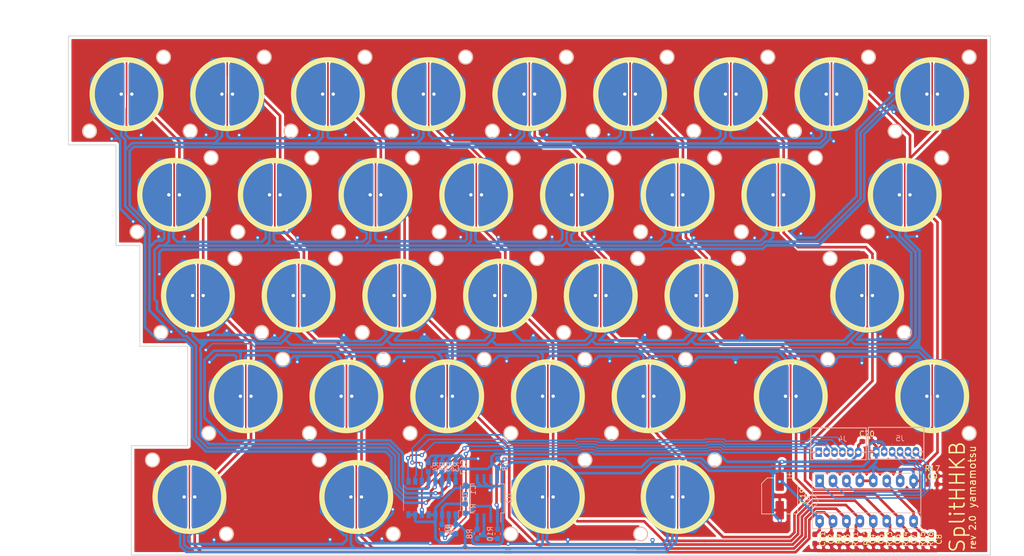
<source format=kicad_pcb>
(kicad_pcb (version 20171130) (host pcbnew "(5.0.2)-1")
  (layers (0 F.Cu signal) (31 B.Cu signal) (34 B.Paste user) (35 F.Paste user) (36 B.SilkS user) (37 F.SilkS user) (38 B.Mask user) (39 F.Mask user) (44 Edge.Cuts user))
  (net 0 "")
  (net 1 "Net-(C1-Pad1)")
  (net 2 GND)
  (net 3 +5V)
  (net 4 /ROW0)
  (net 5 /ROW1)
  (net 6 /ROW2)
  (net 7 /ROW3)
  (net 8 /ROW4)
  (net 9 "Net-(R7-Pad1)")
  (net 10 "Net-(R10-Pad2)")
  (net 11 /COL0)
  (net 12 /COL1)
  (net 13 /COL2)
  (net 14 /COL3)
  (net 15 /COL4)
  (net 16 /COL5)
  (net 17 /READ)
  (net 18 /COL_EN)
  (net 19 /COL_C)
  (net 20 /COL_B)
  (net 21 /COL_A)
  (net 22 /DRAIN)
  (net 23 /MUX_EN)
  (net 24 /MUX_C)
  (net 25 /MUX_B)
  (net 26 /MUX_A)
  (net 27 /COL6)
  (net 28 /COL7)
  (net 29 "Net-(U2-Pad7)")
  (module toprepad:ToprePad_MntHole_B (layer B.Cu) (at 228.2 88.1)
    (fp_text reference TP31 hide)
    (fp_text value ToprePad hide)
    (pad "" np_thru_hole circle (at -7 -7) (size 1.8 1.8) (drill 1.8) (layers *.Cu))
    (pad "" np_thru_hole circle (at 7 7) (size 1.8 1.8) (drill 1.8) (layers *.Cu))
    (pad 2 thru_hole circle (at -1.016 0) (size 1 1) (drill 0.6) (layers *.Cu *.Mask) (net 6 /ROW2))
    (pad 1 thru_hole circle (at 1 0) (size 1 1) (drill 0.6) (layers *.Cu *.Mask) (net 27 /COL6))
    (pad 2 thru_hole custom (at -1 0) (size 1 1) (drill 0.6) (layers F.Cu) (net 6 /ROW2) (options (clearance outline) (anchor circle)) (primitives (gr_line (start 0 5.5) (end 0 -5.5) (width 1.2)) (gr_line (start -3 3.5) (end -3 -3.5) (width 1.1)) (gr_line (start -4 2) (end -3.5 -2.5) (width 1.1)) (gr_arc (start 1 0) (end 0 -5.5) (angle -158.5) (width 1.2)) (gr_line (start -2 4) (end -2 -4.5) (width 1.1)) (gr_line (start -1 4.5) (end -1 -4.5) (width 1.1))))
    (pad 1 thru_hole custom (at 1 0) (size 1 1) (drill 0.6) (layers F.Cu) (net 27 /COL6) (options (clearance outline) (anchor circle)) (primitives (gr_line (start 1 4.5) (end 1 -4.5) (width 1.1)) (gr_line (start 0 5.5) (end 0 -5.5) (width 1.2)) (gr_line (start 2 4) (end 2 -4.5) (width 1.1)) (gr_arc (start -1 0) (end 0 5.5) (angle -158.5) (width 1.2)) (gr_line (start 4 2) (end 3.5 -2.5) (width 1.1)) (gr_line (start 3 3.5) (end 3 -3.5) (width 1.1))))
    (pad 3 smd rect (at 0 0) (size 0.25 14) (layers F.Cu) (net 2 GND))
  )
  (module toprepad:ToprePad_MntHole_B (layer B.Cu) (at 240.5 107.15)
    (fp_text reference TP32 hide)
    (fp_text value ToprePad hide)
    (pad "" np_thru_hole circle (at -7 -7) (size 1.8 1.8) (drill 1.8) (layers *.Cu))
    (pad "" np_thru_hole circle (at 7 7) (size 1.8 1.8) (drill 1.8) (layers *.Cu))
    (pad 2 thru_hole circle (at -1.016 0) (size 1 1) (drill 0.6) (layers *.Cu *.Mask) (net 7 /ROW3))
    (pad 1 thru_hole circle (at 1 0) (size 1 1) (drill 0.6) (layers *.Cu *.Mask) (net 28 /COL7))
    (pad 2 thru_hole custom (at -1 0) (size 1 1) (drill 0.6) (layers F.Cu) (net 7 /ROW3) (options (clearance outline) (anchor circle)) (primitives (gr_line (start 0 5.5) (end 0 -5.5) (width 1.2)) (gr_line (start -3 3.5) (end -3 -3.5) (width 1.1)) (gr_line (start -4 2) (end -3.5 -2.5) (width 1.1)) (gr_arc (start 1 0) (end 0 -5.5) (angle -158.5) (width 1.2)) (gr_line (start -2 4) (end -2 -4.5) (width 1.1)) (gr_line (start -1 4.5) (end -1 -4.5) (width 1.1))))
    (pad 1 thru_hole custom (at 1 0) (size 1 1) (drill 0.6) (layers F.Cu) (net 28 /COL7) (options (clearance outline) (anchor circle)) (primitives (gr_line (start 1 4.5) (end 1 -4.5) (width 1.1)) (gr_line (start 0 5.5) (end 0 -5.5) (width 1.2)) (gr_line (start 2 4) (end 2 -4.5) (width 1.1)) (gr_arc (start -1 0) (end 0 5.5) (angle -158.5) (width 1.2)) (gr_line (start 4 2) (end 3.5 -2.5) (width 1.1)) (gr_line (start 3 3.5) (end 3 -3.5) (width 1.1))))
    (pad 3 smd rect (at 0 0) (size 0.25 14) (layers F.Cu) (net 2 GND))
  )
  (module toprepad:ToprePad_MntHole_B (layer B.Cu) (at 131.55 126.2)
    (fp_text reference TP13 hide)
    (fp_text value ToprePad hide)
    (pad "" np_thru_hole circle (at -7 -7) (size 1.8 1.8) (drill 1.8) (layers *.Cu))
    (pad "" np_thru_hole circle (at 7 7) (size 1.8 1.8) (drill 1.8) (layers *.Cu))
    (pad 2 thru_hole circle (at -1.016 0) (size 1 1) (drill 0.6) (layers *.Cu *.Mask) (net 8 /ROW4))
    (pad 1 thru_hole circle (at 1 0) (size 1 1) (drill 0.6) (layers *.Cu *.Mask) (net 12 /COL1))
    (pad 2 thru_hole custom (at -1 0) (size 1 1) (drill 0.6) (layers F.Cu) (net 8 /ROW4) (options (clearance outline) (anchor circle)) (primitives (gr_line (start 0 5.5) (end 0 -5.5) (width 1.2)) (gr_line (start -3 3.5) (end -3 -3.5) (width 1.1)) (gr_line (start -4 2) (end -3.5 -2.5) (width 1.1)) (gr_arc (start 1 0) (end 0 -5.5) (angle -158.5) (width 1.2)) (gr_line (start -2 4) (end -2 -4.5) (width 1.1)) (gr_line (start -1 4.5) (end -1 -4.5) (width 1.1))))
    (pad 1 thru_hole custom (at 1 0) (size 1 1) (drill 0.6) (layers F.Cu) (net 12 /COL1) (options (clearance outline) (anchor circle)) (primitives (gr_line (start 1 4.5) (end 1 -4.5) (width 1.1)) (gr_line (start 0 5.5) (end 0 -5.5) (width 1.2)) (gr_line (start 2 4) (end 2 -4.5) (width 1.1)) (gr_arc (start -1 0) (end 0 5.5) (angle -158.5) (width 1.2)) (gr_line (start 4 2) (end 3.5 -2.5) (width 1.1)) (gr_line (start 3 3.5) (end 3 -3.5) (width 1.1))))
    (pad 3 smd rect (at 0 0) (size 0.25 14) (layers F.Cu) (net 2 GND))
  )
  (module toprepad:ToprePad_MntHole_B (layer B.Cu) (at 100 126.2)
    (fp_text reference TP11 hide)
    (fp_text value ToprePad hide)
    (pad "" np_thru_hole circle (at -7 -7) (size 1.8 1.8) (drill 1.8) (layers *.Cu))
    (pad "" np_thru_hole circle (at 7 7) (size 1.8 1.8) (drill 1.8) (layers *.Cu))
    (pad 2 thru_hole circle (at -1.016 0) (size 1 1) (drill 0.6) (layers *.Cu *.Mask) (net 8 /ROW4))
    (pad 1 thru_hole circle (at 1 0) (size 1 1) (drill 0.6) (layers *.Cu *.Mask) (net 11 /COL0))
    (pad 2 thru_hole custom (at -1 0) (size 1 1) (drill 0.6) (layers F.Cu) (net 8 /ROW4) (options (clearance outline) (anchor circle)) (primitives (gr_line (start 0 5.5) (end 0 -5.5) (width 1.2)) (gr_line (start -3 3.5) (end -3 -3.5) (width 1.1)) (gr_line (start -4 2) (end -3.5 -2.5) (width 1.1)) (gr_arc (start 1 0) (end 0 -5.5) (angle -158.5) (width 1.2)) (gr_line (start -2 4) (end -2 -4.5) (width 1.1)) (gr_line (start -1 4.5) (end -1 -4.5) (width 1.1))))
    (pad 1 thru_hole custom (at 1 0) (size 1 1) (drill 0.6) (layers F.Cu) (net 11 /COL0) (options (clearance outline) (anchor circle)) (primitives (gr_line (start 1 4.5) (end 1 -4.5) (width 1.1)) (gr_line (start 0 5.5) (end 0 -5.5) (width 1.2)) (gr_line (start 2 4) (end 2 -4.5) (width 1.1)) (gr_arc (start -1 0) (end 0 5.5) (angle -158.5) (width 1.2)) (gr_line (start 4 2) (end 3.5 -2.5) (width 1.1)) (gr_line (start 3 3.5) (end 3 -3.5) (width 1.1))))
    (pad 3 smd rect (at 0 0) (size 0.25 14) (layers F.Cu) (net 2 GND))
  )
  (module toprepad:ToprePad_MntHole (layer B.Cu) (at 154.25 69.05)
    (fp_text reference TP16 hide)
    (fp_text value ToprePad hide)
    (pad "" np_thru_hole circle (at -7 7) (size 1.8 1.8) (drill 1.8) (layers *.Cu))
    (pad "" np_thru_hole circle (at 7 -7) (size 1.8 1.8) (drill 1.8) (layers *.Cu))
    (pad 2 thru_hole circle (at -1.016 0) (size 1 1) (drill 0.6) (layers *.Cu *.Mask) (net 5 /ROW1))
    (pad 1 thru_hole circle (at 1 0) (size 1 1) (drill 0.6) (layers *.Cu *.Mask) (net 14 /COL3))
    (pad 2 thru_hole custom (at -1 0) (size 1 1) (drill 0.6) (layers F.Cu) (net 5 /ROW1) (options (clearance outline) (anchor circle)) (primitives (gr_line (start 0 5.5) (end 0 -5.5) (width 1.2)) (gr_line (start -3 3.5) (end -3 -3.5) (width 1.1)) (gr_line (start -4 2) (end -3.5 -2.5) (width 1.1)) (gr_arc (start 1 0) (end 0 -5.5) (angle -158.5) (width 1.2)) (gr_line (start -2 4) (end -2 -4.5) (width 1.1)) (gr_line (start -1 4.5) (end -1 -4.5) (width 1.1))))
    (pad 1 thru_hole custom (at 1 0) (size 1 1) (drill 0.6) (layers F.Cu) (net 14 /COL3) (options (clearance outline) (anchor circle)) (primitives (gr_line (start 1 4.5) (end 1 -4.5) (width 1.1)) (gr_line (start 0 5.5) (end 0 -5.5) (width 1.2)) (gr_line (start 2 4) (end 2 -4.5) (width 1.1)) (gr_arc (start -1 0) (end 0 5.5) (angle -158.5) (width 1.2)) (gr_line (start 4 2) (end 3.5 -2.5) (width 1.1)) (gr_line (start 3 3.5) (end 3 -3.5) (width 1.1))))
    (pad 3 smd rect (at 0 0) (size 0.25 14) (layers F.Cu) (net 2 GND))
  )
  (module toprepad:ToprePad_MntHole (layer B.Cu) (at 186.85 107.15)
    (fp_text reference TP23 hide)
    (fp_text value ToprePad hide)
    (pad "" np_thru_hole circle (at -7 7) (size 1.8 1.8) (drill 1.8) (layers *.Cu))
    (pad "" np_thru_hole circle (at 7 -7) (size 1.8 1.8) (drill 1.8) (layers *.Cu))
    (pad 2 thru_hole circle (at -1.016 0) (size 1 1) (drill 0.6) (layers *.Cu *.Mask) (net 7 /ROW3))
    (pad 1 thru_hole circle (at 1 0) (size 1 1) (drill 0.6) (layers *.Cu *.Mask) (net 15 /COL4))
    (pad 2 thru_hole custom (at -1 0) (size 1 1) (drill 0.6) (layers F.Cu) (net 7 /ROW3) (options (clearance outline) (anchor circle)) (primitives (gr_line (start 0 5.5) (end 0 -5.5) (width 1.2)) (gr_line (start -3 3.5) (end -3 -3.5) (width 1.1)) (gr_line (start -4 2) (end -3.5 -2.5) (width 1.1)) (gr_arc (start 1 0) (end 0 -5.5) (angle -158.5) (width 1.2)) (gr_line (start -2 4) (end -2 -4.5) (width 1.1)) (gr_line (start -1 4.5) (end -1 -4.5) (width 1.1))))
    (pad 1 thru_hole custom (at 1 0) (size 1 1) (drill 0.6) (layers F.Cu) (net 15 /COL4) (options (clearance outline) (anchor circle)) (primitives (gr_line (start 1 4.5) (end 1 -4.5) (width 1.1)) (gr_line (start 0 5.5) (end 0 -5.5) (width 1.2)) (gr_line (start 2 4) (end 2 -4.5) (width 1.1)) (gr_arc (start -1 0) (end 0 5.5) (angle -158.5) (width 1.2)) (gr_line (start 4 2) (end 3.5 -2.5) (width 1.1)) (gr_line (start 3 3.5) (end 3 -3.5) (width 1.1))))
    (pad 3 smd rect (at 0 0) (size 0.25 14) (layers F.Cu) (net 2 GND))
  )
  (module toprepad:ToprePad_MntHole (layer B.Cu) (at 177.8 88.1)
    (fp_text reference TP22 hide)
    (fp_text value ToprePad hide)
    (pad "" np_thru_hole circle (at -7 7) (size 1.8 1.8) (drill 1.8) (layers *.Cu))
    (pad "" np_thru_hole circle (at 7 -7) (size 1.8 1.8) (drill 1.8) (layers *.Cu))
    (pad 2 thru_hole circle (at -1.016 0) (size 1 1) (drill 0.6) (layers *.Cu *.Mask) (net 6 /ROW2))
    (pad 1 thru_hole circle (at 1 0) (size 1 1) (drill 0.6) (layers *.Cu *.Mask) (net 15 /COL4))
    (pad 2 thru_hole custom (at -1 0) (size 1 1) (drill 0.6) (layers F.Cu) (net 6 /ROW2) (options (clearance outline) (anchor circle)) (primitives (gr_line (start 0 5.5) (end 0 -5.5) (width 1.2)) (gr_line (start -3 3.5) (end -3 -3.5) (width 1.1)) (gr_line (start -4 2) (end -3.5 -2.5) (width 1.1)) (gr_arc (start 1 0) (end 0 -5.5) (angle -158.5) (width 1.2)) (gr_line (start -2 4) (end -2 -4.5) (width 1.1)) (gr_line (start -1 4.5) (end -1 -4.5) (width 1.1))))
    (pad 1 thru_hole custom (at 1 0) (size 1 1) (drill 0.6) (layers F.Cu) (net 15 /COL4) (options (clearance outline) (anchor circle)) (primitives (gr_line (start 1 4.5) (end 1 -4.5) (width 1.1)) (gr_line (start 0 5.5) (end 0 -5.5) (width 1.2)) (gr_line (start 2 4) (end 2 -4.5) (width 1.1)) (gr_arc (start -1 0) (end 0 5.5) (angle -158.5) (width 1.2)) (gr_line (start 4 2) (end 3.5 -2.5) (width 1.1)) (gr_line (start 3 3.5) (end 3 -3.5) (width 1.1))))
    (pad 3 smd rect (at 0 0) (size 0.25 14) (layers F.Cu) (net 2 GND))
  )
  (module toprepad:ToprePad_MntHole (layer B.Cu) (at 173.3 69.05)
    (fp_text reference TP21 hide)
    (fp_text value ToprePad hide)
    (pad "" np_thru_hole circle (at -7 7) (size 1.8 1.8) (drill 1.8) (layers *.Cu))
    (pad "" np_thru_hole circle (at 7 -7) (size 1.8 1.8) (drill 1.8) (layers *.Cu))
    (pad 2 thru_hole circle (at -1.016 0) (size 1 1) (drill 0.6) (layers *.Cu *.Mask) (net 5 /ROW1))
    (pad 1 thru_hole circle (at 1 0) (size 1 1) (drill 0.6) (layers *.Cu *.Mask) (net 15 /COL4))
    (pad 2 thru_hole custom (at -1 0) (size 1 1) (drill 0.6) (layers F.Cu) (net 5 /ROW1) (options (clearance outline) (anchor circle)) (primitives (gr_line (start 0 5.5) (end 0 -5.5) (width 1.2)) (gr_line (start -3 3.5) (end -3 -3.5) (width 1.1)) (gr_line (start -4 2) (end -3.5 -2.5) (width 1.1)) (gr_arc (start 1 0) (end 0 -5.5) (angle -158.5) (width 1.2)) (gr_line (start -2 4) (end -2 -4.5) (width 1.1)) (gr_line (start -1 4.5) (end -1 -4.5) (width 1.1))))
    (pad 1 thru_hole custom (at 1 0) (size 1 1) (drill 0.6) (layers F.Cu) (net 15 /COL4) (options (clearance outline) (anchor circle)) (primitives (gr_line (start 1 4.5) (end 1 -4.5) (width 1.1)) (gr_line (start 0 5.5) (end 0 -5.5) (width 1.2)) (gr_line (start 2 4) (end 2 -4.5) (width 1.1)) (gr_arc (start -1 0) (end 0 5.5) (angle -158.5) (width 1.2)) (gr_line (start 4 2) (end 3.5 -2.5) (width 1.1)) (gr_line (start 3 3.5) (end 3 -3.5) (width 1.1))))
    (pad 3 smd rect (at 0 0) (size 0.25 14) (layers F.Cu) (net 2 GND))
  )
  (module toprepad:ToprePad_MntHole (layer B.Cu) (at 164.3 50)
    (fp_text reference TP20 hide)
    (fp_text value ToprePad hide)
    (pad "" np_thru_hole circle (at -7 7) (size 1.8 1.8) (drill 1.8) (layers *.Cu))
    (pad "" np_thru_hole circle (at 7 -7) (size 1.8 1.8) (drill 1.8) (layers *.Cu))
    (pad 2 thru_hole circle (at -1.016 0) (size 1 1) (drill 0.6) (layers *.Cu *.Mask) (net 4 /ROW0))
    (pad 1 thru_hole circle (at 1 0) (size 1 1) (drill 0.6) (layers *.Cu *.Mask) (net 15 /COL4))
    (pad 2 thru_hole custom (at -1 0) (size 1 1) (drill 0.6) (layers F.Cu) (net 4 /ROW0) (options (clearance outline) (anchor circle)) (primitives (gr_line (start 0 5.5) (end 0 -5.5) (width 1.2)) (gr_line (start -3 3.5) (end -3 -3.5) (width 1.1)) (gr_line (start -4 2) (end -3.5 -2.5) (width 1.1)) (gr_arc (start 1 0) (end 0 -5.5) (angle -158.5) (width 1.2)) (gr_line (start -2 4) (end -2 -4.5) (width 1.1)) (gr_line (start -1 4.5) (end -1 -4.5) (width 1.1))))
    (pad 1 thru_hole custom (at 1 0) (size 1 1) (drill 0.6) (layers F.Cu) (net 15 /COL4) (options (clearance outline) (anchor circle)) (primitives (gr_line (start 1 4.5) (end 1 -4.5) (width 1.1)) (gr_line (start 0 5.5) (end 0 -5.5) (width 1.2)) (gr_line (start 2 4) (end 2 -4.5) (width 1.1)) (gr_arc (start -1 0) (end 0 5.5) (angle -158.5) (width 1.2)) (gr_line (start 4 2) (end 3.5 -2.5) (width 1.1)) (gr_line (start 3 3.5) (end 3 -3.5) (width 1.1))))
    (pad 3 smd rect (at 0 0) (size 0.25 14) (layers F.Cu) (net 2 GND))
  )
  (module toprepad:ToprePad_MntHole (layer B.Cu) (at 167.8 126.2)
    (fp_text reference TP19 hide)
    (fp_text value ToprePad hide)
    (pad "" np_thru_hole circle (at -7 7) (size 1.8 1.8) (drill 1.8) (layers *.Cu))
    (pad "" np_thru_hole circle (at 7 -7) (size 1.8 1.8) (drill 1.8) (layers *.Cu))
    (pad 2 thru_hole circle (at -1.016 0) (size 1 1) (drill 0.6) (layers *.Cu *.Mask) (net 8 /ROW4))
    (pad 1 thru_hole circle (at 1 0) (size 1 1) (drill 0.6) (layers *.Cu *.Mask) (net 14 /COL3))
    (pad 2 thru_hole custom (at -1 0) (size 1 1) (drill 0.6) (layers F.Cu) (net 8 /ROW4) (options (clearance outline) (anchor circle)) (primitives (gr_line (start 0 5.5) (end 0 -5.5) (width 1.2)) (gr_line (start -3 3.5) (end -3 -3.5) (width 1.1)) (gr_line (start -4 2) (end -3.5 -2.5) (width 1.1)) (gr_arc (start 1 0) (end 0 -5.5) (angle -158.5) (width 1.2)) (gr_line (start -2 4) (end -2 -4.5) (width 1.1)) (gr_line (start -1 4.5) (end -1 -4.5) (width 1.1))))
    (pad 1 thru_hole custom (at 1 0) (size 1 1) (drill 0.6) (layers F.Cu) (net 14 /COL3) (options (clearance outline) (anchor circle)) (primitives (gr_line (start 1 4.5) (end 1 -4.5) (width 1.1)) (gr_line (start 0 5.5) (end 0 -5.5) (width 1.2)) (gr_line (start 2 4) (end 2 -4.5) (width 1.1)) (gr_arc (start -1 0) (end 0 5.5) (angle -158.5) (width 1.2)) (gr_line (start 4 2) (end 3.5 -2.5) (width 1.1)) (gr_line (start 3 3.5) (end 3 -3.5) (width 1.1))))
    (pad 3 smd rect (at 0 0) (size 0.25 14) (layers F.Cu) (net 2 GND))
  )
  (module toprepad:ToprePad_MntHole (layer B.Cu) (at 167.8 107.15)
    (fp_text reference TP18 hide)
    (fp_text value ToprePad hide)
    (pad "" np_thru_hole circle (at -7 7) (size 1.8 1.8) (drill 1.8) (layers *.Cu))
    (pad "" np_thru_hole circle (at 7 -7) (size 1.8 1.8) (drill 1.8) (layers *.Cu))
    (pad 2 thru_hole circle (at -1.016 0) (size 1 1) (drill 0.6) (layers *.Cu *.Mask) (net 7 /ROW3))
    (pad 1 thru_hole circle (at 1 0) (size 1 1) (drill 0.6) (layers *.Cu *.Mask) (net 14 /COL3))
    (pad 2 thru_hole custom (at -1 0) (size 1 1) (drill 0.6) (layers F.Cu) (net 7 /ROW3) (options (clearance outline) (anchor circle)) (primitives (gr_line (start 0 5.5) (end 0 -5.5) (width 1.2)) (gr_line (start -3 3.5) (end -3 -3.5) (width 1.1)) (gr_line (start -4 2) (end -3.5 -2.5) (width 1.1)) (gr_arc (start 1 0) (end 0 -5.5) (angle -158.5) (width 1.2)) (gr_line (start -2 4) (end -2 -4.5) (width 1.1)) (gr_line (start -1 4.5) (end -1 -4.5) (width 1.1))))
    (pad 1 thru_hole custom (at 1 0) (size 1 1) (drill 0.6) (layers F.Cu) (net 14 /COL3) (options (clearance outline) (anchor circle)) (primitives (gr_line (start 1 4.5) (end 1 -4.5) (width 1.1)) (gr_line (start 0 5.5) (end 0 -5.5) (width 1.2)) (gr_line (start 2 4) (end 2 -4.5) (width 1.1)) (gr_arc (start -1 0) (end 0 5.5) (angle -158.5) (width 1.2)) (gr_line (start 4 2) (end 3.5 -2.5) (width 1.1)) (gr_line (start 3 3.5) (end 3 -3.5) (width 1.1))))
    (pad 3 smd rect (at 0 0) (size 0.25 14) (layers F.Cu) (net 2 GND))
  )
  (module toprepad:ToprePad_MntHole (layer B.Cu) (at 158.75 88.1)
    (fp_text reference TP17 hide)
    (fp_text value ToprePad hide)
    (pad "" np_thru_hole circle (at -7 7) (size 1.8 1.8) (drill 1.8) (layers *.Cu))
    (pad "" np_thru_hole circle (at 7 -7) (size 1.8 1.8) (drill 1.8) (layers *.Cu))
    (pad 2 thru_hole circle (at -1.016 0) (size 1 1) (drill 0.6) (layers *.Cu *.Mask) (net 6 /ROW2))
    (pad 1 thru_hole circle (at 1 0) (size 1 1) (drill 0.6) (layers *.Cu *.Mask) (net 14 /COL3))
    (pad 2 thru_hole custom (at -1 0) (size 1 1) (drill 0.6) (layers F.Cu) (net 6 /ROW2) (options (clearance outline) (anchor circle)) (primitives (gr_line (start 0 5.5) (end 0 -5.5) (width 1.2)) (gr_line (start -3 3.5) (end -3 -3.5) (width 1.1)) (gr_line (start -4 2) (end -3.5 -2.5) (width 1.1)) (gr_arc (start 1 0) (end 0 -5.5) (angle -158.5) (width 1.2)) (gr_line (start -2 4) (end -2 -4.5) (width 1.1)) (gr_line (start -1 4.5) (end -1 -4.5) (width 1.1))))
    (pad 1 thru_hole custom (at 1 0) (size 1 1) (drill 0.6) (layers F.Cu) (net 14 /COL3) (options (clearance outline) (anchor circle)) (primitives (gr_line (start 1 4.5) (end 1 -4.5) (width 1.1)) (gr_line (start 0 5.5) (end 0 -5.5) (width 1.2)) (gr_line (start 2 4) (end 2 -4.5) (width 1.1)) (gr_arc (start -1 0) (end 0 5.5) (angle -158.5) (width 1.2)) (gr_line (start 4 2) (end 3.5 -2.5) (width 1.1)) (gr_line (start 3 3.5) (end 3 -3.5) (width 1.1))))
    (pad 3 smd rect (at 0 0) (size 0.25 14) (layers F.Cu) (net 2 GND))
  )
  (module toprepad:ToprePad_MntHole (layer B.Cu) (at 145.25 50)
    (fp_text reference TP15 hide)
    (fp_text value ToprePad hide)
    (pad "" np_thru_hole circle (at -7 7) (size 1.8 1.8) (drill 1.8) (layers *.Cu))
    (pad "" np_thru_hole circle (at 7 -7) (size 1.8 1.8) (drill 1.8) (layers *.Cu))
    (pad 2 thru_hole circle (at -1.016 0) (size 1 1) (drill 0.6) (layers *.Cu *.Mask) (net 4 /ROW0))
    (pad 1 thru_hole circle (at 1 0) (size 1 1) (drill 0.6) (layers *.Cu *.Mask) (net 14 /COL3))
    (pad 2 thru_hole custom (at -1 0) (size 1 1) (drill 0.6) (layers F.Cu) (net 4 /ROW0) (options (clearance outline) (anchor circle)) (primitives (gr_line (start 0 5.5) (end 0 -5.5) (width 1.2)) (gr_line (start -3 3.5) (end -3 -3.5) (width 1.1)) (gr_line (start -4 2) (end -3.5 -2.5) (width 1.1)) (gr_arc (start 1 0) (end 0 -5.5) (angle -158.5) (width 1.2)) (gr_line (start -2 4) (end -2 -4.5) (width 1.1)) (gr_line (start -1 4.5) (end -1 -4.5) (width 1.1))))
    (pad 1 thru_hole custom (at 1 0) (size 1 1) (drill 0.6) (layers F.Cu) (net 14 /COL3) (options (clearance outline) (anchor circle)) (primitives (gr_line (start 1 4.5) (end 1 -4.5) (width 1.1)) (gr_line (start 0 5.5) (end 0 -5.5) (width 1.2)) (gr_line (start 2 4) (end 2 -4.5) (width 1.1)) (gr_arc (start -1 0) (end 0 5.5) (angle -158.5) (width 1.2)) (gr_line (start 4 2) (end 3.5 -2.5) (width 1.1)) (gr_line (start 3 3.5) (end 3 -3.5) (width 1.1))))
    (pad 3 smd rect (at 0 0) (size 0.25 14) (layers F.Cu) (net 2 GND))
  )
  (module toprepad:ToprePad_MntHole (layer B.Cu) (at 235.3 69.05)
    (fp_text reference TP35 hide)
    (fp_text value ToprePad hide)
    (pad "" np_thru_hole circle (at -7 7) (size 1.8 1.8) (drill 1.8) (layers *.Cu))
    (pad "" np_thru_hole circle (at 7 -7) (size 1.8 1.8) (drill 1.8) (layers *.Cu))
    (pad 2 thru_hole circle (at -1.016 0) (size 1 1) (drill 0.6) (layers *.Cu *.Mask) (net 6 /ROW2))
    (pad 1 thru_hole circle (at 1 0) (size 1 1) (drill 0.6) (layers *.Cu *.Mask) (net 28 /COL7))
    (pad 2 thru_hole custom (at -1 0) (size 1 1) (drill 0.6) (layers F.Cu) (net 6 /ROW2) (options (clearance outline) (anchor circle)) (primitives (gr_line (start 0 5.5) (end 0 -5.5) (width 1.2)) (gr_line (start -3 3.5) (end -3 -3.5) (width 1.1)) (gr_line (start -4 2) (end -3.5 -2.5) (width 1.1)) (gr_arc (start 1 0) (end 0 -5.5) (angle -158.5) (width 1.2)) (gr_line (start -2 4) (end -2 -4.5) (width 1.1)) (gr_line (start -1 4.5) (end -1 -4.5) (width 1.1))))
    (pad 1 thru_hole custom (at 1 0) (size 1 1) (drill 0.6) (layers F.Cu) (net 28 /COL7) (options (clearance outline) (anchor circle)) (primitives (gr_line (start 1 4.5) (end 1 -4.5) (width 1.1)) (gr_line (start 0 5.5) (end 0 -5.5) (width 1.2)) (gr_line (start 2 4) (end 2 -4.5) (width 1.1)) (gr_arc (start -1 0) (end 0 5.5) (angle -158.5) (width 1.2)) (gr_line (start 4 2) (end 3.5 -2.5) (width 1.1)) (gr_line (start 3 3.5) (end 3 -3.5) (width 1.1))))
    (pad 3 smd rect (at 0 0) (size 0.25 14) (layers F.Cu) (net 2 GND))
  )
  (module toprepad:ToprePad_MntHole (layer B.Cu) (at 240.5 50)
    (fp_text reference TP34 hide)
    (fp_text value ToprePad hide)
    (pad "" np_thru_hole circle (at -7 7) (size 1.8 1.8) (drill 1.8) (layers *.Cu))
    (pad "" np_thru_hole circle (at 7 -7) (size 1.8 1.8) (drill 1.8) (layers *.Cu))
    (pad 2 thru_hole circle (at -1.016 0) (size 1 1) (drill 0.6) (layers *.Cu *.Mask) (net 5 /ROW1))
    (pad 1 thru_hole circle (at 1 0) (size 1 1) (drill 0.6) (layers *.Cu *.Mask) (net 28 /COL7))
    (pad 2 thru_hole custom (at -1 0) (size 1 1) (drill 0.6) (layers F.Cu) (net 5 /ROW1) (options (clearance outline) (anchor circle)) (primitives (gr_line (start 0 5.5) (end 0 -5.5) (width 1.2)) (gr_line (start -3 3.5) (end -3 -3.5) (width 1.1)) (gr_line (start -4 2) (end -3.5 -2.5) (width 1.1)) (gr_arc (start 1 0) (end 0 -5.5) (angle -158.5) (width 1.2)) (gr_line (start -2 4) (end -2 -4.5) (width 1.1)) (gr_line (start -1 4.5) (end -1 -4.5) (width 1.1))))
    (pad 1 thru_hole custom (at 1 0) (size 1 1) (drill 0.6) (layers F.Cu) (net 28 /COL7) (options (clearance outline) (anchor circle)) (primitives (gr_line (start 1 4.5) (end 1 -4.5) (width 1.1)) (gr_line (start 0 5.5) (end 0 -5.5) (width 1.2)) (gr_line (start 2 4) (end 2 -4.5) (width 1.1)) (gr_arc (start -1 0) (end 0 5.5) (angle -158.5) (width 1.2)) (gr_line (start 4 2) (end 3.5 -2.5) (width 1.1)) (gr_line (start 3 3.5) (end 3 -3.5) (width 1.1))))
    (pad 3 smd rect (at 0 0) (size 0.25 14) (layers F.Cu) (net 2 GND))
  )
  (module toprepad:ToprePad_MntHole (layer B.Cu) (at 221.45 50)
    (fp_text reference TP33 hide)
    (fp_text value ToprePad hide)
    (pad "" np_thru_hole circle (at -7 7) (size 1.8 1.8) (drill 1.8) (layers *.Cu))
    (pad "" np_thru_hole circle (at 7 -7) (size 1.8 1.8) (drill 1.8) (layers *.Cu))
    (pad 2 thru_hole circle (at -1.016 0) (size 1 1) (drill 0.6) (layers *.Cu *.Mask) (net 4 /ROW0))
    (pad 1 thru_hole circle (at 1 0) (size 1 1) (drill 0.6) (layers *.Cu *.Mask) (net 28 /COL7))
    (pad 2 thru_hole custom (at -1 0) (size 1 1) (drill 0.6) (layers F.Cu) (net 4 /ROW0) (options (clearance outline) (anchor circle)) (primitives (gr_line (start 0 5.5) (end 0 -5.5) (width 1.2)) (gr_line (start -3 3.5) (end -3 -3.5) (width 1.1)) (gr_line (start -4 2) (end -3.5 -2.5) (width 1.1)) (gr_arc (start 1 0) (end 0 -5.5) (angle -158.5) (width 1.2)) (gr_line (start -2 4) (end -2 -4.5) (width 1.1)) (gr_line (start -1 4.5) (end -1 -4.5) (width 1.1))))
    (pad 1 thru_hole custom (at 1 0) (size 1 1) (drill 0.6) (layers F.Cu) (net 28 /COL7) (options (clearance outline) (anchor circle)) (primitives (gr_line (start 1 4.5) (end 1 -4.5) (width 1.1)) (gr_line (start 0 5.5) (end 0 -5.5) (width 1.2)) (gr_line (start 2 4) (end 2 -4.5) (width 1.1)) (gr_arc (start -1 0) (end 0 5.5) (angle -158.5) (width 1.2)) (gr_line (start 4 2) (end 3.5 -2.5) (width 1.1)) (gr_line (start 3 3.5) (end 3 -3.5) (width 1.1))))
    (pad 3 smd rect (at 0 0) (size 0.25 14) (layers F.Cu) (net 2 GND))
  )
  (module toprepad:ToprePad_MntHole (layer B.Cu) (at 211.4 69.05)
    (fp_text reference TP30 hide)
    (fp_text value ToprePad hide)
    (pad "" np_thru_hole circle (at -7 7) (size 1.8 1.8) (drill 1.8) (layers *.Cu))
    (pad "" np_thru_hole circle (at 7 -7) (size 1.8 1.8) (drill 1.8) (layers *.Cu))
    (pad 2 thru_hole circle (at -1.016 0) (size 1 1) (drill 0.6) (layers *.Cu *.Mask) (net 5 /ROW1))
    (pad 1 thru_hole circle (at 1 0) (size 1 1) (drill 0.6) (layers *.Cu *.Mask) (net 27 /COL6))
    (pad 2 thru_hole custom (at -1 0) (size 1 1) (drill 0.6) (layers F.Cu) (net 5 /ROW1) (options (clearance outline) (anchor circle)) (primitives (gr_line (start 0 5.5) (end 0 -5.5) (width 1.2)) (gr_line (start -3 3.5) (end -3 -3.5) (width 1.1)) (gr_line (start -4 2) (end -3.5 -2.5) (width 1.1)) (gr_arc (start 1 0) (end 0 -5.5) (angle -158.5) (width 1.2)) (gr_line (start -2 4) (end -2 -4.5) (width 1.1)) (gr_line (start -1 4.5) (end -1 -4.5) (width 1.1))))
    (pad 1 thru_hole custom (at 1 0) (size 1 1) (drill 0.6) (layers F.Cu) (net 27 /COL6) (options (clearance outline) (anchor circle)) (primitives (gr_line (start 1 4.5) (end 1 -4.5) (width 1.1)) (gr_line (start 0 5.5) (end 0 -5.5) (width 1.2)) (gr_line (start 2 4) (end 2 -4.5) (width 1.1)) (gr_arc (start -1 0) (end 0 5.5) (angle -158.5) (width 1.2)) (gr_line (start 4 2) (end 3.5 -2.5) (width 1.1)) (gr_line (start 3 3.5) (end 3 -3.5) (width 1.1))))
    (pad 3 smd rect (at 0 0) (size 0.25 14) (layers F.Cu) (net 2 GND))
  )
  (module toprepad:ToprePad_MntHole (layer B.Cu) (at 202.4 50)
    (fp_text reference TP29 hide)
    (fp_text value ToprePad hide)
    (pad "" np_thru_hole circle (at -7 7) (size 1.8 1.8) (drill 1.8) (layers *.Cu))
    (pad "" np_thru_hole circle (at 7 -7) (size 1.8 1.8) (drill 1.8) (layers *.Cu))
    (pad 2 thru_hole circle (at -1.016 0) (size 1 1) (drill 0.6) (layers *.Cu *.Mask) (net 4 /ROW0))
    (pad 1 thru_hole circle (at 1 0) (size 1 1) (drill 0.6) (layers *.Cu *.Mask) (net 27 /COL6))
    (pad 2 thru_hole custom (at -1 0) (size 1 1) (drill 0.6) (layers F.Cu) (net 4 /ROW0) (options (clearance outline) (anchor circle)) (primitives (gr_line (start 0 5.5) (end 0 -5.5) (width 1.2)) (gr_line (start -3 3.5) (end -3 -3.5) (width 1.1)) (gr_line (start -4 2) (end -3.5 -2.5) (width 1.1)) (gr_arc (start 1 0) (end 0 -5.5) (angle -158.5) (width 1.2)) (gr_line (start -2 4) (end -2 -4.5) (width 1.1)) (gr_line (start -1 4.5) (end -1 -4.5) (width 1.1))))
    (pad 1 thru_hole custom (at 1 0) (size 1 1) (drill 0.6) (layers F.Cu) (net 27 /COL6) (options (clearance outline) (anchor circle)) (primitives (gr_line (start 1 4.5) (end 1 -4.5) (width 1.1)) (gr_line (start 0 5.5) (end 0 -5.5) (width 1.2)) (gr_line (start 2 4) (end 2 -4.5) (width 1.1)) (gr_arc (start -1 0) (end 0 5.5) (angle -158.5) (width 1.2)) (gr_line (start 4 2) (end 3.5 -2.5) (width 1.1)) (gr_line (start 3 3.5) (end 3 -3.5) (width 1.1))))
    (pad 3 smd rect (at 0 0) (size 0.25 14) (layers F.Cu) (net 2 GND))
  )
  (module toprepad:ToprePad_MntHole (layer B.Cu) (at 192.35 126.2)
    (fp_text reference TP28 hide)
    (fp_text value ToprePad hide)
    (pad "" np_thru_hole circle (at -7 7) (size 1.8 1.8) (drill 1.8) (layers *.Cu))
    (pad "" np_thru_hole circle (at 7 -7) (size 1.8 1.8) (drill 1.8) (layers *.Cu))
    (pad 2 thru_hole circle (at -1.016 0) (size 1 1) (drill 0.6) (layers *.Cu *.Mask) (net 8 /ROW4))
    (pad 1 thru_hole circle (at 1 0) (size 1 1) (drill 0.6) (layers *.Cu *.Mask) (net 15 /COL4))
    (pad 2 thru_hole custom (at -1 0) (size 1 1) (drill 0.6) (layers F.Cu) (net 8 /ROW4) (options (clearance outline) (anchor circle)) (primitives (gr_line (start 0 5.5) (end 0 -5.5) (width 1.2)) (gr_line (start -3 3.5) (end -3 -3.5) (width 1.1)) (gr_line (start -4 2) (end -3.5 -2.5) (width 1.1)) (gr_arc (start 1 0) (end 0 -5.5) (angle -158.5) (width 1.2)) (gr_line (start -2 4) (end -2 -4.5) (width 1.1)) (gr_line (start -1 4.5) (end -1 -4.5) (width 1.1))))
    (pad 1 thru_hole custom (at 1 0) (size 1 1) (drill 0.6) (layers F.Cu) (net 15 /COL4) (options (clearance outline) (anchor circle)) (primitives (gr_line (start 1 4.5) (end 1 -4.5) (width 1.1)) (gr_line (start 0 5.5) (end 0 -5.5) (width 1.2)) (gr_line (start 2 4) (end 2 -4.5) (width 1.1)) (gr_arc (start -1 0) (end 0 5.5) (angle -158.5) (width 1.2)) (gr_line (start 4 2) (end 3.5 -2.5) (width 1.1)) (gr_line (start 3 3.5) (end 3 -3.5) (width 1.1))))
    (pad 3 smd rect (at 0 0) (size 0.25 14) (layers F.Cu) (net 2 GND))
  )
  (module toprepad:ToprePad_MntHole (layer B.Cu) (at 129.7 107.15)
    (fp_text reference TP12 hide)
    (fp_text value ToprePad hide)
    (pad "" np_thru_hole circle (at -7 7) (size 1.8 1.8) (drill 1.8) (layers *.Cu))
    (pad "" np_thru_hole circle (at 7 -7) (size 1.8 1.8) (drill 1.8) (layers *.Cu))
    (pad 2 thru_hole circle (at -1.016 0) (size 1 1) (drill 0.6) (layers *.Cu *.Mask) (net 7 /ROW3))
    (pad 1 thru_hole circle (at 1 0) (size 1 1) (drill 0.6) (layers *.Cu *.Mask) (net 12 /COL1))
    (pad 2 thru_hole custom (at -1 0) (size 1 1) (drill 0.6) (layers F.Cu) (net 7 /ROW3) (options (clearance outline) (anchor circle)) (primitives (gr_line (start 0 5.5) (end 0 -5.5) (width 1.2)) (gr_line (start -3 3.5) (end -3 -3.5) (width 1.1)) (gr_line (start -4 2) (end -3.5 -2.5) (width 1.1)) (gr_arc (start 1 0) (end 0 -5.5) (angle -158.5) (width 1.2)) (gr_line (start -2 4) (end -2 -4.5) (width 1.1)) (gr_line (start -1 4.5) (end -1 -4.5) (width 1.1))))
    (pad 1 thru_hole custom (at 1 0) (size 1 1) (drill 0.6) (layers F.Cu) (net 12 /COL1) (options (clearance outline) (anchor circle)) (primitives (gr_line (start 1 4.5) (end 1 -4.5) (width 1.1)) (gr_line (start 0 5.5) (end 0 -5.5) (width 1.2)) (gr_line (start 2 4) (end 2 -4.5) (width 1.1)) (gr_arc (start -1 0) (end 0 5.5) (angle -158.5) (width 1.2)) (gr_line (start 4 2) (end 3.5 -2.5) (width 1.1)) (gr_line (start 3 3.5) (end 3 -3.5) (width 1.1))))
    (pad 3 smd rect (at 0 0) (size 0.25 14) (layers F.Cu) (net 2 GND))
  )
  (module toprepad:ToprePad_MntHole (layer B.Cu) (at 110.65 107.15)
    (fp_text reference TP10 hide)
    (fp_text value ToprePad hide)
    (pad "" np_thru_hole circle (at -7 7) (size 1.8 1.8) (drill 1.8) (layers *.Cu))
    (pad "" np_thru_hole circle (at 7 -7) (size 1.8 1.8) (drill 1.8) (layers *.Cu))
    (pad 2 thru_hole circle (at -1.016 0) (size 1 1) (drill 0.6) (layers *.Cu *.Mask) (net 7 /ROW3))
    (pad 1 thru_hole circle (at 1 0) (size 1 1) (drill 0.6) (layers *.Cu *.Mask) (net 11 /COL0))
    (pad 2 thru_hole custom (at -1 0) (size 1 1) (drill 0.6) (layers F.Cu) (net 7 /ROW3) (options (clearance outline) (anchor circle)) (primitives (gr_line (start 0 5.5) (end 0 -5.5) (width 1.2)) (gr_line (start -3 3.5) (end -3 -3.5) (width 1.1)) (gr_line (start -4 2) (end -3.5 -2.5) (width 1.1)) (gr_arc (start 1 0) (end 0 -5.5) (angle -158.5) (width 1.2)) (gr_line (start -2 4) (end -2 -4.5) (width 1.1)) (gr_line (start -1 4.5) (end -1 -4.5) (width 1.1))))
    (pad 1 thru_hole custom (at 1 0) (size 1 1) (drill 0.6) (layers F.Cu) (net 11 /COL0) (options (clearance outline) (anchor circle)) (primitives (gr_line (start 1 4.5) (end 1 -4.5) (width 1.1)) (gr_line (start 0 5.5) (end 0 -5.5) (width 1.2)) (gr_line (start 2 4) (end 2 -4.5) (width 1.1)) (gr_arc (start -1 0) (end 0 5.5) (angle -158.5) (width 1.2)) (gr_line (start 4 2) (end 3.5 -2.5) (width 1.1)) (gr_line (start 3 3.5) (end 3 -3.5) (width 1.1))))
    (pad 3 smd rect (at 0 0) (size 0.25 14) (layers F.Cu) (net 2 GND))
  )
  (module toprepad:ToprePad_MntHole (layer B.Cu) (at 120.65 88.1)
    (fp_text reference TP6 hide)
    (fp_text value ToprePad hide)
    (pad "" np_thru_hole circle (at -7 7) (size 1.8 1.8) (drill 1.8) (layers *.Cu))
    (pad "" np_thru_hole circle (at 7 -7) (size 1.8 1.8) (drill 1.8) (layers *.Cu))
    (pad 2 thru_hole circle (at -1.016 0) (size 1 1) (drill 0.6) (layers *.Cu *.Mask) (net 6 /ROW2))
    (pad 1 thru_hole circle (at 1 0) (size 1 1) (drill 0.6) (layers *.Cu *.Mask) (net 12 /COL1))
    (pad 2 thru_hole custom (at -1 0) (size 1 1) (drill 0.6) (layers F.Cu) (net 6 /ROW2) (options (clearance outline) (anchor circle)) (primitives (gr_line (start 0 5.5) (end 0 -5.5) (width 1.2)) (gr_line (start -3 3.5) (end -3 -3.5) (width 1.1)) (gr_line (start -4 2) (end -3.5 -2.5) (width 1.1)) (gr_arc (start 1 0) (end 0 -5.5) (angle -158.5) (width 1.2)) (gr_line (start -2 4) (end -2 -4.5) (width 1.1)) (gr_line (start -1 4.5) (end -1 -4.5) (width 1.1))))
    (pad 1 thru_hole custom (at 1 0) (size 1 1) (drill 0.6) (layers F.Cu) (net 12 /COL1) (options (clearance outline) (anchor circle)) (primitives (gr_line (start 1 4.5) (end 1 -4.5) (width 1.1)) (gr_line (start 0 5.5) (end 0 -5.5) (width 1.2)) (gr_line (start 2 4) (end 2 -4.5) (width 1.1)) (gr_arc (start -1 0) (end 0 5.5) (angle -158.5) (width 1.2)) (gr_line (start 4 2) (end 3.5 -2.5) (width 1.1)) (gr_line (start 3 3.5) (end 3 -3.5) (width 1.1))))
    (pad 3 smd rect (at 0 0) (size 0.25 14) (layers F.Cu) (net 2 GND))
  )
  (module toprepad:ToprePad_MntHole (layer B.Cu) (at 116.15 69.05)
    (fp_text reference TP5 hide)
    (fp_text value ToprePad hide)
    (pad "" np_thru_hole circle (at -7 7) (size 1.8 1.8) (drill 1.8) (layers *.Cu))
    (pad "" np_thru_hole circle (at 7 -7) (size 1.8 1.8) (drill 1.8) (layers *.Cu))
    (pad 2 thru_hole circle (at -1.016 0) (size 1 1) (drill 0.6) (layers *.Cu *.Mask) (net 5 /ROW1))
    (pad 1 thru_hole circle (at 1 0) (size 1 1) (drill 0.6) (layers *.Cu *.Mask) (net 12 /COL1))
    (pad 2 thru_hole custom (at -1 0) (size 1 1) (drill 0.6) (layers F.Cu) (net 5 /ROW1) (options (clearance outline) (anchor circle)) (primitives (gr_line (start 0 5.5) (end 0 -5.5) (width 1.2)) (gr_line (start -3 3.5) (end -3 -3.5) (width 1.1)) (gr_line (start -4 2) (end -3.5 -2.5) (width 1.1)) (gr_arc (start 1 0) (end 0 -5.5) (angle -158.5) (width 1.2)) (gr_line (start -2 4) (end -2 -4.5) (width 1.1)) (gr_line (start -1 4.5) (end -1 -4.5) (width 1.1))))
    (pad 1 thru_hole custom (at 1 0) (size 1 1) (drill 0.6) (layers F.Cu) (net 12 /COL1) (options (clearance outline) (anchor circle)) (primitives (gr_line (start 1 4.5) (end 1 -4.5) (width 1.1)) (gr_line (start 0 5.5) (end 0 -5.5) (width 1.2)) (gr_line (start 2 4) (end 2 -4.5) (width 1.1)) (gr_arc (start -1 0) (end 0 5.5) (angle -158.5) (width 1.2)) (gr_line (start 4 2) (end 3.5 -2.5) (width 1.1)) (gr_line (start 3 3.5) (end 3 -3.5) (width 1.1))))
    (pad 3 smd rect (at 0 0) (size 0.25 14) (layers F.Cu) (net 2 GND))
  )
  (module toprepad:ToprePad_MntHole (layer B.Cu) (at 107.15 50)
    (fp_text reference TP4 hide)
    (fp_text value ToprePad hide)
    (pad "" np_thru_hole circle (at -7 7) (size 1.8 1.8) (drill 1.8) (layers *.Cu))
    (pad "" np_thru_hole circle (at 7 -7) (size 1.8 1.8) (drill 1.8) (layers *.Cu))
    (pad 2 thru_hole circle (at -1.016 0) (size 1 1) (drill 0.6) (layers *.Cu *.Mask) (net 4 /ROW0))
    (pad 1 thru_hole circle (at 1 0) (size 1 1) (drill 0.6) (layers *.Cu *.Mask) (net 12 /COL1))
    (pad 2 thru_hole custom (at -1 0) (size 1 1) (drill 0.6) (layers F.Cu) (net 4 /ROW0) (options (clearance outline) (anchor circle)) (primitives (gr_line (start 0 5.5) (end 0 -5.5) (width 1.2)) (gr_line (start -3 3.5) (end -3 -3.5) (width 1.1)) (gr_line (start -4 2) (end -3.5 -2.5) (width 1.1)) (gr_arc (start 1 0) (end 0 -5.5) (angle -158.5) (width 1.2)) (gr_line (start -2 4) (end -2 -4.5) (width 1.1)) (gr_line (start -1 4.5) (end -1 -4.5) (width 1.1))))
    (pad 1 thru_hole custom (at 1 0) (size 1 1) (drill 0.6) (layers F.Cu) (net 12 /COL1) (options (clearance outline) (anchor circle)) (primitives (gr_line (start 1 4.5) (end 1 -4.5) (width 1.1)) (gr_line (start 0 5.5) (end 0 -5.5) (width 1.2)) (gr_line (start 2 4) (end 2 -4.5) (width 1.1)) (gr_arc (start -1 0) (end 0 5.5) (angle -158.5) (width 1.2)) (gr_line (start 4 2) (end 3.5 -2.5) (width 1.1)) (gr_line (start 3 3.5) (end 3 -3.5) (width 1.1))))
    (pad 3 smd rect (at 0 0) (size 0.25 14) (layers F.Cu) (net 2 GND))
  )
  (module toprepad:ToprePad_MntHole (layer B.Cu) (at 101.6 88.1)
    (fp_text reference TP3 hide)
    (fp_text value ToprePad hide)
    (pad "" np_thru_hole circle (at -7 7) (size 1.8 1.8) (drill 1.8) (layers *.Cu))
    (pad "" np_thru_hole circle (at 7 -7) (size 1.8 1.8) (drill 1.8) (layers *.Cu))
    (pad 2 thru_hole circle (at -1.016 0) (size 1 1) (drill 0.6) (layers *.Cu *.Mask) (net 6 /ROW2))
    (pad 1 thru_hole circle (at 1 0) (size 1 1) (drill 0.6) (layers *.Cu *.Mask) (net 11 /COL0))
    (pad 2 thru_hole custom (at -1 0) (size 1 1) (drill 0.6) (layers F.Cu) (net 6 /ROW2) (options (clearance outline) (anchor circle)) (primitives (gr_line (start 0 5.5) (end 0 -5.5) (width 1.2)) (gr_line (start -3 3.5) (end -3 -3.5) (width 1.1)) (gr_line (start -4 2) (end -3.5 -2.5) (width 1.1)) (gr_arc (start 1 0) (end 0 -5.5) (angle -158.5) (width 1.2)) (gr_line (start -2 4) (end -2 -4.5) (width 1.1)) (gr_line (start -1 4.5) (end -1 -4.5) (width 1.1))))
    (pad 1 thru_hole custom (at 1 0) (size 1 1) (drill 0.6) (layers F.Cu) (net 11 /COL0) (options (clearance outline) (anchor circle)) (primitives (gr_line (start 1 4.5) (end 1 -4.5) (width 1.1)) (gr_line (start 0 5.5) (end 0 -5.5) (width 1.2)) (gr_line (start 2 4) (end 2 -4.5) (width 1.1)) (gr_arc (start -1 0) (end 0 5.5) (angle -158.5) (width 1.2)) (gr_line (start 4 2) (end 3.5 -2.5) (width 1.1)) (gr_line (start 3 3.5) (end 3 -3.5) (width 1.1))))
    (pad 3 smd rect (at 0 0) (size 0.25 14) (layers F.Cu) (net 2 GND))
  )
  (module toprepad:ToprePad_MntHole (layer B.Cu) (at 97.1 69.05)
    (fp_text reference TP2 hide)
    (fp_text value ToprePad hide)
    (pad "" np_thru_hole circle (at -7 7) (size 1.8 1.8) (drill 1.8) (layers *.Cu))
    (pad "" np_thru_hole circle (at 7 -7) (size 1.8 1.8) (drill 1.8) (layers *.Cu))
    (pad 2 thru_hole circle (at -1.016 0) (size 1 1) (drill 0.6) (layers *.Cu *.Mask) (net 5 /ROW1))
    (pad 1 thru_hole circle (at 1 0) (size 1 1) (drill 0.6) (layers *.Cu *.Mask) (net 11 /COL0))
    (pad 2 thru_hole custom (at -1 0) (size 1 1) (drill 0.6) (layers F.Cu) (net 5 /ROW1) (options (clearance outline) (anchor circle)) (primitives (gr_line (start 0 5.5) (end 0 -5.5) (width 1.2)) (gr_line (start -3 3.5) (end -3 -3.5) (width 1.1)) (gr_line (start -4 2) (end -3.5 -2.5) (width 1.1)) (gr_arc (start 1 0) (end 0 -5.5) (angle -158.5) (width 1.2)) (gr_line (start -2 4) (end -2 -4.5) (width 1.1)) (gr_line (start -1 4.5) (end -1 -4.5) (width 1.1))))
    (pad 1 thru_hole custom (at 1 0) (size 1 1) (drill 0.6) (layers F.Cu) (net 11 /COL0) (options (clearance outline) (anchor circle)) (primitives (gr_line (start 1 4.5) (end 1 -4.5) (width 1.1)) (gr_line (start 0 5.5) (end 0 -5.5) (width 1.2)) (gr_line (start 2 4) (end 2 -4.5) (width 1.1)) (gr_arc (start -1 0) (end 0 5.5) (angle -158.5) (width 1.2)) (gr_line (start 4 2) (end 3.5 -2.5) (width 1.1)) (gr_line (start 3 3.5) (end 3 -3.5) (width 1.1))))
    (pad 3 smd rect (at 0 0) (size 0.25 14) (layers F.Cu) (net 2 GND))
  )
  (module toprepad:ToprePad_MntHole (layer B.Cu) (at 88.1 50)
    (fp_text reference TP1 hide)
    (fp_text value ToprePad hide)
    (pad "" np_thru_hole circle (at -7 7) (size 1.8 1.8) (drill 1.8) (layers *.Cu))
    (pad "" np_thru_hole circle (at 7 -7) (size 1.8 1.8) (drill 1.8) (layers *.Cu))
    (pad 2 thru_hole circle (at -1.016 0) (size 1 1) (drill 0.6) (layers *.Cu *.Mask) (net 4 /ROW0))
    (pad 1 thru_hole circle (at 1 0) (size 1 1) (drill 0.6) (layers *.Cu *.Mask) (net 11 /COL0))
    (pad 2 thru_hole custom (at -1 0) (size 1 1) (drill 0.6) (layers F.Cu) (net 4 /ROW0) (options (clearance outline) (anchor circle)) (primitives (gr_line (start 0 5.5) (end 0 -5.5) (width 1.2)) (gr_line (start -3 3.5) (end -3 -3.5) (width 1.1)) (gr_line (start -4 2) (end -3.5 -2.5) (width 1.1)) (gr_arc (start 1 0) (end 0 -5.5) (angle -158.5) (width 1.2)) (gr_line (start -2 4) (end -2 -4.5) (width 1.1)) (gr_line (start -1 4.5) (end -1 -4.5) (width 1.1))))
    (pad 1 thru_hole custom (at 1 0) (size 1 1) (drill 0.6) (layers F.Cu) (net 11 /COL0) (options (clearance outline) (anchor circle)) (primitives (gr_line (start 1 4.5) (end 1 -4.5) (width 1.1)) (gr_line (start 0 5.5) (end 0 -5.5) (width 1.2)) (gr_line (start 2 4) (end 2 -4.5) (width 1.1)) (gr_arc (start -1 0) (end 0 5.5) (angle -158.5) (width 1.2)) (gr_line (start 4 2) (end 3.5 -2.5) (width 1.1)) (gr_line (start 3 3.5) (end 3 -3.5) (width 1.1))))
    (pad 3 smd rect (at 0 0) (size 0.25 14) (layers F.Cu) (net 2 GND))
  )
  (module toprepad:ToprePad_MntHole (layer B.Cu) (at 213.75 107.15)
    (fp_text reference TP27 hide)
    (fp_text value ToprePad hide)
    (pad "" np_thru_hole circle (at -7 7) (size 1.8 1.8) (drill 1.8) (layers *.Cu))
    (pad "" np_thru_hole circle (at 7 -7) (size 1.8 1.8) (drill 1.8) (layers *.Cu))
    (pad 2 thru_hole circle (at -1.016 0) (size 1 1) (drill 0.6) (layers *.Cu *.Mask) (net 7 /ROW3))
    (pad 1 thru_hole circle (at 1 0) (size 1 1) (drill 0.6) (layers *.Cu *.Mask) (net 16 /COL5))
    (pad 2 thru_hole custom (at -1 0) (size 1 1) (drill 0.6) (layers F.Cu) (net 7 /ROW3) (options (clearance outline) (anchor circle)) (primitives (gr_line (start 0 5.5) (end 0 -5.5) (width 1.2)) (gr_line (start -3 3.5) (end -3 -3.5) (width 1.1)) (gr_line (start -4 2) (end -3.5 -2.5) (width 1.1)) (gr_arc (start 1 0) (end 0 -5.5) (angle -158.5) (width 1.2)) (gr_line (start -2 4) (end -2 -4.5) (width 1.1)) (gr_line (start -1 4.5) (end -1 -4.5) (width 1.1))))
    (pad 1 thru_hole custom (at 1 0) (size 1 1) (drill 0.6) (layers F.Cu) (net 16 /COL5) (options (clearance outline) (anchor circle)) (primitives (gr_line (start 1 4.5) (end 1 -4.5) (width 1.1)) (gr_line (start 0 5.5) (end 0 -5.5) (width 1.2)) (gr_line (start 2 4) (end 2 -4.5) (width 1.1)) (gr_arc (start -1 0) (end 0 5.5) (angle -158.5) (width 1.2)) (gr_line (start 4 2) (end 3.5 -2.5) (width 1.1)) (gr_line (start 3 3.5) (end 3 -3.5) (width 1.1))))
    (pad 3 smd rect (at 0 0) (size 0.25 14) (layers F.Cu) (net 2 GND))
  )
  (module toprepad:ToprePad_MntHole (layer B.Cu) (at 183.35 50)
    (fp_text reference TP24 hide)
    (fp_text value ToprePad hide)
    (pad "" np_thru_hole circle (at -7 7) (size 1.8 1.8) (drill 1.8) (layers *.Cu))
    (pad "" np_thru_hole circle (at 7 -7) (size 1.8 1.8) (drill 1.8) (layers *.Cu))
    (pad 2 thru_hole circle (at -1.016 0) (size 1 1) (drill 0.6) (layers *.Cu *.Mask) (net 4 /ROW0))
    (pad 1 thru_hole circle (at 1 0) (size 1 1) (drill 0.6) (layers *.Cu *.Mask) (net 16 /COL5))
    (pad 2 thru_hole custom (at -1 0) (size 1 1) (drill 0.6) (layers F.Cu) (net 4 /ROW0) (options (clearance outline) (anchor circle)) (primitives (gr_line (start 0 5.5) (end 0 -5.5) (width 1.2)) (gr_line (start -3 3.5) (end -3 -3.5) (width 1.1)) (gr_line (start -4 2) (end -3.5 -2.5) (width 1.1)) (gr_arc (start 1 0) (end 0 -5.5) (angle -158.5) (width 1.2)) (gr_line (start -2 4) (end -2 -4.5) (width 1.1)) (gr_line (start -1 4.5) (end -1 -4.5) (width 1.1))))
    (pad 1 thru_hole custom (at 1 0) (size 1 1) (drill 0.6) (layers F.Cu) (net 16 /COL5) (options (clearance outline) (anchor circle)) (primitives (gr_line (start 1 4.5) (end 1 -4.5) (width 1.1)) (gr_line (start 0 5.5) (end 0 -5.5) (width 1.2)) (gr_line (start 2 4) (end 2 -4.5) (width 1.1)) (gr_arc (start -1 0) (end 0 5.5) (angle -158.5) (width 1.2)) (gr_line (start 4 2) (end 3.5 -2.5) (width 1.1)) (gr_line (start 3 3.5) (end 3 -3.5) (width 1.1))))
    (pad 3 smd rect (at 0 0) (size 0.25 14) (layers F.Cu) (net 2 GND))
  )
  (module toprepad:ToprePad_MntHole (layer B.Cu) (at 196.85 88.1)
    (fp_text reference TP26 hide)
    (fp_text value ToprePad hide)
    (pad "" np_thru_hole circle (at -7 7) (size 1.8 1.8) (drill 1.8) (layers *.Cu))
    (pad "" np_thru_hole circle (at 7 -7) (size 1.8 1.8) (drill 1.8) (layers *.Cu))
    (pad 2 thru_hole circle (at -1.016 0) (size 1 1) (drill 0.6) (layers *.Cu *.Mask) (net 6 /ROW2))
    (pad 1 thru_hole circle (at 1 0) (size 1 1) (drill 0.6) (layers *.Cu *.Mask) (net 16 /COL5))
    (pad 2 thru_hole custom (at -1 0) (size 1 1) (drill 0.6) (layers F.Cu) (net 6 /ROW2) (options (clearance outline) (anchor circle)) (primitives (gr_line (start 0 5.5) (end 0 -5.5) (width 1.2)) (gr_line (start -3 3.5) (end -3 -3.5) (width 1.1)) (gr_line (start -4 2) (end -3.5 -2.5) (width 1.1)) (gr_arc (start 1 0) (end 0 -5.5) (angle -158.5) (width 1.2)) (gr_line (start -2 4) (end -2 -4.5) (width 1.1)) (gr_line (start -1 4.5) (end -1 -4.5) (width 1.1))))
    (pad 1 thru_hole custom (at 1 0) (size 1 1) (drill 0.6) (layers F.Cu) (net 16 /COL5) (options (clearance outline) (anchor circle)) (primitives (gr_line (start 1 4.5) (end 1 -4.5) (width 1.1)) (gr_line (start 0 5.5) (end 0 -5.5) (width 1.2)) (gr_line (start 2 4) (end 2 -4.5) (width 1.1)) (gr_arc (start -1 0) (end 0 5.5) (angle -158.5) (width 1.2)) (gr_line (start 4 2) (end 3.5 -2.5) (width 1.1)) (gr_line (start 3 3.5) (end 3 -3.5) (width 1.1))))
    (pad 3 smd rect (at 0 0) (size 0.25 14) (layers F.Cu) (net 2 GND))
  )
  (module toprepad:ToprePad_MntHole (layer B.Cu) (at 192.35 69.05)
    (fp_text reference TP25 hide)
    (fp_text value ToprePad hide)
    (pad "" np_thru_hole circle (at -7 7) (size 1.8 1.8) (drill 1.8) (layers *.Cu))
    (pad "" np_thru_hole circle (at 7 -7) (size 1.8 1.8) (drill 1.8) (layers *.Cu))
    (pad 2 thru_hole circle (at -1.016 0) (size 1 1) (drill 0.6) (layers *.Cu *.Mask) (net 5 /ROW1))
    (pad 1 thru_hole circle (at 1 0) (size 1 1) (drill 0.6) (layers *.Cu *.Mask) (net 16 /COL5))
    (pad 2 thru_hole custom (at -1 0) (size 1 1) (drill 0.6) (layers F.Cu) (net 5 /ROW1) (options (clearance outline) (anchor circle)) (primitives (gr_line (start 0 5.5) (end 0 -5.5) (width 1.2)) (gr_line (start -3 3.5) (end -3 -3.5) (width 1.1)) (gr_line (start -4 2) (end -3.5 -2.5) (width 1.1)) (gr_arc (start 1 0) (end 0 -5.5) (angle -158.5) (width 1.2)) (gr_line (start -2 4) (end -2 -4.5) (width 1.1)) (gr_line (start -1 4.5) (end -1 -4.5) (width 1.1))))
    (pad 1 thru_hole custom (at 1 0) (size 1 1) (drill 0.6) (layers F.Cu) (net 16 /COL5) (options (clearance outline) (anchor circle)) (primitives (gr_line (start 1 4.5) (end 1 -4.5) (width 1.1)) (gr_line (start 0 5.5) (end 0 -5.5) (width 1.2)) (gr_line (start 2 4) (end 2 -4.5) (width 1.1)) (gr_arc (start -1 0) (end 0 5.5) (angle -158.5) (width 1.2)) (gr_line (start 4 2) (end 3.5 -2.5) (width 1.1)) (gr_line (start 3 3.5) (end 3 -3.5) (width 1.1))))
    (pad 3 smd rect (at 0 0) (size 0.25 14) (layers F.Cu) (net 2 GND))
  )
  (module toprepad:ToprePad_MntHole (layer B.Cu) (at 126.2 50)
    (fp_text reference TP7 hide)
    (fp_text value ToprePad hide)
    (pad "" np_thru_hole circle (at -7 7) (size 1.8 1.8) (drill 1.8) (layers *.Cu))
    (pad "" np_thru_hole circle (at 7 -7) (size 1.8 1.8) (drill 1.8) (layers *.Cu))
    (pad 2 thru_hole circle (at -1.016 0) (size 1 1) (drill 0.6) (layers *.Cu *.Mask) (net 4 /ROW0))
    (pad 1 thru_hole circle (at 1 0) (size 1 1) (drill 0.6) (layers *.Cu *.Mask) (net 13 /COL2))
    (pad 2 thru_hole custom (at -1 0) (size 1 1) (drill 0.6) (layers F.Cu) (net 4 /ROW0) (options (clearance outline) (anchor circle)) (primitives (gr_line (start 0 5.5) (end 0 -5.5) (width 1.2)) (gr_line (start -3 3.5) (end -3 -3.5) (width 1.1)) (gr_line (start -4 2) (end -3.5 -2.5) (width 1.1)) (gr_arc (start 1 0) (end 0 -5.5) (angle -158.5) (width 1.2)) (gr_line (start -2 4) (end -2 -4.5) (width 1.1)) (gr_line (start -1 4.5) (end -1 -4.5) (width 1.1))))
    (pad 1 thru_hole custom (at 1 0) (size 1 1) (drill 0.6) (layers F.Cu) (net 13 /COL2) (options (clearance outline) (anchor circle)) (primitives (gr_line (start 1 4.5) (end 1 -4.5) (width 1.1)) (gr_line (start 0 5.5) (end 0 -5.5) (width 1.2)) (gr_line (start 2 4) (end 2 -4.5) (width 1.1)) (gr_arc (start -1 0) (end 0 5.5) (angle -158.5) (width 1.2)) (gr_line (start 4 2) (end 3.5 -2.5) (width 1.1)) (gr_line (start 3 3.5) (end 3 -3.5) (width 1.1))))
    (pad 3 smd rect (at 0 0) (size 0.25 14) (layers F.Cu) (net 2 GND))
  )
  (module toprepad:ToprePad_MntHole (layer B.Cu) (at 135.2 69.05)
    (fp_text reference TP8 hide)
    (fp_text value ToprePad hide)
    (pad "" np_thru_hole circle (at -7 7) (size 1.8 1.8) (drill 1.8) (layers *.Cu))
    (pad "" np_thru_hole circle (at 7 -7) (size 1.8 1.8) (drill 1.8) (layers *.Cu))
    (pad 2 thru_hole circle (at -1.016 0) (size 1 1) (drill 0.6) (layers *.Cu *.Mask) (net 5 /ROW1))
    (pad 1 thru_hole circle (at 1 0) (size 1 1) (drill 0.6) (layers *.Cu *.Mask) (net 13 /COL2))
    (pad 2 thru_hole custom (at -1 0) (size 1 1) (drill 0.6) (layers F.Cu) (net 5 /ROW1) (options (clearance outline) (anchor circle)) (primitives (gr_line (start 0 5.5) (end 0 -5.5) (width 1.2)) (gr_line (start -3 3.5) (end -3 -3.5) (width 1.1)) (gr_line (start -4 2) (end -3.5 -2.5) (width 1.1)) (gr_arc (start 1 0) (end 0 -5.5) (angle -158.5) (width 1.2)) (gr_line (start -2 4) (end -2 -4.5) (width 1.1)) (gr_line (start -1 4.5) (end -1 -4.5) (width 1.1))))
    (pad 1 thru_hole custom (at 1 0) (size 1 1) (drill 0.6) (layers F.Cu) (net 13 /COL2) (options (clearance outline) (anchor circle)) (primitives (gr_line (start 1 4.5) (end 1 -4.5) (width 1.1)) (gr_line (start 0 5.5) (end 0 -5.5) (width 1.2)) (gr_line (start 2 4) (end 2 -4.5) (width 1.1)) (gr_arc (start -1 0) (end 0 5.5) (angle -158.5) (width 1.2)) (gr_line (start 4 2) (end 3.5 -2.5) (width 1.1)) (gr_line (start 3 3.5) (end 3 -3.5) (width 1.1))))
    (pad 3 smd rect (at 0 0) (size 0.25 14) (layers F.Cu) (net 2 GND))
  )
  (module toprepad:ToprePad_MntHole (layer B.Cu) (at 139.7 88.1)
    (fp_text reference TP9 hide)
    (fp_text value ToprePad hide)
    (pad "" np_thru_hole circle (at -7 7) (size 1.8 1.8) (drill 1.8) (layers *.Cu))
    (pad "" np_thru_hole circle (at 7 -7) (size 1.8 1.8) (drill 1.8) (layers *.Cu))
    (pad 2 thru_hole circle (at -1.016 0) (size 1 1) (drill 0.6) (layers *.Cu *.Mask) (net 6 /ROW2))
    (pad 1 thru_hole circle (at 1 0) (size 1 1) (drill 0.6) (layers *.Cu *.Mask) (net 13 /COL2))
    (pad 2 thru_hole custom (at -1 0) (size 1 1) (drill 0.6) (layers F.Cu) (net 6 /ROW2) (options (clearance outline) (anchor circle)) (primitives (gr_line (start 0 5.5) (end 0 -5.5) (width 1.2)) (gr_line (start -3 3.5) (end -3 -3.5) (width 1.1)) (gr_line (start -4 2) (end -3.5 -2.5) (width 1.1)) (gr_arc (start 1 0) (end 0 -5.5) (angle -158.5) (width 1.2)) (gr_line (start -2 4) (end -2 -4.5) (width 1.1)) (gr_line (start -1 4.5) (end -1 -4.5) (width 1.1))))
    (pad 1 thru_hole custom (at 1 0) (size 1 1) (drill 0.6) (layers F.Cu) (net 13 /COL2) (options (clearance outline) (anchor circle)) (primitives (gr_line (start 1 4.5) (end 1 -4.5) (width 1.1)) (gr_line (start 0 5.5) (end 0 -5.5) (width 1.2)) (gr_line (start 2 4) (end 2 -4.5) (width 1.1)) (gr_arc (start -1 0) (end 0 5.5) (angle -158.5) (width 1.2)) (gr_line (start 4 2) (end 3.5 -2.5) (width 1.1)) (gr_line (start 3 3.5) (end 3 -3.5) (width 1.1))))
    (pad 3 smd rect (at 0 0) (size 0.25 14) (layers F.Cu) (net 2 GND))
  )
  (module toprepad:ToprePad_MntHole (layer B.Cu) (at 148.75 107.15)
    (fp_text reference TP14 hide)
    (fp_text value ToprePad hide)
    (pad "" np_thru_hole circle (at -7 7) (size 1.8 1.8) (drill 1.8) (layers *.Cu))
    (pad "" np_thru_hole circle (at 7 -7) (size 1.8 1.8) (drill 1.8) (layers *.Cu))
    (pad 2 thru_hole circle (at -1.016 0) (size 1 1) (drill 0.6) (layers *.Cu *.Mask) (net 7 /ROW3))
    (pad 1 thru_hole circle (at 1 0) (size 1 1) (drill 0.6) (layers *.Cu *.Mask) (net 13 /COL2))
    (pad 2 thru_hole custom (at -1 0) (size 1 1) (drill 0.6) (layers F.Cu) (net 7 /ROW3) (options (clearance outline) (anchor circle)) (primitives (gr_line (start 0 5.5) (end 0 -5.5) (width 1.2)) (gr_line (start -3 3.5) (end -3 -3.5) (width 1.1)) (gr_line (start -4 2) (end -3.5 -2.5) (width 1.1)) (gr_arc (start 1 0) (end 0 -5.5) (angle -158.5) (width 1.2)) (gr_line (start -2 4) (end -2 -4.5) (width 1.1)) (gr_line (start -1 4.5) (end -1 -4.5) (width 1.1))))
    (pad 1 thru_hole custom (at 1 0) (size 1 1) (drill 0.6) (layers F.Cu) (net 13 /COL2) (options (clearance outline) (anchor circle)) (primitives (gr_line (start 1 4.5) (end 1 -4.5) (width 1.1)) (gr_line (start 0 5.5) (end 0 -5.5) (width 1.2)) (gr_line (start 2 4) (end 2 -4.5) (width 1.1)) (gr_arc (start -1 0) (end 0 5.5) (angle -158.5) (width 1.2)) (gr_line (start 4 2) (end 3.5 -2.5) (width 1.1)) (gr_line (start 3 3.5) (end 3 -3.5) (width 1.1))))
    (pad 3 smd rect (at 0 0) (size 0.25 14) (layers F.Cu) (net 2 GND))
  )
  (module Capacitor_SMD:C_0603_1608Metric_Pad1.05x0.95mm_HandSolder (layer B.Cu) (at 158.3 119.875 90)
    (fp_text reference C18 (at 0 1.43 90) (layer B.SilkS) (effects (justify mirror)))
    (fp_text value 0.1u)
    (pad 1 smd roundrect (at -0.875 0 90) (size 1.05 0.95) (layers B.Cu B.Paste B.Mask) (net 3 +5V))
    (pad 2 smd roundrect (at 0.875 0 90) (size 1.05 0.95) (layers B.Cu B.Paste B.Mask) (net 2 GND))
  )
  (module Capacitor_SMD:CP_Elec_6.3x5.4_Nichicon (layer F.Cu) (at 211.65 126 270)
    (fp_text reference C19 (at 0 -4.35 270) (layer F.SilkS))
    (fp_text value 47u)
    (pad 1 smd roundrect (at -2.7 0 270) (size 3.5 1.6) (layers F.Cu F.Paste F.Mask) (roundrect_rratio 0.15625) (net 3 +5V))
    (pad 2 smd roundrect (at 2.7 0 270) (size 3.5 1.6) (layers F.Cu F.Paste F.Mask) (roundrect_rratio 0.15625) (net 2 GND))
  )
  (module Package_SO:SOP-16_4.4x10.4mm_P1.27mm (layer B.Cu) (at 145.880677 126.38965 90)
    (fp_text reference U1 (at 0 6.2 90) (layer B.SilkS) (effects (justify mirror)))
    (fp_text value 74HC4051)
    (pad 1 smd rect (at -3.15 4.45 90) (size 1.3 0.8) (layers B.Cu B.Paste B.Mask) (net 8 /ROW4))
    (pad 2 smd rect (at -3.15 3.17 90) (size 1.3 0.8) (layers B.Cu B.Paste B.Mask) (net 2 GND))
    (pad 3 smd rect (at -3.15 1.91 90) (size 1.3 0.8) (layers B.Cu B.Paste B.Mask) (net 1 "Net-(C1-Pad1)"))
    (pad 4 smd rect (at -3.15 0.64 90) (size 1.3 0.8) (layers B.Cu B.Paste B.Mask) (net 2 GND))
    (pad 5 smd rect (at -3.15 -0.64 90) (size 1.3 0.8) (layers B.Cu B.Paste B.Mask) (net 2 GND))
    (pad 6 smd rect (at -3.15 -1.91 90) (size 1.3 0.8) (layers B.Cu B.Paste B.Mask) (net 23 /MUX_EN))
    (pad 7 smd rect (at -3.15 -3.17 90) (size 1.3 0.8) (layers B.Cu B.Paste B.Mask) (net 2 GND))
    (pad 8 smd rect (at -3.15 -4.45 90) (size 1.3 0.8) (layers B.Cu B.Paste B.Mask) (net 2 GND))
    (pad 9 smd rect (at 3.15 -4.45 90) (size 1.3 0.8) (layers B.Cu B.Paste B.Mask) (net 24 /MUX_C))
    (pad 10 smd rect (at 3.15 -3.17 90) (size 1.3 0.8) (layers B.Cu B.Paste B.Mask) (net 25 /MUX_B))
    (pad 11 smd rect (at 3.15 -1.91 90) (size 1.3 0.8) (layers B.Cu B.Paste B.Mask) (net 26 /MUX_A))
    (pad 12 smd rect (at 3.15 -0.64 90) (size 1.3 0.8) (layers B.Cu B.Paste B.Mask) (net 7 /ROW3))
    (pad 13 smd rect (at 3.15 0.64 90) (size 1.3 0.8) (layers B.Cu B.Paste B.Mask) (net 4 /ROW0))
    (pad 14 smd rect (at 3.15 1.91 90) (size 1.3 0.8) (layers B.Cu B.Paste B.Mask) (net 5 /ROW1))
    (pad 15 smd rect (at 3.15 3.17 90) (size 1.3 0.8) (layers B.Cu B.Paste B.Mask) (net 6 /ROW2))
    (pad 16 smd rect (at 3.15 4.45 90) (size 1.3 0.8) (layers B.Cu B.Paste B.Mask) (net 3 +5V))
  )
  (module Package_SO:SO-8_5.3x6.2mm_P1.27mm (layer B.Cu) (at 156.350514 126.472137 90)
    (fp_text reference U2 (at 0 4.13 90) (layer B.SilkS) (effects (justify mirror)))
    (fp_text value NJM2742)
    (pad 1 smd rect (at -3.7 1.905 90) (size 1.75 0.55) (layers B.Cu B.Paste B.Mask) (net 17 /READ))
    (pad 2 smd rect (at -3.7 0.635 90) (size 1.75 0.55) (layers B.Cu B.Paste B.Mask) (net 9 "Net-(R7-Pad1)"))
    (pad 3 smd rect (at -3.7 -0.635 90) (size 1.75 0.55) (layers B.Cu B.Paste B.Mask) (net 10 "Net-(R10-Pad2)"))
    (pad 4 smd rect (at -3.7 -1.905 90) (size 1.75 0.55) (layers B.Cu B.Paste B.Mask) (net 2 GND))
    (pad 5 smd rect (at 3.7 -1.905 90) (size 1.75 0.55) (layers B.Cu B.Paste B.Mask) (net 2 GND))
    (pad 6 smd rect (at 3.7 -0.635 90) (size 1.75 0.55) (layers B.Cu B.Paste B.Mask) (net 2 GND))
    (pad 7 smd rect (at 3.7 0.635 90) (size 1.75 0.55) (layers B.Cu B.Paste B.Mask) (net 29 "Net-(U2-Pad7)"))
    (pad 8 smd rect (at 3.7 1.905 90) (size 1.75 0.55) (layers B.Cu B.Paste B.Mask) (net 3 +5V))
  )
  (module MyLib:ZH_6P_Horizontal (layer B.Cu) (at 219.022 117.738)
    (fp_text reference J4 (at 4.5 -2.5) (layer B.SilkS) (effects (justify mirror)))
    (fp_text value Conn_01x06_Male)
    (pad 6 thru_hole oval (at 7.5 0) (size 1.2 1.8) (drill 0.7) (layers *.Cu *.Mask) (net 3 +5V))
    (pad 5 thru_hole oval (at 6 0) (size 1.2 1.8) (drill 0.7) (layers *.Cu *.Mask) (net 26 /MUX_A))
    (pad 4 thru_hole oval (at 4.5 0) (size 1.2 1.8) (drill 0.7) (layers *.Cu *.Mask) (net 25 /MUX_B))
    (pad 3 thru_hole oval (at 3 0) (size 1.2 1.8) (drill 0.7) (layers *.Cu *.Mask) (net 24 /MUX_C))
    (pad 2 thru_hole oval (at 1.5 0) (size 1.2 1.8) (drill 0.7) (layers *.Cu *.Mask) (net 23 /MUX_EN))
    (pad 1 thru_hole rect (at 0 0) (size 1.2 1.8) (drill 0.7) (layers *.Cu *.Mask) (net 22 /DRAIN))
  )
  (module MyLib:ZH_6P_Horizontal (layer B.Cu) (at 229.922 117.638)
    (fp_text reference J5 (at 4.5 -2.5) (layer B.SilkS) (effects (justify mirror)))
    (fp_text value Conn_01x06_Male)
    (pad 1 thru_hole rect (at 0 0) (size 1.2 1.8) (drill 0.7) (layers *.Cu *.Mask) (net 2 GND))
    (pad 2 thru_hole oval (at 1.5 0) (size 1.2 1.8) (drill 0.7) (layers *.Cu *.Mask) (net 17 /READ))
    (pad 3 thru_hole oval (at 3 0) (size 1.2 1.8) (drill 0.7) (layers *.Cu *.Mask) (net 18 /COL_EN))
    (pad 4 thru_hole oval (at 4.5 0) (size 1.2 1.8) (drill 0.7) (layers *.Cu *.Mask) (net 19 /COL_C))
    (pad 5 thru_hole oval (at 6 0) (size 1.2 1.8) (drill 0.7) (layers *.Cu *.Mask) (net 20 /COL_B))
    (pad 6 thru_hole oval (at 7.5 0) (size 1.2 1.8) (drill 0.7) (layers *.Cu *.Mask) (net 21 /COL_A))
  )
  (module Package_DIP:DIP-16_W7.62mm_Socket_LongPads (layer B.Cu) (at 219.2 123.15 270)
    (fp_text reference U4 (at 3.81 2.33 270) (layer B.SilkS) (effects (justify mirror)))
    (fp_text value 74LS138)
    (pad 1 thru_hole rect (at 0 0 270) (size 2.4 1.6) (drill 0.8) (layers *.Cu *.Mask) (net 21 /COL_A))
    (pad 9 thru_hole oval (at 7.62 -17.78 270) (size 2.4 1.6) (drill 0.8) (layers *.Cu *.Mask) (net 27 /COL6))
    (pad 2 thru_hole oval (at 0 -2.54 270) (size 2.4 1.6) (drill 0.8) (layers *.Cu *.Mask) (net 20 /COL_B))
    (pad 10 thru_hole oval (at 7.62 -15.24 270) (size 2.4 1.6) (drill 0.8) (layers *.Cu *.Mask) (net 16 /COL5))
    (pad 3 thru_hole oval (at 0 -5.08 270) (size 2.4 1.6) (drill 0.8) (layers *.Cu *.Mask) (net 19 /COL_C))
    (pad 11 thru_hole oval (at 7.62 -12.7 270) (size 2.4 1.6) (drill 0.8) (layers *.Cu *.Mask) (net 15 /COL4))
    (pad 4 thru_hole oval (at 0 -7.62 270) (size 2.4 1.6) (drill 0.8) (layers *.Cu *.Mask) (net 2 GND))
    (pad 12 thru_hole oval (at 7.62 -10.16 270) (size 2.4 1.6) (drill 0.8) (layers *.Cu *.Mask) (net 14 /COL3))
    (pad 5 thru_hole oval (at 0 -10.16 270) (size 2.4 1.6) (drill 0.8) (layers *.Cu *.Mask) (net 2 GND))
    (pad 13 thru_hole oval (at 7.62 -7.62 270) (size 2.4 1.6) (drill 0.8) (layers *.Cu *.Mask) (net 13 /COL2))
    (pad 6 thru_hole oval (at 0 -12.7 270) (size 2.4 1.6) (drill 0.8) (layers *.Cu *.Mask) (net 18 /COL_EN))
    (pad 14 thru_hole oval (at 7.62 -5.08 270) (size 2.4 1.6) (drill 0.8) (layers *.Cu *.Mask) (net 12 /COL1))
    (pad 7 thru_hole oval (at 0 -15.24 270) (size 2.4 1.6) (drill 0.8) (layers *.Cu *.Mask) (net 28 /COL7))
    (pad 15 thru_hole oval (at 7.62 -2.54 270) (size 2.4 1.6) (drill 0.8) (layers *.Cu *.Mask) (net 11 /COL0))
    (pad 8 thru_hole oval (at 0 -17.78 270) (size 2.4 1.6) (drill 0.8) (layers *.Cu *.Mask) (net 2 GND))
    (pad 16 thru_hole oval (at 7.62 0 270) (size 2.4 1.6) (drill 0.8) (layers *.Cu *.Mask) (net 3 +5V))
  )
  (module Capacitor_SMD:C_0603_1608Metric_Pad1.05x0.95mm_HandSolder (layer B.Cu) (at 152.216 124.88 90)
    (fp_text reference C1 (at 0 1.43 90) (layer B.SilkS) (effects (justify mirror)))
    (fp_text value 240p)
    (pad 1 smd roundrect (at -0.875 0 90) (size 1.05 0.95) (layers B.Cu B.Paste B.Mask) (net 1 "Net-(C1-Pad1)"))
    (pad 2 smd roundrect (at 0.875 0 90) (size 1.05 0.95) (layers B.Cu B.Paste B.Mask) (net 2 GND))
  )
  (module Capacitor_SMD:C_0603_1608Metric_Pad1.05x0.95mm_HandSolder (layer F.Cu) (at 219.918593 134.157645 270)
    (fp_text reference C2 (at 0 -1.43 270) (layer F.SilkS))
    (fp_text value 2.2n)
    (pad 2 smd roundrect (at 0.875 0 270) (size 1.05 0.95) (layers F.Cu F.Paste F.Mask) (net 2 GND))
    (pad 1 smd roundrect (at -0.875 0 270) (size 1.05 0.95) (layers F.Cu F.Paste F.Mask) (net 11 /COL0))
  )
  (module Capacitor_SMD:C_0603_1608Metric_Pad1.05x0.95mm_HandSolder (layer F.Cu) (at 222.95273 134.19565 270)
    (fp_text reference C3 (at 0 -1.43 270) (layer F.SilkS))
    (fp_text value 2.2n)
    (pad 2 smd roundrect (at 0.875 0 270) (size 1.05 0.95) (layers F.Cu F.Paste F.Mask) (net 2 GND))
    (pad 1 smd roundrect (at -0.875 0 270) (size 1.05 0.95) (layers F.Cu F.Paste F.Mask) (net 12 /COL1))
  )
  (module Capacitor_SMD:C_0603_1608Metric_Pad1.05x0.95mm_HandSolder (layer F.Cu) (at 227.773004 134.168423 270)
    (fp_text reference C4 (at 0 -1.43 270) (layer F.SilkS))
    (fp_text value 2.2n)
    (pad 2 smd roundrect (at 0.875 0 270) (size 1.05 0.95) (layers F.Cu F.Paste F.Mask) (net 2 GND))
    (pad 1 smd roundrect (at -0.875 0 270) (size 1.05 0.95) (layers F.Cu F.Paste F.Mask) (net 13 /COL2))
  )
  (module Capacitor_SMD:C_0603_1608Metric_Pad1.05x0.95mm_HandSolder (layer F.Cu) (at 229.358246 134.168364 270)
    (fp_text reference C5 (at 0 -1.43 270) (layer F.SilkS))
    (fp_text value 2.2n)
    (pad 1 smd roundrect (at -0.875 0 270) (size 1.05 0.95) (layers F.Cu F.Paste F.Mask) (net 14 /COL3))
    (pad 2 smd roundrect (at 0.875 0 270) (size 1.05 0.95) (layers F.Cu F.Paste F.Mask) (net 2 GND))
  )
  (module Capacitor_SMD:C_0603_1608Metric_Pad1.05x0.95mm_HandSolder (layer F.Cu) (at 232.51944 134.175184 270)
    (fp_text reference C6 (at 0 -1.43 270) (layer F.SilkS))
    (fp_text value 2.2n)
    (pad 2 smd roundrect (at 0.875 0 270) (size 1.05 0.95) (layers F.Cu F.Paste F.Mask) (net 2 GND))
    (pad 1 smd roundrect (at -0.875 0 270) (size 1.05 0.95) (layers F.Cu F.Paste F.Mask) (net 15 /COL4))
  )
  (module Capacitor_SMD:C_0603_1608Metric_Pad1.05x0.95mm_HandSolder (layer F.Cu) (at 235.587263 134.179017 270)
    (fp_text reference C7 (at 0 -1.43 270) (layer F.SilkS))
    (fp_text value 2.2n)
    (pad 1 smd roundrect (at -0.875 0 270) (size 1.05 0.95) (layers F.Cu F.Paste F.Mask) (net 16 /COL5))
    (pad 2 smd roundrect (at 0.875 0 270) (size 1.05 0.95) (layers F.Cu F.Paste F.Mask) (net 2 GND))
  )
  (module Capacitor_SMD:C_0603_1608Metric_Pad1.05x0.95mm_HandSolder (layer B.Cu) (at 150.366 120.53 90)
    (fp_text reference C17 (at 0 1.43 90) (layer B.SilkS) (effects (justify mirror)))
    (fp_text value 0.1u)
    (pad 1 smd roundrect (at -0.875 0 90) (size 1.05 0.95) (layers B.Cu B.Paste B.Mask) (net 3 +5V))
    (pad 2 smd roundrect (at 0.875 0 90) (size 1.05 0.95) (layers B.Cu B.Paste B.Mask) (net 2 GND))
  )
  (module Capacitor_SMD:C_0603_1608Metric_Pad1.05x0.95mm_HandSolder (layer F.Cu) (at 228.15 115.7)
    (fp_text reference C20 (at 0 -1.43) (layer F.SilkS))
    (fp_text value 0.1u)
    (pad 1 smd roundrect (at -0.875 0) (size 1.05 0.95) (layers F.Cu F.Paste F.Mask) (net 3 +5V))
    (pad 2 smd roundrect (at 0.875 0) (size 1.05 0.95) (layers F.Cu F.Paste F.Mask) (net 2 GND))
  )
  (module Capacitor_SMD:C_0603_1608Metric_Pad1.05x0.95mm_HandSolder (layer F.Cu) (at 218.3 134.15 270)
    (fp_text reference C21 (at 0 -1.43 270) (layer F.SilkS))
    (fp_text value 0.1u)
    (pad 2 smd roundrect (at 0.875 0 270) (size 1.05 0.95) (layers F.Cu F.Paste F.Mask) (net 2 GND))
    (pad 1 smd roundrect (at -0.875 0 270) (size 1.05 0.95) (layers F.Cu F.Paste F.Mask) (net 3 +5V))
  )
  (module Resistor_SMD:R_0603_1608Metric_Pad1.05x0.95mm_HandSolder (layer B.Cu) (at 146.466 120.53 90)
    (fp_text reference R1 (at 0 1.43 90) (layer B.SilkS) (effects (justify mirror)))
    (fp_text value 100k)
    (pad 1 smd roundrect (at -0.875 0 90) (size 1.05 0.95) (layers B.Cu B.Paste B.Mask) (net 4 /ROW0))
    (pad 2 smd roundrect (at 0.875 0 90) (size 1.05 0.95) (layers B.Cu B.Paste B.Mask) (net 2 GND))
  )
  (module Resistor_SMD:R_0603_1608Metric_Pad1.05x0.95mm_HandSolder (layer B.Cu) (at 147.766 120.53 90)
    (fp_text reference R2 (at 0 1.43 90) (layer B.SilkS) (effects (justify mirror)))
    (fp_text value 100k)
    (pad 2 smd roundrect (at 0.875 0 90) (size 1.05 0.95) (layers B.Cu B.Paste B.Mask) (net 2 GND))
    (pad 1 smd roundrect (at -0.875 0 90) (size 1.05 0.95) (layers B.Cu B.Paste B.Mask) (net 5 /ROW1))
  )
  (module Resistor_SMD:R_0603_1608Metric_Pad1.05x0.95mm_HandSolder (layer B.Cu) (at 149.066 120.53 90)
    (fp_text reference R3 (at 0 1.43 90) (layer B.SilkS) (effects (justify mirror)))
    (fp_text value 100k)
    (pad 2 smd roundrect (at 0.875 0 90) (size 1.05 0.95) (layers B.Cu B.Paste B.Mask) (net 2 GND))
    (pad 1 smd roundrect (at -0.875 0 90) (size 1.05 0.95) (layers B.Cu B.Paste B.Mask) (net 6 /ROW2))
  )
  (module Resistor_SMD:R_0603_1608Metric_Pad1.05x0.95mm_HandSolder (layer B.Cu) (at 145.166 120.53 90)
    (fp_text reference R4 (at 0 1.43 90) (layer B.SilkS) (effects (justify mirror)))
    (fp_text value 100k)
    (pad 1 smd roundrect (at -0.875 0 90) (size 1.05 0.95) (layers B.Cu B.Paste B.Mask) (net 7 /ROW3))
    (pad 2 smd roundrect (at 0.875 0 90) (size 1.05 0.95) (layers B.Cu B.Paste B.Mask) (net 2 GND))
  )
  (module Resistor_SMD:R_0603_1608Metric_Pad1.05x0.95mm_HandSolder (layer B.Cu) (at 150.366 132.28 270)
    (fp_text reference R5 (at 0 1.43 270) (layer B.SilkS) (effects (justify mirror)))
    (fp_text value 100k)
    (pad 1 smd roundrect (at -0.875 0 270) (size 1.05 0.95) (layers B.Cu B.Paste B.Mask) (net 8 /ROW4))
    (pad 2 smd roundrect (at 0.875 0 270) (size 1.05 0.95) (layers B.Cu B.Paste B.Mask) (net 2 GND))
  )
  (module Resistor_SMD:R_0603_1608Metric_Pad1.05x0.95mm_HandSolder (layer B.Cu) (at 147.766 132.28 90)
    (fp_text reference R6 (at 0 1.43 90) (layer B.SilkS) (effects (justify mirror)))
    (fp_text value 1k)
    (pad 2 smd roundrect (at 0.875 0 90) (size 1.05 0.95) (layers B.Cu B.Paste B.Mask) (net 1 "Net-(C1-Pad1)"))
    (pad 1 smd roundrect (at -0.875 0 90) (size 1.05 0.95) (layers B.Cu B.Paste B.Mask) (net 22 /DRAIN))
  )
  (module Resistor_SMD:R_0603_1608Metric_Pad1.05x0.95mm_HandSolder (layer B.Cu) (at 152.216 128.38 90)
    (fp_text reference R7 (at 0 1.43 90) (layer B.SilkS) (effects (justify mirror)))
    (fp_text value 330)
    (pad 1 smd roundrect (at -0.875 0 90) (size 1.05 0.95) (layers B.Cu B.Paste B.Mask) (net 9 "Net-(R7-Pad1)"))
    (pad 2 smd roundrect (at 0.875 0 90) (size 1.05 0.95) (layers B.Cu B.Paste B.Mask) (net 1 "Net-(C1-Pad1)"))
  )
  (module Resistor_SMD:R_0603_1608Metric_Pad1.05x0.95mm_HandSolder (layer B.Cu) (at 154.416 133.18 270)
    (fp_text reference R8 (at 0 1.43 270) (layer B.SilkS) (effects (justify mirror)))
    (fp_text value 270)
    (pad 2 smd roundrect (at 0.875 0 270) (size 1.05 0.95) (layers B.Cu B.Paste B.Mask) (net 10 "Net-(R10-Pad2)"))
    (pad 1 smd roundrect (at -0.875 0 270) (size 1.05 0.95) (layers B.Cu B.Paste B.Mask) (net 2 GND))
  )
  (module Resistor_SMD:R_0603_1608Metric_Pad1.05x0.95mm_HandSolder (layer F.Cu) (at 221.418593 134.157645 270)
    (fp_text reference R9 (at 0 -1.43 270) (layer F.SilkS))
    (fp_text value 5.6k)
    (pad 1 smd roundrect (at -0.875 0 270) (size 1.05 0.95) (layers F.Cu F.Paste F.Mask) (net 11 /COL0))
    (pad 2 smd roundrect (at 0.875 0 270) (size 1.05 0.95) (layers F.Cu F.Paste F.Mask) (net 2 GND))
  )
  (module Resistor_SMD:R_0603_1608Metric_Pad1.05x0.95mm_HandSolder (layer B.Cu) (at 158.316 133.18 270)
    (fp_text reference R10 (at 0 1.43 270) (layer B.SilkS) (effects (justify mirror)))
    (fp_text value 56k)
    (pad 1 smd roundrect (at -0.875 0 270) (size 1.05 0.95) (layers B.Cu B.Paste B.Mask) (net 17 /READ))
    (pad 2 smd roundrect (at 0.875 0 270) (size 1.05 0.95) (layers B.Cu B.Paste B.Mask) (net 10 "Net-(R10-Pad2)"))
  )
  (module Resistor_SMD:R_0603_1608Metric_Pad1.05x0.95mm_HandSolder (layer F.Cu) (at 224.516338 134.19565 270)
    (fp_text reference R11 (at 0 -1.43 270) (layer F.SilkS))
    (fp_text value 5.6k)
    (pad 2 smd roundrect (at 0.875 0 270) (size 1.05 0.95) (layers F.Cu F.Paste F.Mask) (net 2 GND))
    (pad 1 smd roundrect (at -0.875 0 270) (size 1.05 0.95) (layers F.Cu F.Paste F.Mask) (net 12 /COL1))
  )
  (module Resistor_SMD:R_0603_1608Metric_Pad1.05x0.95mm_HandSolder (layer F.Cu) (at 226.073004 134.168423 270)
    (fp_text reference R12 (at -0.227402 -2.038102 90) (layer F.SilkS))
    (fp_text value 5.6k)
    (pad 1 smd roundrect (at -0.875 0 270) (size 1.05 0.95) (layers F.Cu F.Paste F.Mask) (net 13 /COL2))
    (pad 2 smd roundrect (at 0.875 0 270) (size 1.05 0.95) (layers F.Cu F.Paste F.Mask) (net 2 GND))
  )
  (module Resistor_SMD:R_0603_1608Metric_Pad1.05x0.95mm_HandSolder (layer F.Cu) (at 230.958246 134.168364 270)
    (fp_text reference R13 (at 0 -1.43 270) (layer F.SilkS))
    (fp_text value 5.6k)
    (pad 2 smd roundrect (at 0.875 0 270) (size 1.05 0.95) (layers F.Cu F.Paste F.Mask) (net 2 GND))
    (pad 1 smd roundrect (at -0.875 0 270) (size 1.05 0.95) (layers F.Cu F.Paste F.Mask) (net 14 /COL3))
  )
  (module Resistor_SMD:R_0603_1608Metric_Pad1.05x0.95mm_HandSolder (layer F.Cu) (at 234.01944 134.175184 270)
    (fp_text reference R14 (at 0 -1.43 270) (layer F.SilkS))
    (fp_text value 5.6k)
    (pad 1 smd roundrect (at -0.875 0 270) (size 1.05 0.95) (layers F.Cu F.Paste F.Mask) (net 15 /COL4))
    (pad 2 smd roundrect (at 0.875 0 270) (size 1.05 0.95) (layers F.Cu F.Paste F.Mask) (net 2 GND))
  )
  (module Resistor_SMD:R_0603_1608Metric_Pad1.05x0.95mm_HandSolder (layer F.Cu) (at 237.189714 134.179017 270)
    (fp_text reference R15 (at 0 -1.43 270) (layer F.SilkS))
    (fp_text value 5.6k)
    (pad 2 smd roundrect (at 0.875 0 270) (size 1.05 0.95) (layers F.Cu F.Paste F.Mask) (net 2 GND))
    (pad 1 smd roundrect (at -0.875 0 270) (size 1.05 0.95) (layers F.Cu F.Paste F.Mask) (net 16 /COL5))
  )
  (module Capacitor_SMD:C_0603_1608Metric_Pad1.05x0.95mm_HandSolder (layer F.Cu) (at 240.356999 134.213001 270)
    (fp_text reference C8 (at 0 -1.43 270) (layer F.SilkS))
    (fp_text value 2.2n)
    (pad 1 smd roundrect (at -0.875 0 270) (size 1.05 0.95) (layers F.Cu F.Paste F.Mask) (net 27 /COL6))
    (pad 2 smd roundrect (at 0.875 0 270) (size 1.05 0.95) (layers F.Cu F.Paste F.Mask) (net 2 GND))
  )
  (module Capacitor_SMD:C_0603_1608Metric_Pad1.05x0.95mm_HandSolder (layer F.Cu) (at 240.55 123.8)
    (fp_text reference C9 (at 0 -1.43) (layer F.SilkS))
    (fp_text value 2.2n)
    (pad 2 smd roundrect (at 0.875 0) (size 1.05 0.95) (layers F.Cu F.Paste F.Mask) (net 2 GND))
    (pad 1 smd roundrect (at -0.875 0) (size 1.05 0.95) (layers F.Cu F.Paste F.Mask) (net 28 /COL7))
  )
  (module Resistor_SMD:R_0603_1608Metric_Pad1.05x0.95mm_HandSolder (layer F.Cu) (at 238.75 134.2 270)
    (fp_text reference R16 (at 0 -1.43 270) (layer F.SilkS))
    (fp_text value 5.6k)
    (pad 2 smd roundrect (at 0.875 0 270) (size 1.05 0.95) (layers F.Cu F.Paste F.Mask) (net 2 GND))
    (pad 1 smd roundrect (at -0.875 0 270) (size 1.05 0.95) (layers F.Cu F.Paste F.Mask) (net 27 /COL6))
  )
  (module Resistor_SMD:R_0603_1608Metric_Pad1.05x0.95mm_HandSolder (layer F.Cu) (at 240.55 122.25)
    (fp_text reference R17 (at 0 -1.43) (layer F.SilkS))
    (fp_text value 5.6k)
    (pad 1 smd roundrect (at -0.875 0) (size 1.05 0.95) (layers F.Cu F.Paste F.Mask) (net 28 /COL7))
    (pad 2 smd roundrect (at 0.875 0) (size 1.05 0.95) (layers F.Cu F.Paste F.Mask) (net 2 GND))
  )
  (gr_line (start 77.1 59.6) (end 86.1 59.6) (layer Edge.Cuts) (width 0.15))
  (gr_line (start 251.5 137.2) (end 251.5 118.15) (layer Edge.Cuts) (width 0.15))
  (gr_line (start 203.35 137.2) (end 251.5 137.2) (layer Edge.Cuts) (width 0.15))
  (gr_line (start 251.5 39) (end 77.1 39) (layer Edge.Cuts) (width 0.15))
  (gr_line (start 251.5 118.15) (end 251.5 39) (layer Edge.Cuts) (width 0.15))
  (gr_line (start 89 137.2) (end 203.35 137.2) (layer Edge.Cuts) (width 0.15))
  (gr_line (start 89 116.5) (end 89 137.2) (layer Edge.Cuts) (width 0.15))
  (gr_line (start 99.65 116.5) (end 89 116.5) (layer Edge.Cuts) (width 0.15))
  (gr_line (start 99.65 97.7) (end 99.65 116.5) (layer Edge.Cuts) (width 0.15))
  (gr_line (start 90.6 97.7) (end 99.65 97.7) (layer Edge.Cuts) (width 0.15))
  (gr_line (start 90.6 78.65) (end 90.6 97.7) (layer Edge.Cuts) (width 0.15))
  (gr_line (start 86.1 78.65) (end 90.6 78.65) (layer Edge.Cuts) (width 0.15))
  (gr_line (start 86.1 59.6) (end 86.1 78.65) (layer Edge.Cuts) (width 0.15))
  (gr_line (start 77.1 39) (end 77.1 59.6) (layer Edge.Cuts) (width 0.15))
  (gr_text SplitHHKB (at 245.25 126.2 90) (layer F.SilkS) (effects (font (size 2.8 2.8) (thickness 0.3))))
  (gr_text yamamotsu (at 248.05 122.4 90) (layer F.SilkS) (effects (font (size 1.4 1.4) (thickness 0.2))))
  (gr_text "rev 2.0" (at 248.15 132.9 90) (layer F.SilkS) (effects (font (size 1.2 1.2) (thickness 0.2))))
  (segment (start 152.216 127.505) (end 152.216 125.755) (width 0.5) (layer B.Cu) (net 1))
  (segment (start 147.790677 131.380323) (end 147.766 131.405) (width 0.5) (layer B.Cu) (net 1))
  (segment (start 147.790677 129.53965) (end 147.790677 131.380323) (width 0.5) (layer B.Cu) (net 1))
  (segment (start 147.790677 129.53965) (end 147.790677 128.259323) (width 0.5) (layer B.Cu) (net 1))
  (segment (start 147.790677 128.259323) (end 148.545 127.505) (width 0.5) (layer B.Cu) (net 1))
  (segment (start 148.545 127.505) (end 152.216 127.505) (width 0.5) (layer B.Cu) (net 1))
  (segment (start 229.922 116.597) (end 229.025 115.7) (width 0.5) (layer F.Cu) (net 2))
  (segment (start 229.922 117.638) (end 229.922 116.597) (width 0.5) (layer F.Cu) (net 2))
  (segment (start 154.416 130.201651) (end 154.445514 130.172137) (width 0.5) (layer B.Cu) (net 2))
  (segment (start 154.416 132.305) (end 154.416 130.201651) (width 0.5) (layer B.Cu) (net 2))
  (segment (start 149.050677 129.53965) (end 149.050677 132.550677) (width 0.5) (layer B.Cu) (net 2))
  (segment (start 149.655 133.155) (end 150.366 133.155) (width 0.5) (layer B.Cu) (net 2))
  (segment (start 149.050677 132.550677) (end 149.655 133.155) (width 0.5) (layer B.Cu) (net 2))
  (segment (start 229.922 117.638) (end 229.922 119.578) (width 0.5) (layer B.Cu) (net 2))
  (segment (start 229.922 119.578) (end 229.36 120.14) (width 0.5) (layer B.Cu) (net 2))
  (segment (start 229.36 120.14) (end 229.36 121.15) (width 0.5) (layer B.Cu) (net 2))
  (segment (start 229.36 121.15) (end 229.36 123.15) (width 0.5) (layer B.Cu) (net 2))
  (segment (start 226.82 121.45) (end 226.82 123.15) (width 0.5) (layer B.Cu) (net 2))
  (segment (start 227.12 121.15) (end 226.82 121.45) (width 0.5) (layer B.Cu) (net 2))
  (segment (start 228.35 121.15) (end 229.36 120.14) (width 0.5) (layer B.Cu) (net 2))
  (segment (start 227.12 121.15) (end 228.35 121.15) (width 0.5) (layer B.Cu) (net 2))
  (segment (start 236.98 121.45) (end 236.53 121) (width 0.5) (layer B.Cu) (net 2))
  (segment (start 236.98 123.15) (end 236.98 121.45) (width 0.5) (layer B.Cu) (net 2))
  (segment (start 230.22 121) (end 229.36 120.14) (width 0.5) (layer B.Cu) (net 2))
  (segment (start 236.53 121) (end 230.22 121) (width 0.5) (layer B.Cu) (net 2))
  (segment (start 146.140677 129.53965) (end 145.240677 129.53965) (width 0.5) (layer B.Cu) (net 2))
  (segment (start 146.520677 129.91965) (end 146.140677 129.53965) (width 0.5) (layer B.Cu) (net 2))
  (segment (start 146.520677 130.65) (end 146.520677 129.91965) (width 0.5) (layer B.Cu) (net 2))
  (segment (start 146.520677 130.65) (end 146.520677 129.53965) (width 0.5) (layer B.Cu) (net 2))
  (segment (start 141.430677 129.53965) (end 142.710677 129.53965) (width 0.5) (layer B.Cu) (net 2))
  (segment (start 153.566 133.155) (end 154.416 132.305) (width 0.5) (layer B.Cu) (net 2))
  (segment (start 153.49099 134.627278) (end 153.49099 133.23001) (width 0.5) (layer B.Cu) (net 2))
  (segment (start 153.49099 133.23001) (end 154.416 132.305) (width 0.5) (layer B.Cu) (net 2))
  (segment (start 159.24101 134.627278) (end 158.718288 135.15) (width 0.5) (layer B.Cu) (net 2))
  (segment (start 158.718288 135.15) (end 154.013712 135.15) (width 0.5) (layer B.Cu) (net 2))
  (segment (start 154.013712 135.15) (end 153.49099 134.627278) (width 0.5) (layer B.Cu) (net 2))
  (segment (start 155.715514 123.372137) (end 155.715514 122.772137) (width 0.5) (layer B.Cu) (net 2))
  (segment (start 156.490514 124.147137) (end 155.715514 123.372137) (width 0.5) (layer B.Cu) (net 2))
  (segment (start 159.24101 124.05) (end 159.143873 124.147137) (width 0.5) (layer B.Cu) (net 2))
  (segment (start 159.24101 124.05) (end 159.24101 134.627278) (width 0.5) (layer B.Cu) (net 2))
  (segment (start 154.445514 123.372137) (end 154.445514 122.772137) (width 0.5) (layer B.Cu) (net 2))
  (segment (start 155.220514 124.147137) (end 154.445514 123.372137) (width 0.5) (layer B.Cu) (net 2))
  (segment (start 156.490514 124.147137) (end 155.220514 124.147137) (width 0.5) (layer B.Cu) (net 2))
  (segment (start 152.933137 124.147137) (end 155.220514 124.147137) (width 0.5) (layer B.Cu) (net 2))
  (segment (start 152.791 124.005) (end 152.933137 124.147137) (width 0.5) (layer B.Cu) (net 2))
  (segment (start 152.216 124.005) (end 152.791 124.005) (width 0.5) (layer B.Cu) (net 2))
  (segment (start 142.710677 130.68965) (end 142.921027 130.9) (width 0.5) (layer B.Cu) (net 2))
  (segment (start 142.710677 129.53965) (end 142.710677 130.68965) (width 0.5) (layer B.Cu) (net 2))
  (segment (start 146.120677 130.9) (end 146.520677 131.3) (width 0.5) (layer B.Cu) (net 2))
  (segment (start 142.921027 130.9) (end 146.120677 130.9) (width 0.5) (layer B.Cu) (net 2))
  (segment (start 146.520677 131.3) (end 146.520677 130.65) (width 0.5) (layer B.Cu) (net 2))
  (segment (start 152.576202 124.504072) (end 152.933137 124.147137) (width 0.5) (layer B.Cu) (net 2))
  (segment (start 218.3 135.025) (end 218.3 135.85) (width 0.5) (layer F.Cu) (net 2))
  (segment (start 218.3 135.85) (end 218.85 136.4) (width 0.5) (layer F.Cu) (net 2))
  (segment (start 241.25 136.4) (end 241.6 136.05) (width 0.5) (layer F.Cu) (net 2))
  (segment (start 241.6 136.05) (end 241.6 126.45) (width 0.5) (layer F.Cu) (net 2))
  (segment (start 241.6 126.45) (end 240.7 125.55) (width 0.5) (layer F.Cu) (net 2))
  (segment (start 240.7 125.55) (end 237.25 125.55) (width 0.5) (layer F.Cu) (net 2))
  (segment (start 236.98 125.28) (end 236.98 123.15) (width 0.5) (layer F.Cu) (net 2))
  (segment (start 237.25 125.55) (end 236.98 125.28) (width 0.5) (layer F.Cu) (net 2))
  (segment (start 241.6 126.45) (end 241.425 126.275) (width 0.5) (layer F.Cu) (net 2))
  (segment (start 241.425 123.8) (end 241.425 122.25) (width 0.5) (layer F.Cu) (net 2))
  (segment (start 241.025 125.55) (end 241.425 125.15) (width 0.5) (layer F.Cu) (net 2))
  (segment (start 240.7 125.55) (end 241.025 125.55) (width 0.5) (layer F.Cu) (net 2))
  (segment (start 241.425 126.275) (end 241.425 125.15) (width 0.5) (layer F.Cu) (net 2))
  (segment (start 241.425 125.15) (end 241.425 123.8) (width 0.5) (layer F.Cu) (net 2))
  (segment (start 219.918593 135.868593) (end 220.45 136.4) (width 0.5) (layer F.Cu) (net 2))
  (segment (start 219.918593 135.032645) (end 219.918593 135.868593) (width 0.5) (layer F.Cu) (net 2))
  (segment (start 218.85 136.4) (end 220.45 136.4) (width 0.5) (layer F.Cu) (net 2))
  (segment (start 221.9 136.139052) (end 221.9 136.4) (width 0.5) (layer F.Cu) (net 2))
  (segment (start 221.418593 135.657645) (end 221.9 136.139052) (width 0.5) (layer F.Cu) (net 2))
  (segment (start 221.418593 135.032645) (end 221.418593 135.657645) (width 0.5) (layer F.Cu) (net 2))
  (segment (start 220.45 136.4) (end 221.9 136.4) (width 0.5) (layer F.Cu) (net 2))
  (segment (start 222.95273 136.05273) (end 223.3 136.4) (width 0.5) (layer F.Cu) (net 2))
  (segment (start 222.95273 135.07065) (end 222.95273 136.05273) (width 0.5) (layer F.Cu) (net 2))
  (segment (start 221.9 136.4) (end 223.3 136.4) (width 0.5) (layer F.Cu) (net 2))
  (segment (start 225.220688 136.4) (end 225.3 136.4) (width 0.5) (layer F.Cu) (net 2))
  (segment (start 224.516338 135.69565) (end 225.220688 136.4) (width 0.5) (layer F.Cu) (net 2))
  (segment (start 224.516338 135.07065) (end 224.516338 135.69565) (width 0.5) (layer F.Cu) (net 2))
  (segment (start 223.3 136.4) (end 225.3 136.4) (width 0.5) (layer F.Cu) (net 2))
  (segment (start 226.75 136.345419) (end 226.75 136.4) (width 0.5) (layer F.Cu) (net 2))
  (segment (start 226.073004 135.668423) (end 226.75 136.345419) (width 0.5) (layer F.Cu) (net 2))
  (segment (start 226.073004 135.043423) (end 226.073004 135.668423) (width 0.5) (layer F.Cu) (net 2))
  (segment (start 225.3 136.4) (end 226.75 136.4) (width 0.5) (layer F.Cu) (net 2))
  (segment (start 228.5 136.395419) (end 228.5 136.4) (width 0.5) (layer F.Cu) (net 2))
  (segment (start 227.773004 135.668423) (end 228.5 136.395419) (width 0.5) (layer F.Cu) (net 2))
  (segment (start 227.773004 135.043423) (end 227.773004 135.668423) (width 0.5) (layer F.Cu) (net 2))
  (segment (start 226.75 136.4) (end 228.5 136.4) (width 0.5) (layer F.Cu) (net 2))
  (segment (start 229.358246 135.908246) (end 229.85 136.4) (width 0.5) (layer F.Cu) (net 2))
  (segment (start 229.358246 135.043364) (end 229.358246 135.908246) (width 0.5) (layer F.Cu) (net 2))
  (segment (start 228.5 136.4) (end 229.85 136.4) (width 0.5) (layer F.Cu) (net 2))
  (segment (start 231.689882 136.4) (end 231.75 136.4) (width 0.5) (layer F.Cu) (net 2))
  (segment (start 230.958246 135.668364) (end 231.689882 136.4) (width 0.5) (layer F.Cu) (net 2))
  (segment (start 230.958246 135.043364) (end 230.958246 135.668364) (width 0.5) (layer F.Cu) (net 2))
  (segment (start 229.85 136.4) (end 231.75 136.4) (width 0.5) (layer F.Cu) (net 2))
  (segment (start 233.244256 136.4) (end 233.35 136.4) (width 0.5) (layer F.Cu) (net 2))
  (segment (start 232.51944 135.675184) (end 233.244256 136.4) (width 0.5) (layer F.Cu) (net 2))
  (segment (start 232.51944 135.050184) (end 232.51944 135.675184) (width 0.5) (layer F.Cu) (net 2))
  (segment (start 231.75 136.4) (end 233.35 136.4) (width 0.5) (layer F.Cu) (net 2))
  (segment (start 234.744256 136.4) (end 234.75 136.4) (width 0.5) (layer F.Cu) (net 2))
  (segment (start 234.01944 135.675184) (end 234.744256 136.4) (width 0.5) (layer F.Cu) (net 2))
  (segment (start 234.01944 135.050184) (end 234.01944 135.675184) (width 0.5) (layer F.Cu) (net 2))
  (segment (start 233.35 136.4) (end 234.75 136.4) (width 0.5) (layer F.Cu) (net 2))
  (segment (start 236.25 136.341754) (end 236.25 136.4) (width 0.5) (layer F.Cu) (net 2))
  (segment (start 235.587263 135.679017) (end 236.25 136.341754) (width 0.5) (layer F.Cu) (net 2))
  (segment (start 235.587263 135.054017) (end 235.587263 135.679017) (width 0.5) (layer F.Cu) (net 2))
  (segment (start 234.75 136.4) (end 236.25 136.4) (width 0.5) (layer F.Cu) (net 2))
  (segment (start 237.6 136.089303) (end 237.6 136.4) (width 0.5) (layer F.Cu) (net 2))
  (segment (start 237.189714 135.679017) (end 237.6 136.089303) (width 0.5) (layer F.Cu) (net 2))
  (segment (start 237.189714 135.054017) (end 237.189714 135.679017) (width 0.5) (layer F.Cu) (net 2))
  (segment (start 236.25 136.4) (end 237.6 136.4) (width 0.5) (layer F.Cu) (net 2))
  (segment (start 238.75 135.8) (end 239.35 136.4) (width 0.5) (layer F.Cu) (net 2))
  (segment (start 238.75 135.075) (end 238.75 135.8) (width 0.5) (layer F.Cu) (net 2))
  (segment (start 237.6 136.4) (end 239.35 136.4) (width 0.5) (layer F.Cu) (net 2))
  (segment (start 239.35 136.4) (end 241.25 136.4) (width 0.5) (layer F.Cu) (net 2))
  (segment (start 240.356999 135.713001) (end 240.793998 136.15) (width 0.5) (layer F.Cu) (net 2))
  (segment (start 240.356999 135.088001) (end 240.356999 135.713001) (width 0.5) (layer F.Cu) (net 2))
  (segment (start 241 136.15) (end 241.25 136.4) (width 0.5) (layer F.Cu) (net 2))
  (segment (start 240.793998 136.15) (end 241 136.15) (width 0.5) (layer F.Cu) (net 2))
  (segment (start 227.01999 121.25001) (end 214.38751 121.25001) (width 0.5) (layer B.Cu) (net 2))
  (segment (start 214.38751 121.25001) (end 213.821825 121.25001) (width 0.5) (layer B.Cu) (net 2))
  (segment (start 227.12 121.15) (end 227.01999 121.25001) (width 0.5) (layer B.Cu) (net 2))
  (segment (start 151.716928 124.504072) (end 152.216 124.005) (width 0.5) (layer B.Cu) (net 2))
  (segment (start 150.295928 124.504072) (end 151.716928 124.504072) (width 0.5) (layer B.Cu) (net 2))
  (segment (start 146.520677 128.279323) (end 150.295928 124.504072) (width 0.5) (layer B.Cu) (net 2))
  (segment (start 146.520677 129.53965) (end 146.520677 128.279323) (width 0.5) (layer B.Cu) (net 2))
  (segment (start 147.350002 134.800002) (end 146.520677 133.970677) (width 0.5) (layer B.Cu) (net 2))
  (segment (start 148.720998 134.800002) (end 147.350002 134.800002) (width 0.5) (layer B.Cu) (net 2))
  (segment (start 150.366 133.155) (end 148.720998 134.800002) (width 0.5) (layer B.Cu) (net 2))
  (segment (start 146.520677 133.970677) (end 146.520677 131.3) (width 0.5) (layer B.Cu) (net 2))
  (segment (start 110.65 100.275) (end 108.075 97.7) (width 0.3) (layer F.Cu) (net 2))
  (segment (start 110.65 107.15) (end 110.65 100.275) (width 0.3) (layer F.Cu) (net 2))
  (segment (start 108.075 97.7) (end 103.95 97.7) (width 0.3) (layer F.Cu) (net 2))
  (segment (start 101.6 94.975) (end 101.6 88.1) (width 0.3) (layer F.Cu) (net 2))
  (segment (start 103.95 97.7) (end 103.95 97.325) (width 0.3) (layer F.Cu) (net 2))
  (segment (start 97.1 74.55) (end 97.1 69.05) (width 0.3) (layer F.Cu) (net 2))
  (segment (start 97.1 76.725) (end 97.1 74.55) (width 0.3) (layer F.Cu) (net 2))
  (segment (start 101.6 88.1) (end 101.6 81.225) (width 0.3) (layer F.Cu) (net 2))
  (segment (start 101.6 81.225) (end 97.1 76.725) (width 0.3) (layer F.Cu) (net 2))
  (segment (start 97.1 62.175) (end 95.175 60.25) (width 0.3) (layer F.Cu) (net 2))
  (segment (start 97.1 69.05) (end 97.1 62.175) (width 0.3) (layer F.Cu) (net 2))
  (segment (start 95.175 60.25) (end 89.7 60.25) (width 0.3) (layer F.Cu) (net 2))
  (segment (start 89.7 60.25) (end 88.15 58.7) (width 0.3) (layer F.Cu) (net 2))
  (segment (start 88.15 55.993493) (end 88.15 58.7) (width 0.3) (layer F.Cu) (net 2))
  (segment (start 88.05001 55.893503) (end 88.15 55.993493) (width 0.3) (layer F.Cu) (net 2))
  (segment (start 88.05001 52.65001) (end 88.05001 55.893503) (width 0.3) (layer F.Cu) (net 2))
  (segment (start 107.15 56.875) (end 110.375 60.1) (width 0.3) (layer F.Cu) (net 2))
  (segment (start 107.15 50) (end 107.15 56.875) (width 0.3) (layer F.Cu) (net 2))
  (segment (start 110.375 60.1) (end 115 60.1) (width 0.3) (layer F.Cu) (net 2))
  (segment (start 116.15 61.25) (end 116.15 64.65) (width 0.3) (layer F.Cu) (net 2))
  (segment (start 115 60.1) (end 116.15 61.25) (width 0.3) (layer F.Cu) (net 2))
  (segment (start 116.15 64.65) (end 116.15 69.05) (width 0.3) (layer F.Cu) (net 2))
  (segment (start 120.65 81.225) (end 120.65 88.1) (width 0.3) (layer F.Cu) (net 2))
  (segment (start 119.475 80.05) (end 120.65 81.225) (width 0.3) (layer F.Cu) (net 2))
  (segment (start 118.65 80.05) (end 119.475 80.05) (width 0.3) (layer F.Cu) (net 2))
  (segment (start 116.15 77.55) (end 118.65 80.05) (width 0.3) (layer F.Cu) (net 2))
  (segment (start 116.15 69.05) (end 116.15 77.55) (width 0.3) (layer F.Cu) (net 2))
  (segment (start 129.7 100.275) (end 129.7 107.15) (width 0.3) (layer F.Cu) (net 2))
  (segment (start 127.425 98) (end 129.7 100.275) (width 0.3) (layer F.Cu) (net 2))
  (segment (start 123.25 98) (end 127.425 98) (width 0.3) (layer F.Cu) (net 2))
  (segment (start 120.65 88.1) (end 120.65 95.4) (width 0.3) (layer F.Cu) (net 2))
  (segment (start 120.65 95.4) (end 123.25 98) (width 0.3) (layer F.Cu) (net 2))
  (segment (start 131.55 118.9) (end 131.55 126.2) (width 0.3) (layer F.Cu) (net 2))
  (segment (start 129.7 114.45) (end 131.55 116.3) (width 0.3) (layer F.Cu) (net 2))
  (segment (start 129.7 107.15) (end 129.7 114.45) (width 0.3) (layer F.Cu) (net 2))
  (segment (start 110.65 114.025) (end 110.65 107.15) (width 0.3) (layer F.Cu) (net 2))
  (segment (start 107.675 117) (end 110.65 114.025) (width 0.3) (layer F.Cu) (net 2))
  (segment (start 101.9 117) (end 107.675 117) (width 0.3) (layer F.Cu) (net 2))
  (segment (start 100 126.2) (end 100 118.9) (width 0.3) (layer F.Cu) (net 2))
  (segment (start 100 118.9) (end 101.9 117) (width 0.3) (layer F.Cu) (net 2))
  (segment (start 148.75 100.275) (end 146.925 98.45) (width 0.3) (layer F.Cu) (net 2))
  (segment (start 148.75 107.15) (end 148.75 100.275) (width 0.3) (layer F.Cu) (net 2))
  (segment (start 139.7 96.8) (end 139.7 89.3) (width 0.3) (layer F.Cu) (net 2))
  (segment (start 141.35 98.45) (end 139.7 96.8) (width 0.3) (layer F.Cu) (net 2))
  (segment (start 139.7 89.3) (end 139.7 88.1) (width 0.3) (layer F.Cu) (net 2))
  (segment (start 135.2 76.35) (end 135.2 69.05) (width 0.3) (layer F.Cu) (net 2))
  (segment (start 135.2 76.725) (end 135.2 76.35) (width 0.3) (layer F.Cu) (net 2))
  (segment (start 139.7 81.225) (end 135.2 76.725) (width 0.3) (layer F.Cu) (net 2))
  (segment (start 139.7 88.1) (end 139.7 81.225) (width 0.3) (layer F.Cu) (net 2))
  (segment (start 135.2 62.175) (end 132.425 59.4) (width 0.3) (layer F.Cu) (net 2))
  (segment (start 135.2 69.05) (end 135.2 62.175) (width 0.3) (layer F.Cu) (net 2))
  (segment (start 132.425 59.4) (end 127.25 59.4) (width 0.3) (layer F.Cu) (net 2))
  (segment (start 126.2 58.35) (end 126.2 50) (width 0.3) (layer F.Cu) (net 2))
  (segment (start 127.25 59.4) (end 126.2 58.35) (width 0.3) (layer F.Cu) (net 2))
  (segment (start 145.25 50) (end 145.25 57.3) (width 0.3) (layer F.Cu) (net 2))
  (segment (start 145.25 57.3) (end 148.45 60.5) (width 0.3) (layer F.Cu) (net 2))
  (segment (start 154.25 62.175) (end 154.25 69.05) (width 0.3) (layer F.Cu) (net 2))
  (segment (start 152.575 60.5) (end 154.25 62.175) (width 0.3) (layer F.Cu) (net 2))
  (segment (start 148.45 60.5) (end 152.575 60.5) (width 0.3) (layer F.Cu) (net 2))
  (segment (start 158.75 83) (end 158.75 88.1) (width 0.3) (layer F.Cu) (net 2))
  (segment (start 158.75 80.425) (end 158.75 83) (width 0.3) (layer F.Cu) (net 2))
  (segment (start 154.25 69.05) (end 154.25 75.925) (width 0.3) (layer F.Cu) (net 2))
  (segment (start 154.25 75.925) (end 158.75 80.425) (width 0.3) (layer F.Cu) (net 2))
  (segment (start 167.8 99.7) (end 167.8 107.15) (width 0.3) (layer F.Cu) (net 2))
  (segment (start 165.55 97.45) (end 167.8 99.7) (width 0.3) (layer F.Cu) (net 2))
  (segment (start 158.75 88.1) (end 158.75 94.975) (width 0.3) (layer F.Cu) (net 2))
  (segment (start 158.75 94.975) (end 161.225 97.45) (width 0.3) (layer F.Cu) (net 2))
  (segment (start 167.8 107.15) (end 167.8 126.2) (width 0.3) (layer F.Cu) (net 2))
  (segment (start 192.35 119.325) (end 189.875 116.85) (width 0.3) (layer F.Cu) (net 2))
  (segment (start 192.35 126.2) (end 192.35 119.325) (width 0.3) (layer F.Cu) (net 2))
  (segment (start 186.85 114.025) (end 186.85 107.15) (width 0.3) (layer F.Cu) (net 2))
  (segment (start 189.675 116.85) (end 186.85 114.025) (width 0.3) (layer F.Cu) (net 2))
  (segment (start 189.875 116.85) (end 189.675 116.85) (width 0.3) (layer F.Cu) (net 2))
  (segment (start 186.85 100.275) (end 184.225 97.65) (width 0.3) (layer F.Cu) (net 2))
  (segment (start 186.85 107.15) (end 186.85 100.275) (width 0.3) (layer F.Cu) (net 2))
  (segment (start 177.8 95.55) (end 177.8 88.1) (width 0.3) (layer F.Cu) (net 2))
  (segment (start 179.9 97.65) (end 177.8 95.55) (width 0.3) (layer F.Cu) (net 2))
  (segment (start 173.3 75.8) (end 173.3 69.05) (width 0.3) (layer F.Cu) (net 2))
  (segment (start 173.3 76.725) (end 173.3 75.8) (width 0.3) (layer F.Cu) (net 2))
  (segment (start 177.8 88.1) (end 177.8 81.225) (width 0.3) (layer F.Cu) (net 2))
  (segment (start 177.8 81.225) (end 173.3 76.725) (width 0.3) (layer F.Cu) (net 2))
  (segment (start 173.3 62.175) (end 172.425 61.3) (width 0.3) (layer F.Cu) (net 2))
  (segment (start 173.3 69.05) (end 173.3 62.175) (width 0.3) (layer F.Cu) (net 2))
  (segment (start 172.425 61.3) (end 165.9 61.3) (width 0.3) (layer F.Cu) (net 2))
  (segment (start 164.3 59.7) (end 164.3 50) (width 0.3) (layer F.Cu) (net 2))
  (segment (start 165.9 61.3) (end 164.3 59.7) (width 0.3) (layer F.Cu) (net 2))
  (segment (start 192.35 62.475) (end 192.35 69.05) (width 0.3) (layer F.Cu) (net 2))
  (segment (start 192.5 62.325) (end 192.35 62.475) (width 0.3) (layer F.Cu) (net 2))
  (segment (start 189.775 59.6) (end 192.5 62.325) (width 0.3) (layer F.Cu) (net 2))
  (segment (start 185.65 59.6) (end 189.775 59.6) (width 0.3) (layer F.Cu) (net 2))
  (segment (start 183.35 50) (end 183.35 57.3) (width 0.3) (layer F.Cu) (net 2))
  (segment (start 183.35 57.3) (end 185.65 59.6) (width 0.3) (layer F.Cu) (net 2))
  (segment (start 196.85 81.225) (end 196.85 88.1) (width 0.3) (layer F.Cu) (net 2))
  (segment (start 192.525 76.9) (end 196.85 81.225) (width 0.3) (layer F.Cu) (net 2))
  (segment (start 192.35 69.05) (end 192.35 76.9) (width 0.3) (layer F.Cu) (net 2))
  (segment (start 192.35 76.9) (end 192.525 76.9) (width 0.3) (layer F.Cu) (net 2))
  (segment (start 213.70001 101.256497) (end 213.70001 107.10001) (width 0.3) (layer F.Cu) (net 2))
  (segment (start 213.70001 107.10001) (end 213.75 107.15) (width 0.3) (layer F.Cu) (net 2))
  (segment (start 196.85 88.1) (end 196.85 96.4) (width 0.3) (layer F.Cu) (net 2))
  (segment (start 196.85 96.4) (end 199 98.55) (width 0.3) (layer F.Cu) (net 2))
  (segment (start 212.025 98.55) (end 213.5 100.025) (width 0.3) (layer F.Cu) (net 2))
  (segment (start 213.5 100.025) (end 213.5 101.056487) (width 0.3) (layer F.Cu) (net 2))
  (segment (start 213.5 101.056487) (end 213.70001 101.256497) (width 0.3) (layer F.Cu) (net 2))
  (segment (start 211.4 76.35) (end 213.45 78.4) (width 0.3) (layer F.Cu) (net 2))
  (segment (start 211.4 69.05) (end 211.4 76.35) (width 0.3) (layer F.Cu) (net 2))
  (segment (start 213.45 78.4) (end 213.6 78.4) (width 0.3) (layer F.Cu) (net 2))
  (segment (start 213.6 78.4) (end 214.95 79.75) (width 0.3) (layer F.Cu) (net 2))
  (segment (start 228.2 81.225) (end 228.2 88.1) (width 0.3) (layer F.Cu) (net 2))
  (segment (start 226.725 79.75) (end 228.2 81.225) (width 0.3) (layer F.Cu) (net 2))
  (segment (start 214.95 79.75) (end 226.725 79.75) (width 0.3) (layer F.Cu) (net 2))
  (segment (start 211.4 62.175) (end 207.675 58.45) (width 0.3) (layer F.Cu) (net 2))
  (segment (start 211.4 69.05) (end 211.4 62.175) (width 0.3) (layer F.Cu) (net 2))
  (segment (start 202.4 56.875) (end 202.4 50) (width 0.3) (layer F.Cu) (net 2))
  (segment (start 203.975 58.45) (end 202.4 56.875) (width 0.3) (layer F.Cu) (net 2))
  (segment (start 207.675 58.45) (end 203.975 58.45) (width 0.3) (layer F.Cu) (net 2))
  (segment (start 221.45 57.3) (end 223.05 58.9) (width 0.3) (layer F.Cu) (net 2))
  (segment (start 221.45 50) (end 221.45 57.3) (width 0.3) (layer F.Cu) (net 2))
  (segment (start 223.05 58.9) (end 233.55 58.9) (width 0.3) (layer F.Cu) (net 2))
  (segment (start 235.3 60.65) (end 235.3 64.2) (width 0.3) (layer F.Cu) (net 2))
  (segment (start 233.55 58.9) (end 235.3 60.65) (width 0.3) (layer F.Cu) (net 2))
  (segment (start 235.3 64.2) (end 235.3 69.05) (width 0.3) (layer F.Cu) (net 2))
  (segment (start 229.922 117.338) (end 229.922 117.638) (width 0.3) (layer F.Cu) (net 2))
  (segment (start 235.3 69.05) (end 235.3 75.925) (width 0.3) (layer F.Cu) (net 2))
  (segment (start 235.3 75.925) (end 240.5 81.125) (width 0.3) (layer F.Cu) (net 2))
  (segment (start 237.105523 116.38799) (end 230.87201 116.38799) (width 0.3) (layer F.Cu) (net 2))
  (segment (start 240.5 106.9) (end 240.54999 106.94999) (width 0.3) (layer F.Cu) (net 2))
  (segment (start 240.5 81.125) (end 240.5 106.9) (width 0.3) (layer F.Cu) (net 2))
  (segment (start 240.54999 106.94999) (end 240.54999 112.943523) (width 0.3) (layer F.Cu) (net 2))
  (segment (start 230.87201 116.38799) (end 229.922 117.338) (width 0.3) (layer F.Cu) (net 2))
  (segment (start 240.54999 112.943523) (end 237.105523 116.38799) (width 0.3) (layer F.Cu) (net 2))
  (segment (start 240.5 42.7) (end 239.1 41.3) (width 0.3) (layer F.Cu) (net 2))
  (segment (start 240.5 50) (end 240.5 42.7) (width 0.3) (layer F.Cu) (net 2))
  (segment (start 239.1 41.3) (end 222.35 41.3) (width 0.3) (layer F.Cu) (net 2))
  (segment (start 221.45 42.2) (end 221.45 43.7) (width 0.3) (layer F.Cu) (net 2))
  (segment (start 222.35 41.3) (end 221.45 42.2) (width 0.3) (layer F.Cu) (net 2))
  (segment (start 221.45 43.7) (end 221.45 50) (width 0.3) (layer F.Cu) (net 2))
  (segment (start 222.35 41.3) (end 203.5 41.3) (width 0.3) (layer F.Cu) (net 2))
  (segment (start 202.4 42.4) (end 202.4 50) (width 0.3) (layer F.Cu) (net 2))
  (segment (start 203.5 41.3) (end 202.4 42.4) (width 0.3) (layer F.Cu) (net 2))
  (segment (start 183.35 43.125) (end 183.35 50) (width 0.3) (layer F.Cu) (net 2))
  (segment (start 185.175 41.3) (end 183.35 43.125) (width 0.3) (layer F.Cu) (net 2))
  (segment (start 203.5 41.3) (end 185.175 41.3) (width 0.3) (layer F.Cu) (net 2))
  (segment (start 164.3 43.125) (end 164.3 50) (width 0.3) (layer F.Cu) (net 2))
  (segment (start 166.125 41.3) (end 164.3 43.125) (width 0.3) (layer F.Cu) (net 2))
  (segment (start 185.175 41.3) (end 166.125 41.3) (width 0.3) (layer F.Cu) (net 2))
  (segment (start 166.125 41.3) (end 146.3 41.3) (width 0.3) (layer F.Cu) (net 2))
  (segment (start 145.25 42.35) (end 145.25 45.05) (width 0.3) (layer F.Cu) (net 2))
  (segment (start 146.3 41.3) (end 145.25 42.35) (width 0.3) (layer F.Cu) (net 2))
  (segment (start 145.25 45.05) (end 145.25 50) (width 0.3) (layer F.Cu) (net 2))
  (segment (start 146.3 41.3) (end 127.55 41.3) (width 0.3) (layer F.Cu) (net 2))
  (segment (start 126.2 42.65) (end 126.2 50) (width 0.3) (layer F.Cu) (net 2))
  (segment (start 127.55 41.3) (end 126.2 42.65) (width 0.3) (layer F.Cu) (net 2))
  (segment (start 127.55 41.3) (end 108.3 41.3) (width 0.3) (layer F.Cu) (net 2))
  (segment (start 107.15 42.45) (end 107.15 46.45) (width 0.3) (layer F.Cu) (net 2))
  (segment (start 108.3 41.3) (end 107.15 42.45) (width 0.3) (layer F.Cu) (net 2))
  (segment (start 108.3 41.3) (end 89.05 41.3) (width 0.3) (layer F.Cu) (net 2))
  (segment (start 88.1 42.25) (end 88.1 50) (width 0.3) (layer F.Cu) (net 2))
  (segment (start 89.05 41.3) (end 88.1 42.25) (width 0.3) (layer F.Cu) (net 2))
  (segment (start 159.69101 120.7) (end 159.24101 121.15) (width 0.5) (layer B.Cu) (net 2))
  (segment (start 159.24101 121.15) (end 159.24101 124.05) (width 0.5) (layer B.Cu) (net 2))
  (segment (start 159.24101 120.7) (end 159.24101 121.15) (width 0.5) (layer B.Cu) (net 2))
  (segment (start 159.85 120.7) (end 159.24101 120.7) (width 0.5) (layer B.Cu) (net 2))
  (segment (start 159.69101 120.7) (end 159.24101 120.25) (width 0.5) (layer B.Cu) (net 2))
  (segment (start 159.85 120.7) (end 159.69101 120.7) (width 0.5) (layer B.Cu) (net 2))
  (segment (start 159.24101 120.25) (end 159.24101 120.7) (width 0.5) (layer B.Cu) (net 2))
  (segment (start 158.799072 119.508063) (end 159.24101 119.950001) (width 0.5) (layer B.Cu) (net 2))
  (segment (start 159.24101 119.950001) (end 159.24101 120.25) (width 0.5) (layer B.Cu) (net 2))
  (segment (start 158.799072 119.499072) (end 158.799072 119.508063) (width 0.5) (layer B.Cu) (net 2))
  (segment (start 158.3 119) (end 158.799072 119.499072) (width 0.5) (layer B.Cu) (net 2))
  (segment (start 196.610112 119.600076) (end 187.499924 119.600076) (width 0.5) (layer B.Cu) (net 2))
  (segment (start 172.707283 121.7) (end 170.657294 119.650011) (width 0.5) (layer B.Cu) (net 2))
  (segment (start 187.499924 119.600076) (end 185.4 121.7) (width 0.5) (layer B.Cu) (net 2))
  (segment (start 198.260046 121.25001) (end 196.610112 119.600076) (width 0.5) (layer B.Cu) (net 2))
  (segment (start 170.657294 119.650011) (end 160.899989 119.650011) (width 0.5) (layer B.Cu) (net 2))
  (segment (start 160.899989 119.650011) (end 159.85 120.7) (width 0.5) (layer B.Cu) (net 2))
  (segment (start 145.166 119.03) (end 145.796 118.4) (width 0.5) (layer B.Cu) (net 2))
  (segment (start 145.166 119.655) (end 145.166 119.03) (width 0.5) (layer B.Cu) (net 2))
  (via (at 154.6 118.95) (size 0.8) (drill 0.4) (layers F.Cu B.Cu) (net 2))
  (segment (start 151.3 118.4) (end 151.85 118.95) (width 0.5) (layer B.Cu) (net 2))
  (segment (start 151.85 118.95) (end 154.6 118.95) (width 0.5) (layer B.Cu) (net 2))
  (via (at 156.8 124.95) (size 0.8) (drill 0.4) (layers F.Cu B.Cu) (net 2))
  (segment (start 154.6 118.95) (end 154.6 122.75) (width 0.5) (layer F.Cu) (net 2))
  (segment (start 154.6 122.75) (end 156.8 124.95) (width 0.5) (layer F.Cu) (net 2))
  (segment (start 157.199999 124.547138) (end 157.6 124.147137) (width 0.5) (layer B.Cu) (net 2))
  (segment (start 157.199999 124.550001) (end 157.199999 124.547138) (width 0.5) (layer B.Cu) (net 2))
  (segment (start 156.8 124.95) (end 157.199999 124.550001) (width 0.5) (layer B.Cu) (net 2))
  (segment (start 159.143873 124.147137) (end 157.6 124.147137) (width 0.5) (layer B.Cu) (net 2))
  (segment (start 157.6 124.147137) (end 156.490514 124.147137) (width 0.5) (layer B.Cu) (net 2))
  (segment (start 146.9 118.596) (end 146.9 118.4) (width 0.5) (layer B.Cu) (net 2))
  (segment (start 146.466 119.03) (end 146.9 118.596) (width 0.5) (layer B.Cu) (net 2))
  (segment (start 146.466 119.655) (end 146.466 119.03) (width 0.5) (layer B.Cu) (net 2))
  (segment (start 145.796 118.4) (end 146.9 118.4) (width 0.5) (layer B.Cu) (net 2))
  (segment (start 148.396 118.4) (end 148.45 118.4) (width 0.5) (layer B.Cu) (net 2))
  (segment (start 147.766 119.03) (end 148.396 118.4) (width 0.5) (layer B.Cu) (net 2))
  (segment (start 147.766 119.655) (end 147.766 119.03) (width 0.5) (layer B.Cu) (net 2))
  (segment (start 146.9 118.4) (end 148.45 118.4) (width 0.5) (layer B.Cu) (net 2))
  (segment (start 149.696 118.4) (end 149.95 118.4) (width 0.5) (layer B.Cu) (net 2))
  (segment (start 149.066 119.03) (end 149.696 118.4) (width 0.5) (layer B.Cu) (net 2))
  (segment (start 149.066 119.655) (end 149.066 119.03) (width 0.5) (layer B.Cu) (net 2))
  (segment (start 148.45 118.4) (end 149.95 118.4) (width 0.5) (layer B.Cu) (net 2))
  (segment (start 149.95 118.4) (end 151.3 118.4) (width 0.5) (layer B.Cu) (net 2))
  (segment (start 150.996 118.4) (end 151.3 118.4) (width 0.5) (layer B.Cu) (net 2))
  (segment (start 150.366 119.03) (end 150.996 118.4) (width 0.5) (layer B.Cu) (net 2))
  (segment (start 150.366 119.655) (end 150.366 119.03) (width 0.5) (layer B.Cu) (net 2))
  (via (at 103.55 95.55) (size 0.8) (drill 0.4) (layers F.Cu B.Cu) (net 2))
  (segment (start 103.3 95.8) (end 103.55 95.55) (width 0.5) (layer F.Cu) (net 2))
  (segment (start 102.425 95.8) (end 103.3 95.8) (width 0.5) (layer F.Cu) (net 2))
  (segment (start 103.95 97.325) (end 102.425 95.8) (width 0.3) (layer F.Cu) (net 2))
  (segment (start 102.425 95.8) (end 101.6 94.975) (width 0.3) (layer F.Cu) (net 2))
  (segment (start 104.435771 81.550005) (end 98.649995 81.550005) (width 0.5) (layer B.Cu) (net 2))
  (segment (start 108.237059 85.351293) (end 104.435771 81.550005) (width 0.5) (layer B.Cu) (net 2))
  (segment (start 108.237059 91.428626) (end 108.237059 85.351293) (width 0.5) (layer B.Cu) (net 2))
  (segment (start 103.55 95.55) (end 104.115685 95.55) (width 0.5) (layer B.Cu) (net 2))
  (segment (start 104.115685 95.55) (end 108.237059 91.428626) (width 0.5) (layer B.Cu) (net 2))
  (segment (start 94.962941 90.848707) (end 99.014234 94.9) (width 0.5) (layer B.Cu) (net 2))
  (segment (start 94.962941 85.237059) (end 94.962941 90.848707) (width 0.5) (layer B.Cu) (net 2))
  (segment (start 98.649995 81.550005) (end 94.962941 85.237059) (width 0.5) (layer B.Cu) (net 2))
  (segment (start 99.014234 94.9) (end 99.4 94.9) (width 0.5) (layer B.Cu) (net 2))
  (via (at 99.4 94.9) (size 0.8) (drill 0.4) (layers F.Cu B.Cu) (net 2))
  (segment (start 100.865685 95.8) (end 102.425 95.8) (width 0.5) (layer F.Cu) (net 2))
  (segment (start 99.965685 94.9) (end 100.865685 95.8) (width 0.5) (layer F.Cu) (net 2))
  (segment (start 99.4 94.9) (end 99.965685 94.9) (width 0.5) (layer F.Cu) (net 2))
  (segment (start 180.635771 81.550005) (end 184.437059 85.351293) (width 0.5) (layer B.Cu) (net 2))
  (segment (start 180.286568 95) (end 179.1 95) (width 0.5) (layer B.Cu) (net 2))
  (segment (start 184.437059 85.351293) (end 184.437059 90.849509) (width 0.5) (layer B.Cu) (net 2))
  (segment (start 155.8 96.6) (end 156.9 95.5) (width 0.5) (layer B.Cu) (net 2))
  (segment (start 179.1 95) (end 177.55 96.55) (width 0.5) (layer B.Cu) (net 2))
  (segment (start 193.45 96.55) (end 194.9 95.1) (width 0.5) (layer B.Cu) (net 2))
  (segment (start 145.838487 96.59998) (end 145.838507 96.6) (width 0.5) (layer B.Cu) (net 2))
  (segment (start 194.9 95.1) (end 194.9 94.85) (width 0.5) (layer B.Cu) (net 2))
  (segment (start 197.85 94.9) (end 196.35 96.4) (width 0.5) (layer B.Cu) (net 2))
  (segment (start 232.149995 62.500005) (end 238.135771 62.500005) (width 0.5) (layer B.Cu) (net 2))
  (segment (start 155.899995 81.550005) (end 161.650005 81.550005) (width 0.5) (layer B.Cu) (net 2))
  (segment (start 227.8 94.9) (end 226.25 96.45) (width 0.5) (layer B.Cu) (net 2))
  (segment (start 165.387059 90.849509) (end 161.236568 95) (width 0.5) (layer B.Cu) (net 2))
  (segment (start 242.05 71.7) (end 238 75.75) (width 0.5) (layer B.Cu) (net 2))
  (segment (start 236.55 95.7) (end 236.55 80.029929) (width 0.5) (layer B.Cu) (net 2))
  (segment (start 194.9 94.85) (end 194.05 94.85) (width 0.5) (layer B.Cu) (net 2))
  (segment (start 190.212941 91.012941) (end 190.212941 85.350489) (width 0.5) (layer B.Cu) (net 2))
  (segment (start 190.212941 85.350489) (end 194.06343 81.5) (width 0.5) (layer B.Cu) (net 2))
  (segment (start 235.8 96.45) (end 236.55 95.7) (width 0.5) (layer B.Cu) (net 2))
  (segment (start 235.45 76.95) (end 238.1 79.6) (width 0.5) (layer B.Cu) (net 2))
  (segment (start 196.35 96.4) (end 196.5 96.4) (width 0.5) (layer B.Cu) (net 2))
  (segment (start 203.5 90.836568) (end 199.436568 94.9) (width 0.5) (layer B.Cu) (net 2))
  (segment (start 171.162941 90.962941) (end 171.162941 85.137059) (width 0.5) (layer B.Cu) (net 2))
  (segment (start 174.749995 81.550005) (end 180.635771 81.550005) (width 0.5) (layer B.Cu) (net 2))
  (segment (start 171.162941 85.137059) (end 174.749995 81.550005) (width 0.5) (layer B.Cu) (net 2))
  (segment (start 156.9 94.95) (end 155.9 94.95) (width 0.5) (layer B.Cu) (net 2))
  (segment (start 184.437059 90.849509) (end 180.286568 95) (width 0.5) (layer B.Cu) (net 2))
  (segment (start 155.9 94.95) (end 152.05 91.1) (width 0.5) (layer B.Cu) (net 2))
  (segment (start 194.06343 81.5) (end 199.635766 81.5) (width 0.5) (layer B.Cu) (net 2))
  (segment (start 145.838507 96.6) (end 155.8 96.6) (width 0.5) (layer B.Cu) (net 2))
  (segment (start 152.05 85.41343) (end 155.86343 81.6) (width 0.5) (layer B.Cu) (net 2))
  (segment (start 152.05 91.1) (end 152.05 85.41343) (width 0.5) (layer B.Cu) (net 2))
  (segment (start 155.86343 81.6) (end 155.86343 81.58657) (width 0.5) (layer B.Cu) (net 2))
  (segment (start 175.95 95.5) (end 175.95 95) (width 0.5) (layer B.Cu) (net 2))
  (segment (start 161.650005 81.550005) (end 165.387059 85.287059) (width 0.5) (layer B.Cu) (net 2))
  (segment (start 196.5 96.4) (end 196.7 96.6) (width 0.5) (layer B.Cu) (net 2))
  (segment (start 199.635766 81.5) (end 203.5 85.364234) (width 0.5) (layer B.Cu) (net 2))
  (segment (start 238 75.75) (end 235.45 75.75) (width 0.5) (layer B.Cu) (net 2))
  (segment (start 225.1 94.75) (end 221.562941 91.212941) (width 0.5) (layer B.Cu) (net 2))
  (segment (start 175.2 95) (end 171.162941 90.962941) (width 0.5) (layer B.Cu) (net 2))
  (segment (start 155.86343 81.58657) (end 155.899995 81.550005) (width 0.5) (layer B.Cu) (net 2))
  (segment (start 175.95 95) (end 175.2 95) (width 0.5) (layer B.Cu) (net 2))
  (segment (start 203.5 85.364234) (end 203.5 90.836568) (width 0.5) (layer B.Cu) (net 2))
  (segment (start 165.387059 85.287059) (end 165.387059 90.849509) (width 0.5) (layer B.Cu) (net 2))
  (segment (start 234.837059 85.287059) (end 234.837059 90.862941) (width 0.5) (layer B.Cu) (net 2))
  (segment (start 231.100005 81.550005) (end 234.837059 85.287059) (width 0.5) (layer B.Cu) (net 2))
  (segment (start 238.1 79.6) (end 238.1 96.3) (width 0.5) (layer B.Cu) (net 2))
  (segment (start 238.135771 62.500005) (end 242.05 66.414234) (width 0.5) (layer B.Cu) (net 2))
  (segment (start 225.363425 81.550005) (end 231.100005 81.550005) (width 0.5) (layer B.Cu) (net 2))
  (segment (start 242.05 66.414234) (end 242.05 71.7) (width 0.5) (layer B.Cu) (net 2))
  (segment (start 228.662941 72.14287) (end 228.662941 65.987059) (width 0.5) (layer B.Cu) (net 2))
  (segment (start 221.55 85.36343) (end 225.363425 81.550005) (width 0.5) (layer B.Cu) (net 2))
  (segment (start 223.8 96.6) (end 225.65 94.75) (width 0.5) (layer B.Cu) (net 2))
  (segment (start 156.9 95.5) (end 156.9 94.95) (width 0.5) (layer B.Cu) (net 2))
  (segment (start 194.05 94.85) (end 190.212941 91.012941) (width 0.5) (layer B.Cu) (net 2))
  (segment (start 199.436568 94.9) (end 197.85 94.9) (width 0.5) (layer B.Cu) (net 2))
  (segment (start 221.55 85.524118) (end 221.55 85.36343) (width 0.5) (layer B.Cu) (net 2))
  (segment (start 225.65 94.75) (end 225.1 94.75) (width 0.5) (layer B.Cu) (net 2))
  (segment (start 221.562941 91.212941) (end 221.562941 85.537059) (width 0.5) (layer B.Cu) (net 2))
  (segment (start 221.562941 85.537059) (end 221.55 85.524118) (width 0.5) (layer B.Cu) (net 2))
  (segment (start 174.8 96.65) (end 175.95 95.5) (width 0.5) (layer B.Cu) (net 2))
  (segment (start 234.837059 90.862941) (end 230.8 94.9) (width 0.5) (layer B.Cu) (net 2))
  (segment (start 230.8 94.9) (end 227.8 94.9) (width 0.5) (layer B.Cu) (net 2))
  (segment (start 228.662941 65.987059) (end 232.149995 62.500005) (width 0.5) (layer B.Cu) (net 2))
  (segment (start 161.236568 95) (end 162.886568 96.65) (width 0.5) (layer B.Cu) (net 2))
  (segment (start 235.45 75.75) (end 235.45 76.95) (width 0.5) (layer B.Cu) (net 2))
  (via (at 103.1 98.4) (size 0.8) (drill 0.4) (layers F.Cu B.Cu) (net 2))
  (segment (start 103.649999 98.000001) (end 103.95 97.7) (width 0.3) (layer F.Cu) (net 2))
  (segment (start 103.499999 98.000001) (end 103.649999 98.000001) (width 0.3) (layer F.Cu) (net 2))
  (segment (start 103.1 98.4) (end 103.499999 98.000001) (width 0.3) (layer F.Cu) (net 2))
  (segment (start 118.898543 98) (end 118.848532 97.949989) (width 0.3) (layer B.Cu) (net 2))
  (segment (start 103.499999 98.000001) (end 103.1 98.4) (width 0.3) (layer B.Cu) (net 2))
  (segment (start 236.4 98) (end 118.898543 98) (width 0.3) (layer B.Cu) (net 2))
  (segment (start 112.499989 97.949989) (end 111.75 97.2) (width 0.3) (layer B.Cu) (net 2))
  (segment (start 118.848532 97.949989) (end 112.499989 97.949989) (width 0.3) (layer B.Cu) (net 2))
  (segment (start 104.3 97.2) (end 103.499999 98.000001) (width 0.3) (layer B.Cu) (net 2))
  (segment (start 111.75 97.2) (end 104.3 97.2) (width 0.3) (layer B.Cu) (net 2))
  (via (at 103.8 100.7) (size 0.8) (drill 0.4) (layers F.Cu B.Cu) (net 2))
  (segment (start 103.95 97.7) (end 103.95 100.55) (width 0.5) (layer F.Cu) (net 2))
  (segment (start 103.95 100.55) (end 103.8 100.7) (width 0.5) (layer F.Cu) (net 2))
  (segment (start 237.55 97.25) (end 237.15 97.25) (width 0.5) (layer B.Cu) (net 2))
  (segment (start 247.137059 104.401293) (end 243.085766 100.35) (width 0.5) (layer B.Cu) (net 2))
  (segment (start 247.137059 109.899509) (end 247.137059 104.401293) (width 0.5) (layer B.Cu) (net 2))
  (segment (start 237.664229 113.699995) (end 243.336573 113.699995) (width 0.5) (layer B.Cu) (net 2))
  (segment (start 233.85 109.885766) (end 237.664229 113.699995) (width 0.5) (layer B.Cu) (net 2))
  (segment (start 233.85 104.41343) (end 233.85 109.885766) (width 0.5) (layer B.Cu) (net 2))
  (segment (start 237.81343 100.45) (end 233.85 104.41343) (width 0.5) (layer B.Cu) (net 2))
  (segment (start 235.5 99.65) (end 237.75 99.65) (width 0.5) (layer B.Cu) (net 2))
  (segment (start 235.2 100.448002) (end 235.2 99.95) (width 0.5) (layer B.Cu) (net 2))
  (segment (start 234.148001 101.500001) (end 235.2 100.448002) (width 0.5) (layer B.Cu) (net 2))
  (segment (start 232.550001 101.500001) (end 234.148001 101.500001) (width 0.5) (layer B.Cu) (net 2))
  (segment (start 230.7 99.65) (end 232.550001 101.500001) (width 0.5) (layer B.Cu) (net 2))
  (segment (start 222.35 100.15) (end 222.85 99.65) (width 0.5) (layer B.Cu) (net 2))
  (segment (start 222.35 100.548002) (end 222.35 100.15) (width 0.5) (layer B.Cu) (net 2))
  (segment (start 220.101999 101.500001) (end 221.398001 101.500001) (width 0.5) (layer B.Cu) (net 2))
  (segment (start 218.151998 99.55) (end 220.101999 101.500001) (width 0.5) (layer B.Cu) (net 2))
  (segment (start 213.3 99.55) (end 218.151998 99.55) (width 0.5) (layer B.Cu) (net 2))
  (segment (start 214.25 100.5) (end 213.3 99.55) (width 0.5) (layer B.Cu) (net 2))
  (segment (start 216.485766 100.5) (end 214.25 100.5) (width 0.5) (layer B.Cu) (net 2))
  (segment (start 220.4 104.414234) (end 216.485766 100.5) (width 0.5) (layer B.Cu) (net 2))
  (segment (start 220.4 109.886568) (end 220.4 104.414234) (width 0.5) (layer B.Cu) (net 2))
  (segment (start 216.386568 113.9) (end 220.4 109.886568) (width 0.5) (layer B.Cu) (net 2))
  (segment (start 211.114234 113.9) (end 216.386568 113.9) (width 0.5) (layer B.Cu) (net 2))
  (segment (start 207.112941 109.898707) (end 211.114234 113.9) (width 0.5) (layer B.Cu) (net 2))
  (segment (start 207.112941 104.087059) (end 207.112941 109.898707) (width 0.5) (layer B.Cu) (net 2))
  (segment (start 210.75 100.45) (end 207.112941 104.087059) (width 0.5) (layer B.Cu) (net 2))
  (segment (start 211.8 100.45) (end 210.75 100.45) (width 0.5) (layer B.Cu) (net 2))
  (segment (start 211.098002 99.748002) (end 211.8 100.45) (width 0.5) (layer B.Cu) (net 2))
  (segment (start 194.498001 101.500001) (end 196.25 99.748002) (width 0.5) (layer B.Cu) (net 2))
  (segment (start 193.100001 101.500001) (end 194.498001 101.500001) (width 0.5) (layer B.Cu) (net 2))
  (segment (start 191.2 99.6) (end 193.100001 101.500001) (width 0.5) (layer B.Cu) (net 2))
  (segment (start 187.1 99.6) (end 191.2 99.6) (width 0.5) (layer B.Cu) (net 2))
  (segment (start 186.7 100) (end 187.1 99.6) (width 0.5) (layer B.Cu) (net 2))
  (segment (start 186.7 100.35) (end 186.7 100) (width 0.5) (layer B.Cu) (net 2))
  (segment (start 189.435766 100.35) (end 186.7 100.35) (width 0.5) (layer B.Cu) (net 2))
  (segment (start 193.5 104.414234) (end 189.435766 100.35) (width 0.5) (layer B.Cu) (net 2))
  (segment (start 193.5 109.886568) (end 193.5 104.414234) (width 0.5) (layer B.Cu) (net 2))
  (segment (start 189.686573 113.699995) (end 193.5 109.886568) (width 0.5) (layer B.Cu) (net 2))
  (segment (start 183.899995 113.699995) (end 189.686573 113.699995) (width 0.5) (layer B.Cu) (net 2))
  (segment (start 180.212941 110.012941) (end 183.899995 113.699995) (width 0.5) (layer B.Cu) (net 2))
  (segment (start 180.212941 104.400489) (end 180.212941 110.012941) (width 0.5) (layer B.Cu) (net 2))
  (segment (start 184.21343 100.4) (end 180.212941 104.400489) (width 0.5) (layer B.Cu) (net 2))
  (segment (start 184.95 100.4) (end 184.21343 100.4) (width 0.5) (layer B.Cu) (net 2))
  (segment (start 184.95 100.05) (end 184.95 100.4) (width 0.5) (layer B.Cu) (net 2))
  (segment (start 184.45 99.55) (end 184.95 100.05) (width 0.5) (layer B.Cu) (net 2))
  (segment (start 176.551998 100.398002) (end 177.4 99.55) (width 0.5) (layer B.Cu) (net 2))
  (segment (start 176.55 100.398002) (end 176.551998 100.398002) (width 0.5) (layer B.Cu) (net 2))
  (segment (start 175.448001 101.500001) (end 176.55 100.398002) (width 0.5) (layer B.Cu) (net 2))
  (segment (start 174.151999 101.500001) (end 175.448001 101.500001) (width 0.5) (layer B.Cu) (net 2))
  (segment (start 172.151998 99.5) (end 174.151999 101.500001) (width 0.5) (layer B.Cu) (net 2))
  (segment (start 168.3 99.5) (end 172.151998 99.5) (width 0.5) (layer B.Cu) (net 2))
  (segment (start 129.850005 100.600005) (end 129.6 100.35) (width 0.5) (layer B.Cu) (net 2))
  (segment (start 132.700005 100.600005) (end 129.850005 100.600005) (width 0.5) (layer B.Cu) (net 2))
  (segment (start 165.95 100.45) (end 165.55 100.85) (width 0.5) (layer B.Cu) (net 2))
  (segment (start 136.4 104.3) (end 132.700005 100.600005) (width 0.5) (layer B.Cu) (net 2))
  (segment (start 132.5 113.75) (end 136.4 109.85) (width 0.5) (layer B.Cu) (net 2))
  (segment (start 155.4 109.95) (end 155.4 104.25) (width 0.5) (layer B.Cu) (net 2))
  (segment (start 126.8 113.75) (end 132.5 113.75) (width 0.5) (layer B.Cu) (net 2))
  (segment (start 157.801998 100.148002) (end 158.45 99.5) (width 0.5) (layer B.Cu) (net 2))
  (segment (start 237.75 99.65) (end 238.55 100.45) (width 0.5) (layer B.Cu) (net 2))
  (segment (start 126.95 100.45) (end 123.062941 104.337059) (width 0.5) (layer B.Cu) (net 2))
  (segment (start 145.964234 113.75) (end 151.6 113.75) (width 0.5) (layer B.Cu) (net 2))
  (segment (start 127.35 100.45) (end 126.95 100.45) (width 0.5) (layer B.Cu) (net 2))
  (segment (start 148.6 99.45) (end 153.1 99.45) (width 0.5) (layer B.Cu) (net 2))
  (segment (start 126.85 99.55) (end 127.35 100.05) (width 0.5) (layer B.Cu) (net 2))
  (segment (start 119.1 100.698002) (end 119.1 100.15) (width 0.5) (layer B.Cu) (net 2))
  (segment (start 238.55 100.45) (end 237.81343 100.45) (width 0.5) (layer B.Cu) (net 2))
  (segment (start 123.062941 110.012941) (end 126.8 113.75) (width 0.5) (layer B.Cu) (net 2))
  (segment (start 118.248002 101.55) (end 119.1 100.698002) (width 0.5) (layer B.Cu) (net 2))
  (segment (start 117.051998 101.55) (end 118.248002 101.55) (width 0.5) (layer B.Cu) (net 2))
  (segment (start 155.150001 101.500001) (end 156.398001 101.500001) (width 0.5) (layer B.Cu) (net 2))
  (segment (start 114.901998 99.4) (end 117.051998 101.55) (width 0.5) (layer B.Cu) (net 2))
  (segment (start 142.1 109.885766) (end 145.964234 113.75) (width 0.5) (layer B.Cu) (net 2))
  (segment (start 127.35 100.05) (end 127.35 100.45) (width 0.5) (layer B.Cu) (net 2))
  (segment (start 167.8 100) (end 168.3 99.5) (width 0.5) (layer B.Cu) (net 2))
  (segment (start 110.75 99.4) (end 114.901998 99.4) (width 0.5) (layer B.Cu) (net 2))
  (segment (start 110.55 99.6) (end 110.75 99.4) (width 0.5) (layer B.Cu) (net 2))
  (segment (start 221.398001 101.500001) (end 222.35 100.548002) (width 0.5) (layer B.Cu) (net 2))
  (segment (start 108.6 100.75) (end 107.65 100.75) (width 0.5) (layer B.Cu) (net 2))
  (segment (start 108.85 100.5) (end 108.6 100.75) (width 0.5) (layer B.Cu) (net 2))
  (segment (start 110.55 100.35) (end 110.55 99.6) (width 0.5) (layer B.Cu) (net 2))
  (segment (start 148.55 99.5) (end 148.6 99.45) (width 0.5) (layer B.Cu) (net 2))
  (segment (start 243.085766 100.35) (end 240.65 100.35) (width 0.5) (layer B.Cu) (net 2))
  (segment (start 108.85 99.65) (end 108.85 100.5) (width 0.5) (layer B.Cu) (net 2))
  (segment (start 108.55 99.35) (end 108.85 99.65) (width 0.5) (layer B.Cu) (net 2))
  (segment (start 167.8 100.55) (end 167.8 100) (width 0.5) (layer B.Cu) (net 2))
  (segment (start 235.2 99.95) (end 235.5 99.65) (width 0.5) (layer B.Cu) (net 2))
  (segment (start 123.062941 104.337059) (end 123.062941 110.012941) (width 0.5) (layer B.Cu) (net 2))
  (segment (start 103.8 100.7) (end 105.15 99.35) (width 0.5) (layer B.Cu) (net 2))
  (segment (start 136.4 109.85) (end 136.4 104.3) (width 0.5) (layer B.Cu) (net 2))
  (segment (start 105.15 99.35) (end 108.55 99.35) (width 0.5) (layer B.Cu) (net 2))
  (segment (start 119.1 100.15) (end 119.7 99.55) (width 0.5) (layer B.Cu) (net 2))
  (segment (start 161.15 104.4) (end 161.15 110.1) (width 0.5) (layer B.Cu) (net 2))
  (segment (start 107.65 100.75) (end 103.85 104.55) (width 0.5) (layer B.Cu) (net 2))
  (segment (start 103.85 104.55) (end 103.85 109.9) (width 0.5) (layer B.Cu) (net 2))
  (segment (start 113.55 113.7) (end 117.4 109.85) (width 0.5) (layer B.Cu) (net 2))
  (segment (start 103.85 109.9) (end 107.65 113.7) (width 0.5) (layer B.Cu) (net 2))
  (segment (start 117.4 109.85) (end 117.4 104.35) (width 0.5) (layer B.Cu) (net 2))
  (segment (start 107.65 113.7) (end 113.55 113.7) (width 0.5) (layer B.Cu) (net 2))
  (segment (start 164.8 113.75) (end 170.7 113.75) (width 0.5) (layer B.Cu) (net 2))
  (segment (start 117.4 104.35) (end 113.6 100.55) (width 0.5) (layer B.Cu) (net 2))
  (segment (start 110.75 100.55) (end 110.55 100.35) (width 0.5) (layer B.Cu) (net 2))
  (segment (start 113.6 100.55) (end 110.75 100.55) (width 0.5) (layer B.Cu) (net 2))
  (segment (start 129.6 100.35) (end 129.6 99.85) (width 0.5) (layer B.Cu) (net 2))
  (segment (start 129.6 99.85) (end 129.85 99.6) (width 0.5) (layer B.Cu) (net 2))
  (segment (start 167.749995 100.600005) (end 167.8 100.55) (width 0.5) (layer B.Cu) (net 2))
  (segment (start 129.85 99.6) (end 134.151998 99.6) (width 0.5) (layer B.Cu) (net 2))
  (segment (start 134.151998 99.6) (end 136.051999 101.500001) (width 0.5) (layer B.Cu) (net 2))
  (segment (start 136.051999 101.500001) (end 137.549999 101.500001) (width 0.5) (layer B.Cu) (net 2))
  (segment (start 137.549999 101.500001) (end 139.35 99.7) (width 0.5) (layer B.Cu) (net 2))
  (segment (start 243.336573 113.699995) (end 247.137059 109.899509) (width 0.5) (layer B.Cu) (net 2))
  (segment (start 146.1 99.7) (end 146.5 100.1) (width 0.5) (layer B.Cu) (net 2))
  (segment (start 142.1 104.4) (end 142.1 109.885766) (width 0.5) (layer B.Cu) (net 2))
  (segment (start 146.5 100.1) (end 146.5 100.600005) (width 0.5) (layer B.Cu) (net 2))
  (segment (start 146.5 100.600005) (end 145.899995 100.600005) (width 0.5) (layer B.Cu) (net 2))
  (segment (start 145.899995 100.600005) (end 142.1 104.4) (width 0.5) (layer B.Cu) (net 2))
  (segment (start 151.6 113.75) (end 155.4 109.95) (width 0.5) (layer B.Cu) (net 2))
  (segment (start 155.4 104.25) (end 151.65 100.5) (width 0.5) (layer B.Cu) (net 2))
  (segment (start 151.65 100.5) (end 149.55 100.5) (width 0.5) (layer B.Cu) (net 2))
  (segment (start 149.55 100.5) (end 148.55 99.5) (width 0.5) (layer B.Cu) (net 2))
  (segment (start 153.1 99.45) (end 155.150001 101.500001) (width 0.5) (layer B.Cu) (net 2))
  (segment (start 156.398001 101.500001) (end 157.75 100.148002) (width 0.5) (layer B.Cu) (net 2))
  (segment (start 157.75 100.148002) (end 157.801998 100.148002) (width 0.5) (layer B.Cu) (net 2))
  (segment (start 165.75 99.5) (end 165.95 99.7) (width 0.5) (layer B.Cu) (net 2))
  (segment (start 165.95 99.7) (end 165.95 100.45) (width 0.5) (layer B.Cu) (net 2))
  (segment (start 165.55 100.85) (end 164.7 100.85) (width 0.5) (layer B.Cu) (net 2))
  (segment (start 164.7 100.85) (end 161.15 104.4) (width 0.5) (layer B.Cu) (net 2))
  (segment (start 161.15 110.1) (end 164.8 113.75) (width 0.5) (layer B.Cu) (net 2))
  (segment (start 170.7 113.75) (end 174.5 109.95) (width 0.5) (layer B.Cu) (net 2))
  (segment (start 174.5 109.95) (end 174.5 104.4) (width 0.5) (layer B.Cu) (net 2))
  (segment (start 174.5 104.4) (end 170.700005 100.600005) (width 0.5) (layer B.Cu) (net 2))
  (segment (start 170.700005 100.600005) (end 167.749995 100.600005) (width 0.5) (layer B.Cu) (net 2))
  (segment (start 237.85 96.85) (end 237.7 96.7) (width 0.5) (layer B.Cu) (net 2))
  (segment (start 237.85 97.55) (end 237.85 96.85) (width 0.5) (layer B.Cu) (net 2))
  (segment (start 237.7 96.7) (end 237.15 97.25) (width 0.5) (layer B.Cu) (net 2))
  (segment (start 238.1 96.3) (end 237.7 96.7) (width 0.5) (layer B.Cu) (net 2))
  (segment (start 237.85 97.55) (end 237.55 97.25) (width 0.5) (layer B.Cu) (net 2))
  (segment (start 238 98) (end 238.15 97.85) (width 0.5) (layer B.Cu) (net 2))
  (segment (start 238.15 97.85) (end 237.85 97.55) (width 0.5) (layer B.Cu) (net 2))
  (segment (start 240.65 100.35) (end 238.15 97.85) (width 0.5) (layer B.Cu) (net 2))
  (segment (start 237 98) (end 237.05 98) (width 0.5) (layer B.Cu) (net 2))
  (segment (start 236.4 98) (end 237 98) (width 0.5) (layer B.Cu) (net 2))
  (segment (start 237 98) (end 238 98) (width 0.5) (layer B.Cu) (net 2))
  (segment (start 237.05 98) (end 237.2 97.85) (width 0.5) (layer B.Cu) (net 2))
  (segment (start 237.2 97.6) (end 237.55 97.25) (width 0.5) (layer B.Cu) (net 2))
  (segment (start 237.2 97.85) (end 237.2 97.6) (width 0.5) (layer B.Cu) (net 2))
  (segment (start 237.75 97.65) (end 237.85 97.55) (width 0.5) (layer B.Cu) (net 2))
  (segment (start 236.75 97.65) (end 237.75 97.65) (width 0.5) (layer B.Cu) (net 2))
  (segment (start 237.15 97.25) (end 236.75 97.65) (width 0.3) (layer B.Cu) (net 2))
  (segment (start 236.75 97.65) (end 236.4 98) (width 0.3) (layer B.Cu) (net 2))
  (segment (start 236.4 98) (end 237.15 97.25) (width 0.5) (layer B.Cu) (net 2))
  (segment (start 238 96.4) (end 238.1 96.3) (width 0.5) (layer B.Cu) (net 2))
  (segment (start 238 98) (end 238 96.4) (width 0.5) (layer B.Cu) (net 2))
  (via (at 120.4 100.65) (size 0.8) (drill 0.4) (layers F.Cu B.Cu) (net 2))
  (segment (start 120.999999 100.250001) (end 123.25 98) (width 0.5) (layer F.Cu) (net 2))
  (segment (start 120.799999 100.250001) (end 120.999999 100.250001) (width 0.5) (layer F.Cu) (net 2))
  (segment (start 120.4 100.65) (end 120.799999 100.250001) (width 0.5) (layer F.Cu) (net 2))
  (segment (start 120.4 99.95) (end 120.8 99.55) (width 0.5) (layer B.Cu) (net 2))
  (segment (start 120.4 100.15) (end 120.4 99.95) (width 0.5) (layer B.Cu) (net 2))
  (segment (start 120.8 99.55) (end 126.85 99.55) (width 0.5) (layer B.Cu) (net 2))
  (segment (start 120.4 99.55) (end 120.8 99.55) (width 0.5) (layer B.Cu) (net 2))
  (segment (start 120.4 99.55) (end 120.4 100.15) (width 0.5) (layer B.Cu) (net 2))
  (segment (start 120.4 100.15) (end 120.4 100.65) (width 0.5) (layer B.Cu) (net 2))
  (segment (start 120.4 100) (end 119.95 99.55) (width 0.5) (layer B.Cu) (net 2))
  (segment (start 120.4 100.15) (end 120.4 100) (width 0.5) (layer B.Cu) (net 2))
  (segment (start 119.7 99.55) (end 119.95 99.55) (width 0.5) (layer B.Cu) (net 2))
  (segment (start 119.95 99.55) (end 120.4 99.55) (width 0.5) (layer B.Cu) (net 2))
  (via (at 140.6 100.5) (size 0.8) (drill 0.4) (layers F.Cu B.Cu) (net 2))
  (segment (start 140.6 99.7) (end 140.6 100.5) (width 0.5) (layer B.Cu) (net 2))
  (segment (start 139.35 99.7) (end 140.6 99.7) (width 0.5) (layer B.Cu) (net 2))
  (segment (start 140.6 99.7) (end 146.1 99.7) (width 0.5) (layer B.Cu) (net 2))
  (segment (start 142.084315 98.45) (end 142.7 98.45) (width 0.5) (layer F.Cu) (net 2))
  (segment (start 140.6 99.934315) (end 142.084315 98.45) (width 0.5) (layer F.Cu) (net 2))
  (segment (start 140.6 100.5) (end 140.6 99.934315) (width 0.5) (layer F.Cu) (net 2))
  (segment (start 146.925 98.45) (end 142.7 98.45) (width 0.3) (layer F.Cu) (net 2))
  (segment (start 142.7 98.45) (end 141.35 98.45) (width 0.3) (layer F.Cu) (net 2))
  (via (at 160 100.5) (size 0.8) (drill 0.4) (layers F.Cu B.Cu) (net 2))
  (segment (start 160.399999 100.100001) (end 160.399999 99.800001) (width 0.5) (layer F.Cu) (net 2))
  (segment (start 160 100.5) (end 160.399999 100.100001) (width 0.5) (layer F.Cu) (net 2))
  (segment (start 162.7 97.5) (end 162.7 97.45) (width 0.5) (layer F.Cu) (net 2))
  (segment (start 160.399999 99.800001) (end 162.7 97.5) (width 0.5) (layer F.Cu) (net 2))
  (segment (start 161.225 97.45) (end 162.7 97.45) (width 0.3) (layer F.Cu) (net 2))
  (segment (start 162.7 97.45) (end 165.55 97.45) (width 0.3) (layer F.Cu) (net 2))
  (segment (start 159.55 99.5) (end 160 99.95) (width 0.5) (layer B.Cu) (net 2))
  (segment (start 159.35 99.5) (end 159.55 99.5) (width 0.5) (layer B.Cu) (net 2))
  (segment (start 160 99.95) (end 160 100.5) (width 0.5) (layer B.Cu) (net 2))
  (segment (start 160 99.5) (end 160 99.95) (width 0.5) (layer B.Cu) (net 2))
  (segment (start 158.45 99.5) (end 159.35 99.5) (width 0.5) (layer B.Cu) (net 2))
  (segment (start 159.35 99.5) (end 160 99.5) (width 0.5) (layer B.Cu) (net 2))
  (segment (start 160 99.95) (end 160.45 99.5) (width 0.5) (layer B.Cu) (net 2))
  (segment (start 160 99.5) (end 160.45 99.5) (width 0.5) (layer B.Cu) (net 2))
  (segment (start 160.45 99.5) (end 165.75 99.5) (width 0.5) (layer B.Cu) (net 2))
  (via (at 179.5 100.5) (size 0.8) (drill 0.4) (layers F.Cu B.Cu) (net 2))
  (segment (start 181.784315 97.65) (end 182.8 97.65) (width 0.5) (layer F.Cu) (net 2))
  (segment (start 179.5 99.934315) (end 181.784315 97.65) (width 0.5) (layer F.Cu) (net 2))
  (segment (start 179.5 100.5) (end 179.5 99.934315) (width 0.5) (layer F.Cu) (net 2))
  (segment (start 184.225 97.65) (end 182.8 97.65) (width 0.3) (layer F.Cu) (net 2))
  (segment (start 182.8 97.65) (end 179.9 97.65) (width 0.3) (layer F.Cu) (net 2))
  (segment (start 179.85 99.55) (end 184.45 99.55) (width 0.5) (layer B.Cu) (net 2))
  (segment (start 179.5 99.55) (end 179.85 99.55) (width 0.5) (layer B.Cu) (net 2))
  (segment (start 179.5 99.55) (end 179.5 100) (width 0.5) (layer B.Cu) (net 2))
  (segment (start 179.5 100) (end 179.5 100.5) (width 0.5) (layer B.Cu) (net 2))
  (segment (start 179.05 99.55) (end 179.5 100) (width 0.5) (layer B.Cu) (net 2))
  (segment (start 177.4 99.55) (end 179.05 99.55) (width 0.5) (layer B.Cu) (net 2))
  (segment (start 179.05 99.55) (end 179.5 99.55) (width 0.5) (layer B.Cu) (net 2))
  (segment (start 179.5 99.9) (end 179.85 99.55) (width 0.5) (layer B.Cu) (net 2))
  (segment (start 179.5 100) (end 179.5 99.9) (width 0.5) (layer B.Cu) (net 2))
  (via (at 203.3 100.75) (size 0.8) (drill 0.4) (layers F.Cu B.Cu) (net 2))
  (segment (start 204.099999 100.350001) (end 205.9 98.55) (width 0.5) (layer F.Cu) (net 2))
  (segment (start 203.699999 100.350001) (end 204.099999 100.350001) (width 0.5) (layer F.Cu) (net 2))
  (segment (start 203.3 100.75) (end 203.699999 100.350001) (width 0.5) (layer F.Cu) (net 2))
  (segment (start 199 98.55) (end 205.9 98.55) (width 0.3) (layer F.Cu) (net 2))
  (segment (start 205.9 98.55) (end 212.025 98.55) (width 0.3) (layer F.Cu) (net 2))
  (segment (start 203.398002 100.2) (end 203.85 99.748002) (width 0.5) (layer B.Cu) (net 2))
  (segment (start 203.3 100.2) (end 203.398002 100.2) (width 0.5) (layer B.Cu) (net 2))
  (segment (start 203.85 99.748002) (end 211.098002 99.748002) (width 0.5) (layer B.Cu) (net 2))
  (segment (start 203.3 99.748002) (end 203.85 99.748002) (width 0.5) (layer B.Cu) (net 2))
  (segment (start 203.3 99.748002) (end 203.3 100.2) (width 0.5) (layer B.Cu) (net 2))
  (segment (start 203.3 100.2) (end 203.3 100.75) (width 0.5) (layer B.Cu) (net 2))
  (segment (start 203.101998 100.2) (end 202.65 99.748002) (width 0.5) (layer B.Cu) (net 2))
  (segment (start 203.3 100.2) (end 203.101998 100.2) (width 0.5) (layer B.Cu) (net 2))
  (segment (start 196.25 99.748002) (end 202.65 99.748002) (width 0.5) (layer B.Cu) (net 2))
  (segment (start 202.65 99.748002) (end 203.3 99.748002) (width 0.5) (layer B.Cu) (net 2))
  (via (at 227.2 100.85) (size 0.8) (drill 0.4) (layers F.Cu B.Cu) (net 2))
  (segment (start 227.2 99.65) (end 227.2 100.85) (width 0.5) (layer B.Cu) (net 2))
  (segment (start 222.85 99.65) (end 227.2 99.65) (width 0.5) (layer B.Cu) (net 2))
  (segment (start 227.2 99.65) (end 230.7 99.65) (width 0.5) (layer B.Cu) (net 2))
  (segment (start 227.2 96.5) (end 227.3 96.5) (width 0.5) (layer F.Cu) (net 2))
  (segment (start 227.2 100.85) (end 227.2 96.5) (width 0.5) (layer F.Cu) (net 2))
  (segment (start 228.2 95.6) (end 228.2 94.084935) (width 0.5) (layer F.Cu) (net 2))
  (segment (start 227.3 96.5) (end 228.2 95.6) (width 0.5) (layer F.Cu) (net 2))
  (segment (start 113.001999 96.450001) (end 112.101998 95.55) (width 0.5) (layer B.Cu) (net 2))
  (segment (start 118.1 95.2) (end 116.849999 96.450001) (width 0.5) (layer B.Cu) (net 2))
  (segment (start 118.1 94.5) (end 118.1 95.2) (width 0.5) (layer B.Cu) (net 2))
  (segment (start 117.65 94.05) (end 118.1 94.5) (width 0.5) (layer B.Cu) (net 2))
  (segment (start 117.2 94.05) (end 117.65 94.05) (width 0.5) (layer B.Cu) (net 2))
  (segment (start 117.799995 81.550005) (end 114 85.35) (width 0.5) (layer B.Cu) (net 2))
  (segment (start 127.287059 85.287059) (end 123.550005 81.550005) (width 0.5) (layer B.Cu) (net 2))
  (segment (start 123.500005 94.649995) (end 127.287059 90.862941) (width 0.5) (layer B.Cu) (net 2))
  (segment (start 114 90.85) (end 117.2 94.05) (width 0.5) (layer B.Cu) (net 2))
  (segment (start 119.95 95.19999) (end 120.499995 94.649995) (width 0.5) (layer B.Cu) (net 2))
  (segment (start 120.09999 95.19999) (end 119.95 95.19999) (width 0.5) (layer B.Cu) (net 2))
  (segment (start 121.599978 96.699978) (end 120.09999 95.19999) (width 0.5) (layer B.Cu) (net 2))
  (segment (start 146.337059 91.412941) (end 146.337059 85.351293) (width 0.5) (layer B.Cu) (net 2))
  (segment (start 143.05 94.7) (end 146.337059 91.412941) (width 0.5) (layer B.Cu) (net 2))
  (segment (start 137.15 94.95) (end 137.15 95.45) (width 0.5) (layer B.Cu) (net 2))
  (segment (start 123.550005 81.550005) (end 117.799995 81.550005) (width 0.5) (layer B.Cu) (net 2))
  (segment (start 140.6 94.7) (end 143.05 94.7) (width 0.5) (layer B.Cu) (net 2))
  (segment (start 114 85.35) (end 114 90.85) (width 0.5) (layer B.Cu) (net 2))
  (segment (start 138.85 96.45) (end 140.6 94.7) (width 0.5) (layer B.Cu) (net 2))
  (segment (start 139 96.6) (end 138.85 96.45) (width 0.5) (layer B.Cu) (net 2))
  (segment (start 133.05 85.6) (end 133.062941 85.612941) (width 0.5) (layer B.Cu) (net 2))
  (segment (start 146.337059 85.351293) (end 142.535771 81.550005) (width 0.5) (layer B.Cu) (net 2))
  (segment (start 142.535771 81.550005) (end 136.863425 81.550005) (width 0.5) (layer B.Cu) (net 2))
  (segment (start 136.863425 81.550005) (end 133.05 85.36343) (width 0.5) (layer B.Cu) (net 2))
  (segment (start 133.05 85.36343) (end 133.05 85.6) (width 0.5) (layer B.Cu) (net 2))
  (segment (start 133.062941 85.612941) (end 133.062941 90.862941) (width 0.5) (layer B.Cu) (net 2))
  (segment (start 133.062941 90.862941) (end 137.15 94.95) (width 0.5) (layer B.Cu) (net 2))
  (segment (start 127.287059 90.862941) (end 127.287059 85.287059) (width 0.5) (layer B.Cu) (net 2))
  (segment (start 137.15 95.45) (end 135.900022 96.699978) (width 0.5) (layer B.Cu) (net 2))
  (segment (start 120.499995 94.649995) (end 123.500005 94.649995) (width 0.5) (layer B.Cu) (net 2))
  (segment (start 99.000001 94.500001) (end 98.600001 94.500001) (width 0.5) (layer F.Cu) (net 2))
  (segment (start 99.4 94.9) (end 99.000001 94.500001) (width 0.5) (layer F.Cu) (net 2))
  (via (at 94.3 84.05) (size 0.8) (drill 0.4) (layers F.Cu B.Cu) (net 2))
  (segment (start 98.600001 94.500001) (end 94.3 90.2) (width 0.5) (layer F.Cu) (net 2))
  (segment (start 94.3 90.2) (end 94.3 84.05) (width 0.5) (layer F.Cu) (net 2))
  (segment (start 152.15 75.85) (end 152.45 76.15) (width 0.5) (layer B.Cu) (net 2))
  (segment (start 243.287349 43.4) (end 237.713029 43.4) (width 0.5) (layer B.Cu) (net 2))
  (segment (start 160.887576 66.300227) (end 156.887349 62.3) (width 0.5) (layer B.Cu) (net 2))
  (segment (start 189.513024 62.500005) (end 185.4 66.613029) (width 0.5) (layer B.Cu) (net 2))
  (segment (start 118.55 76.25) (end 122.787576 72.012424) (width 0.5) (layer B.Cu) (net 2))
  (segment (start 154.1 77.6) (end 154.1 76.25) (width 0.5) (layer B.Cu) (net 2))
  (segment (start 122.787576 66.300227) (end 118.987354 62.500005) (width 0.5) (layer B.Cu) (net 2))
  (segment (start 135.5 75.9) (end 138.05 75.9) (width 0.5) (layer B.Cu) (net 2))
  (segment (start 156.887349 62.3) (end 151.613029 62.3) (width 0.5) (layer B.Cu) (net 2))
  (segment (start 194.736971 76.05) (end 198.987576 71.799395) (width 0.5) (layer B.Cu) (net 2))
  (segment (start 170.5 75.8) (end 170.5 77.4) (width 0.5) (layer B.Cu) (net 2))
  (segment (start 170.563029 62.4) (end 166.662424 66.300605) (width 0.5) (layer B.Cu) (net 2))
  (segment (start 176.037349 62.4) (end 170.563029 62.4) (width 0.5) (layer B.Cu) (net 2))
  (segment (start 179.937576 71.799395) (end 179.937576 66.300227) (width 0.5) (layer B.Cu) (net 2))
  (segment (start 175.986971 75.75) (end 179.937576 71.799395) (width 0.5) (layer B.Cu) (net 2))
  (segment (start 152.45 77.45) (end 152.05 77.85) (width 0.5) (layer B.Cu) (net 2))
  (segment (start 115.95 77.45) (end 115.95 76.25) (width 0.5) (layer B.Cu) (net 2))
  (segment (start 166.662424 66.300605) (end 166.662424 71.962424) (width 0.5) (layer B.Cu) (net 2))
  (segment (start 173.15 75.75) (end 175.986971 75.75) (width 0.5) (layer B.Cu) (net 2))
  (segment (start 138.037354 62.500005) (end 132.099995 62.500005) (width 0.5) (layer B.Cu) (net 2))
  (segment (start 172.25 76.65) (end 173.15 75.75) (width 0.5) (layer B.Cu) (net 2))
  (segment (start 147.612424 71.812424) (end 151.65 75.85) (width 0.5) (layer B.Cu) (net 2))
  (segment (start 172.25 77.7) (end 172.25 76.65) (width 0.5) (layer B.Cu) (net 2))
  (segment (start 172.5 77.95) (end 172.25 77.7) (width 0.5) (layer B.Cu) (net 2))
  (segment (start 189.95 76.8) (end 188.8 77.95) (width 0.5) (layer B.Cu) (net 2))
  (segment (start 189.95 76.1) (end 189.95 76.8) (width 0.5) (layer B.Cu) (net 2))
  (segment (start 185.4 71.55) (end 189.95 76.1) (width 0.5) (layer B.Cu) (net 2))
  (segment (start 195.187354 62.500005) (end 189.513024 62.500005) (width 0.5) (layer B.Cu) (net 2))
  (segment (start 116.45 77.95) (end 115.95 77.45) (width 0.5) (layer B.Cu) (net 2))
  (segment (start 198.987576 66.300227) (end 195.187354 62.500005) (width 0.5) (layer B.Cu) (net 2))
  (segment (start 198.987576 71.799395) (end 198.987576 66.300227) (width 0.5) (layer B.Cu) (net 2))
  (segment (start 192.25 76.9) (end 193.1 76.05) (width 0.5) (layer B.Cu) (net 2))
  (segment (start 192.55 77.85) (end 192.25 77.55) (width 0.5) (layer B.Cu) (net 2))
  (segment (start 109.5 71.8) (end 113.35 75.65) (width 0.5) (layer B.Cu) (net 2))
  (segment (start 115.95 76.25) (end 118.55 76.25) (width 0.5) (layer B.Cu) (net 2))
  (segment (start 151.65 75.85) (end 152.15 75.85) (width 0.5) (layer B.Cu) (net 2))
  (segment (start 227.65001 57.559025) (end 233.009035 52.2) (width 0.5) (layer B.Cu) (net 2))
  (segment (start 185.4 66.613029) (end 185.4 71.55) (width 0.5) (layer B.Cu) (net 2))
  (segment (start 157 75.8) (end 160.887576 71.912424) (width 0.5) (layer B.Cu) (net 2))
  (segment (start 109.5 66.313029) (end 109.5 71.8) (width 0.5) (layer B.Cu) (net 2))
  (segment (start 209.15 76.2) (end 209.15 76.6) (width 0.5) (layer B.Cu) (net 2))
  (segment (start 170.5 77.4) (end 169.95 77.95) (width 0.5) (layer B.Cu) (net 2))
  (segment (start 219.089953 78.60001) (end 227.65001 70.039953) (width 0.5) (layer B.Cu) (net 2))
  (segment (start 214.187349 62.45) (end 208.613029 62.45) (width 0.5) (layer B.Cu) (net 2))
  (segment (start 154.45 77.95) (end 154.1 77.6) (width 0.5) (layer B.Cu) (net 2))
  (segment (start 227.65001 70.039953) (end 227.65001 57.559025) (width 0.5) (layer B.Cu) (net 2))
  (segment (start 133.349999 77.400001) (end 132.8 77.95) (width 0.5) (layer B.Cu) (net 2))
  (segment (start 147.612424 66.300605) (end 147.612424 71.812424) (width 0.5) (layer B.Cu) (net 2))
  (segment (start 179.937576 66.300227) (end 176.037349 62.4) (width 0.5) (layer B.Cu) (net 2))
  (segment (start 189.379908 79.350022) (end 189.479908 79.250022) (width 0.5) (layer B.Cu) (net 2))
  (segment (start 113.313024 62.500005) (end 109.5 66.313029) (width 0.5) (layer B.Cu) (net 2))
  (segment (start 208.479908 79.250022) (end 209.129919 78.600011) (width 0.5) (layer B.Cu) (net 2))
  (segment (start 154.1 76.25) (end 154.55 75.8) (width 0.5) (layer B.Cu) (net 2))
  (segment (start 237.713029 43.4) (end 233.5 47.613029) (width 0.5) (layer B.Cu) (net 2))
  (segment (start 237.599995 56.549995) (end 243.336976 56.549995) (width 0.5) (layer B.Cu) (net 2))
  (segment (start 218.037576 71.962424) (end 218.037576 66.300227) (width 0.5) (layer B.Cu) (net 2))
  (segment (start 204.762424 66.300605) (end 204.762424 71.812424) (width 0.5) (layer B.Cu) (net 2))
  (segment (start 189.479908 79.250022) (end 208.479908 79.250022) (width 0.5) (layer B.Cu) (net 2))
  (segment (start 94.3 84.05) (end 94.3 79.95) (width 0.5) (layer B.Cu) (net 2))
  (segment (start 208.613029 62.45) (end 204.762424 66.300605) (width 0.5) (layer B.Cu) (net 2))
  (segment (start 132.099995 62.500005) (end 128.4 66.2) (width 0.5) (layer B.Cu) (net 2))
  (segment (start 94.3 79.95) (end 94.85 79.4) (width 0.5) (layer B.Cu) (net 2))
  (segment (start 94.85 79.4) (end 166.120114 79.4) (width 0.5) (layer B.Cu) (net 2))
  (segment (start 243.336976 56.549995) (end 247.137576 52.749395) (width 0.5) (layer B.Cu) (net 2))
  (segment (start 154.55 75.8) (end 157 75.8) (width 0.5) (layer B.Cu) (net 2))
  (segment (start 166.120114 79.4) (end 166.170092 79.350022) (width 0.5) (layer B.Cu) (net 2))
  (segment (start 138.05 75.9) (end 141.837576 72.112424) (width 0.5) (layer B.Cu) (net 2))
  (segment (start 233.009035 52.2) (end 233.25 52.2) (width 0.5) (layer B.Cu) (net 2))
  (segment (start 233.5 47.613029) (end 233.5 49.6) (width 0.5) (layer B.Cu) (net 2))
  (segment (start 166.170092 79.350022) (end 189.379908 79.350022) (width 0.5) (layer B.Cu) (net 2))
  (segment (start 226.2 69.3) (end 218.35 77.15) (width 0.5) (layer B.Cu) (net 2))
  (segment (start 166.662424 71.962424) (end 170.5 75.8) (width 0.5) (layer B.Cu) (net 2))
  (segment (start 247.137576 52.749395) (end 247.137576 47.250227) (width 0.5) (layer B.Cu) (net 2))
  (segment (start 247.137576 47.250227) (end 243.287349 43.4) (width 0.5) (layer B.Cu) (net 2))
  (segment (start 233.25 52.2) (end 237.599995 56.549995) (width 0.5) (layer B.Cu) (net 2))
  (segment (start 160.887576 71.912424) (end 160.887576 66.300227) (width 0.5) (layer B.Cu) (net 2))
  (segment (start 209.129919 78.600011) (end 219.089953 78.60001) (width 0.5) (layer B.Cu) (net 2))
  (segment (start 204.762424 71.812424) (end 209.15 76.2) (width 0.5) (layer B.Cu) (net 2))
  (segment (start 226.2 56.9) (end 226.2 69.3) (width 0.5) (layer B.Cu) (net 2))
  (segment (start 133.15 75.95) (end 133.5 76.3) (width 0.5) (layer B.Cu) (net 2))
  (segment (start 192.25 77.55) (end 192.25 76.9) (width 0.5) (layer B.Cu) (net 2))
  (segment (start 193.1 76.05) (end 194.736971 76.05) (width 0.5) (layer B.Cu) (net 2))
  (segment (start 214.75 77.15) (end 213.8 76.2) (width 0.5) (layer B.Cu) (net 2))
  (segment (start 218.037576 66.300227) (end 214.187349 62.45) (width 0.5) (layer B.Cu) (net 2))
  (segment (start 213.8 76.2) (end 218.037576 71.962424) (width 0.5) (layer B.Cu) (net 2))
  (segment (start 151.613029 62.3) (end 147.612424 66.300605) (width 0.5) (layer B.Cu) (net 2))
  (segment (start 209.15 76.6) (end 207.9 77.85) (width 0.5) (layer B.Cu) (net 2))
  (segment (start 152.45 76.15) (end 152.45 77.45) (width 0.5) (layer B.Cu) (net 2))
  (segment (start 135.65 77.85) (end 135.15 77.35) (width 0.5) (layer B.Cu) (net 2))
  (segment (start 135.15 77.35) (end 135.15 76.25) (width 0.5) (layer B.Cu) (net 2))
  (segment (start 135.15 76.25) (end 135.5 75.9) (width 0.5) (layer B.Cu) (net 2))
  (segment (start 141.837576 72.112424) (end 141.837576 66.300227) (width 0.5) (layer B.Cu) (net 2))
  (segment (start 141.837576 66.300227) (end 138.037354 62.500005) (width 0.5) (layer B.Cu) (net 2))
  (segment (start 128.4 66.2) (end 128.4 71.65) (width 0.5) (layer B.Cu) (net 2))
  (segment (start 133.5 77.25) (end 133.349999 77.400001) (width 0.5) (layer B.Cu) (net 2))
  (segment (start 128.4 71.65) (end 132.7 75.95) (width 0.5) (layer B.Cu) (net 2))
  (segment (start 132.7 75.95) (end 133.15 75.95) (width 0.5) (layer B.Cu) (net 2))
  (segment (start 133.5 76.3) (end 133.5 77.25) (width 0.5) (layer B.Cu) (net 2))
  (segment (start 122.787576 72.012424) (end 122.787576 66.300227) (width 0.5) (layer B.Cu) (net 2))
  (segment (start 118.987354 62.500005) (end 113.313024 62.500005) (width 0.5) (layer B.Cu) (net 2))
  (segment (start 113.35 75.65) (end 114.1 75.65) (width 0.5) (layer B.Cu) (net 2))
  (segment (start 114.1 75.65) (end 114.45 76) (width 0.5) (layer B.Cu) (net 2))
  (segment (start 114.45 76) (end 114.45 77.2) (width 0.5) (layer B.Cu) (net 2))
  (segment (start 114.45 77.2) (end 113.7 77.95) (width 0.5) (layer B.Cu) (net 2))
  (segment (start 97.7 77.95) (end 96.95 77.2) (width 0.5) (layer B.Cu) (net 2))
  (segment (start 96.95 77.2) (end 96.95 76.1) (width 0.5) (layer B.Cu) (net 2))
  (segment (start 96.95 76.1) (end 97.5 75.55) (width 0.5) (layer B.Cu) (net 2))
  (segment (start 97.549995 75.599995) (end 100.050005 75.599995) (width 0.5) (layer B.Cu) (net 2))
  (segment (start 97.5 75.55) (end 97.549995 75.599995) (width 0.5) (layer B.Cu) (net 2))
  (segment (start 103.737576 66.300227) (end 99.887349 62.45) (width 0.5) (layer B.Cu) (net 2))
  (segment (start 100.050005 75.599995) (end 103.737576 71.912424) (width 0.5) (layer B.Cu) (net 2))
  (segment (start 103.737576 71.912424) (end 103.737576 66.300227) (width 0.5) (layer B.Cu) (net 2))
  (segment (start 94.313029 62.45) (end 90.4 66.363029) (width 0.5) (layer B.Cu) (net 2))
  (segment (start 99.887349 62.45) (end 94.313029 62.45) (width 0.5) (layer B.Cu) (net 2))
  (segment (start 90.4 66.363029) (end 90.4 71.9) (width 0.5) (layer B.Cu) (net 2))
  (segment (start 90.4 71.9) (end 94.3 75.8) (width 0.5) (layer B.Cu) (net 2))
  (segment (start 94.3 75.8) (end 94.95 75.8) (width 0.5) (layer B.Cu) (net 2))
  (segment (start 94.95 75.8) (end 95.2 76.05) (width 0.5) (layer B.Cu) (net 2))
  (segment (start 95.2 76.05) (end 95.2 77.35) (width 0.5) (layer B.Cu) (net 2))
  (segment (start 95.2 77.35) (end 94.8 77.75) (width 0.5) (layer B.Cu) (net 2))
  (segment (start 93.65 77.75) (end 92.45 78.95) (width 0.5) (layer B.Cu) (net 2))
  (segment (start 96.448002 94.95) (end 96.55 94.95) (width 0.5) (layer B.Cu) (net 2))
  (segment (start 92.45 90.951998) (end 96.448002 94.95) (width 0.5) (layer B.Cu) (net 2))
  (segment (start 92.45 78.95) (end 92.45 90.951998) (width 0.5) (layer B.Cu) (net 2))
  (via (at 96.55 94.95) (size 0.8) (drill 0.4) (layers F.Cu B.Cu) (net 2))
  (segment (start 99.35 94.95) (end 99.4 94.9) (width 0.5) (layer F.Cu) (net 2))
  (segment (start 96.55 94.95) (end 99.35 94.95) (width 0.5) (layer F.Cu) (net 2))
  (segment (start 157.65 47.263029) (end 157.65 52.737349) (width 0.5) (layer B.Cu) (net 2))
  (segment (start 107.15 57.85) (end 107.15 57.1) (width 0.5) (layer B.Cu) (net 2))
  (segment (start 92.45 78.95) (end 92.45 74.8) (width 0.5) (layer B.Cu) (net 2))
  (segment (start 104 56.55) (end 104.7 56.55) (width 0.5) (layer B.Cu) (net 2))
  (segment (start 92.45 74.8) (end 88.7 71.05) (width 0.5) (layer B.Cu) (net 2))
  (segment (start 88.7 71.05) (end 88.7 60.75) (width 0.5) (layer B.Cu) (net 2))
  (segment (start 88.7 60.75) (end 89.5 59.95) (width 0.5) (layer B.Cu) (net 2))
  (segment (start 89.5 59.95) (end 98.400028 59.95) (width 0.5) (layer B.Cu) (net 2))
  (segment (start 98.400028 59.95) (end 98.450027 59.999999) (width 0.5) (layer B.Cu) (net 2))
  (segment (start 126.15 58.1) (end 126.15 57.2) (width 0.5) (layer B.Cu) (net 2))
  (segment (start 98.450027 59.999999) (end 104.060036 59.999999) (width 0.5) (layer B.Cu) (net 2))
  (segment (start 200.45 57.85) (end 199.949999 58.350001) (width 0.5) (layer B.Cu) (net 2))
  (segment (start 104.060036 59.999999) (end 104.110047 60.05001) (width 0.5) (layer B.Cu) (net 2))
  (segment (start 104.110047 60.05001) (end 219.539953 60.05001) (width 0.5) (layer B.Cu) (net 2))
  (segment (start 167.137349 43.45) (end 161.463029 43.45) (width 0.5) (layer B.Cu) (net 2))
  (segment (start 219.539953 60.05001) (end 221.150008 58.439954) (width 0.5) (layer B.Cu) (net 2))
  (segment (start 221.150008 58.439954) (end 221.150008 57.249992) (width 0.5) (layer B.Cu) (net 2))
  (segment (start 176.7 52.75) (end 180.5 56.55) (width 0.5) (layer B.Cu) (net 2))
  (segment (start 100.35 52.9) (end 104 56.55) (width 0.5) (layer B.Cu) (net 2))
  (segment (start 221.150008 57.249992) (end 221.7 56.7) (width 0.5) (layer B.Cu) (net 2))
  (segment (start 132.837576 47.250227) (end 129.037354 43.450005) (width 0.5) (layer B.Cu) (net 2))
  (segment (start 221.7 56.7) (end 224.2 56.7) (width 0.5) (layer B.Cu) (net 2))
  (segment (start 224.2 56.7) (end 228.087576 52.812424) (width 0.5) (layer B.Cu) (net 2))
  (segment (start 123.363024 43.450005) (end 119.5 47.313029) (width 0.5) (layer B.Cu) (net 2))
  (segment (start 228.087576 52.812424) (end 228.087576 47.250227) (width 0.5) (layer B.Cu) (net 2))
  (segment (start 105.25 57.1) (end 105.25 57.85) (width 0.5) (layer B.Cu) (net 2))
  (segment (start 228.087576 47.250227) (end 224.287354 43.450005) (width 0.5) (layer B.Cu) (net 2))
  (segment (start 181.55 56.9) (end 181.55 57.7) (width 0.5) (layer B.Cu) (net 2))
  (segment (start 143.4 57.9) (end 142.949999 58.350001) (width 0.5) (layer B.Cu) (net 2))
  (segment (start 224.287354 43.450005) (end 218.613024 43.450005) (width 0.5) (layer B.Cu) (net 2))
  (segment (start 218.613024 43.450005) (end 214.85 47.213029) (width 0.5) (layer B.Cu) (net 2))
  (segment (start 107.715059 56.549995) (end 109.986976 56.549995) (width 0.5) (layer B.Cu) (net 2))
  (segment (start 214.85 47.213029) (end 214.836971 47.213029) (width 0.5) (layer B.Cu) (net 2))
  (segment (start 145.7 56.65) (end 147.986971 56.65) (width 0.5) (layer B.Cu) (net 2))
  (segment (start 214.836971 47.213029) (end 214.812424 47.237576) (width 0.5) (layer B.Cu) (net 2))
  (segment (start 183.5 58.1) (end 183.5 56.95) (width 0.5) (layer B.Cu) (net 2))
  (segment (start 107.15 57.1) (end 107.707532 56.542468) (width 0.5) (layer B.Cu) (net 2))
  (segment (start 214.812424 47.237576) (end 214.812424 52.812424) (width 0.5) (layer B.Cu) (net 2))
  (segment (start 190.05 47.312651) (end 186.187354 43.450005) (width 0.5) (layer B.Cu) (net 2))
  (segment (start 151.887576 47.250227) (end 147.987349 43.35) (width 0.5) (layer B.Cu) (net 2))
  (segment (start 214.812424 52.812424) (end 218.75 56.75) (width 0.5) (layer B.Cu) (net 2))
  (segment (start 218.75 56.75) (end 219.2 56.75) (width 0.5) (layer B.Cu) (net 2))
  (segment (start 104.313029 43.45) (end 100.35 47.413029) (width 0.5) (layer B.Cu) (net 2))
  (segment (start 219.2 56.75) (end 219.6 57.15) (width 0.5) (layer B.Cu) (net 2))
  (segment (start 100.35 47.413029) (end 100.35 52.9) (width 0.5) (layer B.Cu) (net 2))
  (segment (start 219.6 57.15) (end 219.6 57.85) (width 0.5) (layer B.Cu) (net 2))
  (segment (start 143.4 57.1) (end 143.4 57.9) (width 0.5) (layer B.Cu) (net 2))
  (segment (start 219.6 57.85) (end 219.1 58.35) (width 0.5) (layer B.Cu) (net 2))
  (segment (start 181.55 57.7) (end 180.899999 58.350001) (width 0.5) (layer B.Cu) (net 2))
  (segment (start 94.8 47.312651) (end 90.937354 43.450005) (width 0.5) (layer B.Cu) (net 2))
  (segment (start 202.8 58.35) (end 202.3 57.85) (width 0.5) (layer B.Cu) (net 2))
  (segment (start 202.3 57.85) (end 202.3 57.2) (width 0.5) (layer B.Cu) (net 2))
  (segment (start 147.987349 43.35) (end 142.513029 43.35) (width 0.5) (layer B.Cu) (net 2))
  (segment (start 171 47.312651) (end 167.137349 43.45) (width 0.5) (layer B.Cu) (net 2))
  (segment (start 209.037576 47.137576) (end 205.350005 43.450005) (width 0.5) (layer B.Cu) (net 2))
  (segment (start 161.463029 43.45) (end 157.65 47.263029) (width 0.5) (layer B.Cu) (net 2))
  (segment (start 87.95 57) (end 88.4 56.55) (width 0.5) (layer B.Cu) (net 2))
  (segment (start 157.65 52.737349) (end 161.312651 56.4) (width 0.5) (layer B.Cu) (net 2))
  (segment (start 162.15 56.4) (end 162.5 56.75) (width 0.5) (layer B.Cu) (net 2))
  (segment (start 104.7 56.55) (end 105.25 57.1) (width 0.5) (layer B.Cu) (net 2))
  (segment (start 186.187354 43.450005) (end 180.513024 43.450005) (width 0.5) (layer B.Cu) (net 2))
  (segment (start 145.950001 58.350001) (end 145.3 57.7) (width 0.5) (layer B.Cu) (net 2))
  (segment (start 145.3 57.7) (end 145.3 57.05) (width 0.5) (layer B.Cu) (net 2))
  (segment (start 145.3 57.05) (end 145.7 56.65) (width 0.5) (layer B.Cu) (net 2))
  (segment (start 87.95 57.72007) (end 87.95 57) (width 0.5) (layer B.Cu) (net 2))
  (segment (start 200.15 56.7) (end 200.45 57) (width 0.5) (layer B.Cu) (net 2))
  (segment (start 109.986976 56.549995) (end 113.9 52.636971) (width 0.5) (layer B.Cu) (net 2))
  (segment (start 161.312651 56.4) (end 162.15 56.4) (width 0.5) (layer B.Cu) (net 2))
  (segment (start 88.4 56.55) (end 90.936971 56.55) (width 0.5) (layer B.Cu) (net 2))
  (segment (start 162.5 57.45) (end 161.599999 58.350001) (width 0.5) (layer B.Cu) (net 2))
  (segment (start 147.986971 56.65) (end 151.887576 52.749395) (width 0.5) (layer B.Cu) (net 2))
  (segment (start 138.612424 52.962424) (end 142.35 56.7) (width 0.5) (layer B.Cu) (net 2))
  (segment (start 94.8 52.686971) (end 94.8 47.312651) (width 0.5) (layer B.Cu) (net 2))
  (segment (start 107.650001 58.350001) (end 107.15 57.85) (width 0.5) (layer B.Cu) (net 2))
  (segment (start 128.936971 56.65) (end 132.837576 52.749395) (width 0.5) (layer B.Cu) (net 2))
  (segment (start 162.5 56.75) (end 162.5 57.45) (width 0.5) (layer B.Cu) (net 2))
  (segment (start 113.9 47.362651) (end 109.987349 43.45) (width 0.5) (layer B.Cu) (net 2))
  (segment (start 109.987349 43.45) (end 104.313029 43.45) (width 0.5) (layer B.Cu) (net 2))
  (segment (start 151.887576 52.749395) (end 151.887576 47.250227) (width 0.5) (layer B.Cu) (net 2))
  (segment (start 90.937354 43.450005) (end 85.199995 43.450005) (width 0.5) (layer B.Cu) (net 2))
  (segment (start 126.15 57.2) (end 126.7 56.65) (width 0.5) (layer B.Cu) (net 2))
  (segment (start 81.462424 47.187576) (end 81.462424 53.212424) (width 0.5) (layer B.Cu) (net 2))
  (segment (start 105.25 57.85) (end 104.749999 58.350001) (width 0.5) (layer B.Cu) (net 2))
  (segment (start 164.3 57.8) (end 164.3 57.2) (width 0.5) (layer B.Cu) (net 2))
  (segment (start 195.75 47.263029) (end 195.75 52.737349) (width 0.5) (layer B.Cu) (net 2))
  (segment (start 142.513029 43.35) (end 138.612424 47.250605) (width 0.5) (layer B.Cu) (net 2))
  (segment (start 85.199995 43.450005) (end 81.462424 47.187576) (width 0.5) (layer B.Cu) (net 2))
  (segment (start 124.05 56.65) (end 124.4 57) (width 0.5) (layer B.Cu) (net 2))
  (segment (start 164.3 57.2) (end 164.85 56.65) (width 0.5) (layer B.Cu) (net 2))
  (segment (start 202.3 57.2) (end 202.8 56.7) (width 0.5) (layer B.Cu) (net 2))
  (segment (start 132.837576 52.749395) (end 132.837576 47.250227) (width 0.5) (layer B.Cu) (net 2))
  (segment (start 119.5 52.85) (end 123.3 56.65) (width 0.5) (layer B.Cu) (net 2))
  (segment (start 126.7 56.65) (end 128.936971 56.65) (width 0.5) (layer B.Cu) (net 2))
  (segment (start 143 56.7) (end 143.4 57.1) (width 0.5) (layer B.Cu) (net 2))
  (segment (start 142.35 56.7) (end 143 56.7) (width 0.5) (layer B.Cu) (net 2))
  (segment (start 199.563024 43.450005) (end 195.75 47.263029) (width 0.5) (layer B.Cu) (net 2))
  (segment (start 129.037354 43.450005) (end 123.363024 43.450005) (width 0.5) (layer B.Cu) (net 2))
  (segment (start 164.850001 58.350001) (end 164.3 57.8) (width 0.5) (layer B.Cu) (net 2))
  (segment (start 181.2 56.55) (end 181.55 56.9) (width 0.5) (layer B.Cu) (net 2))
  (segment (start 119.5 47.313029) (end 119.5 52.85) (width 0.5) (layer B.Cu) (net 2))
  (segment (start 180.5 56.55) (end 181.2 56.55) (width 0.5) (layer B.Cu) (net 2))
  (segment (start 124.4 57) (end 124.4 57.9) (width 0.5) (layer B.Cu) (net 2))
  (segment (start 180.513024 43.450005) (end 176.7 47.263029) (width 0.5) (layer B.Cu) (net 2))
  (segment (start 123.3 56.65) (end 124.05 56.65) (width 0.5) (layer B.Cu) (net 2))
  (segment (start 190.05 52.686971) (end 190.05 47.312651) (width 0.5) (layer B.Cu) (net 2))
  (segment (start 90.936971 56.55) (end 94.8 52.686971) (width 0.5) (layer B.Cu) (net 2))
  (segment (start 183.9 56.55) (end 186.186971 56.55) (width 0.5) (layer B.Cu) (net 2))
  (segment (start 186.186971 56.55) (end 190.05 52.686971) (width 0.5) (layer B.Cu) (net 2))
  (segment (start 199.712651 56.7) (end 200.15 56.7) (width 0.5) (layer B.Cu) (net 2))
  (segment (start 138.612424 47.250605) (end 138.612424 52.962424) (width 0.5) (layer B.Cu) (net 2))
  (segment (start 183.5 56.95) (end 183.9 56.55) (width 0.5) (layer B.Cu) (net 2))
  (segment (start 113.9 52.636971) (end 113.9 47.362651) (width 0.5) (layer B.Cu) (net 2))
  (segment (start 183.750001 58.350001) (end 183.5 58.1) (width 0.5) (layer B.Cu) (net 2))
  (segment (start 107.707532 56.542468) (end 107.715059 56.549995) (width 0.5) (layer B.Cu) (net 2))
  (segment (start 200.45 57) (end 200.45 57.85) (width 0.5) (layer B.Cu) (net 2))
  (segment (start 126.400001 58.350001) (end 126.15 58.1) (width 0.5) (layer B.Cu) (net 2))
  (segment (start 195.75 52.737349) (end 199.712651 56.7) (width 0.5) (layer B.Cu) (net 2))
  (segment (start 167.036971 56.65) (end 171 52.686971) (width 0.5) (layer B.Cu) (net 2))
  (segment (start 205.350005 43.450005) (end 199.563024 43.450005) (width 0.5) (layer B.Cu) (net 2))
  (segment (start 209.037576 52.749395) (end 209.037576 47.137576) (width 0.5) (layer B.Cu) (net 2))
  (segment (start 124.4 57.9) (end 123.949999 58.350001) (width 0.5) (layer B.Cu) (net 2))
  (segment (start 88.579931 58.350001) (end 87.95 57.72007) (width 0.5) (layer B.Cu) (net 2))
  (segment (start 164.85 56.65) (end 167.036971 56.65) (width 0.5) (layer B.Cu) (net 2))
  (segment (start 205.086971 56.7) (end 209.037576 52.749395) (width 0.5) (layer B.Cu) (net 2))
  (segment (start 171 52.686971) (end 171 47.312651) (width 0.5) (layer B.Cu) (net 2))
  (segment (start 176.7 47.263029) (end 176.7 52.75) (width 0.5) (layer B.Cu) (net 2))
  (segment (start 202.8 56.7) (end 205.086971 56.7) (width 0.5) (layer B.Cu) (net 2))
  (via (at 89.35 74.1) (size 0.8) (drill 0.4) (layers F.Cu B.Cu) (net 2))
  (segment (start 86.9 58.65) (end 86.9 71.65) (width 0.5) (layer B.Cu) (net 2))
  (segment (start 86.9 71.65) (end 89.35 74.1) (width 0.5) (layer B.Cu) (net 2))
  (segment (start 94.3 83.484315) (end 94.3 84.05) (width 0.5) (layer F.Cu) (net 2))
  (segment (start 94.3 78.3) (end 94.3 83.484315) (width 0.5) (layer F.Cu) (net 2))
  (segment (start 90.1 74.1) (end 94.3 78.3) (width 0.5) (layer F.Cu) (net 2))
  (segment (start 89.35 74.1) (end 90.1 74.1) (width 0.5) (layer F.Cu) (net 2))
  (segment (start 174.437576 123.137576) (end 174.437576 129.012424) (width 0.5) (layer B.Cu) (net 2))
  (segment (start 173 121.7) (end 174.437576 123.137576) (width 0.5) (layer B.Cu) (net 2))
  (segment (start 185.4 121.7) (end 173 121.7) (width 0.5) (layer B.Cu) (net 2))
  (segment (start 173 121.7) (end 172.707283 121.7) (width 0.5) (layer B.Cu) (net 2))
  (segment (start 174.437576 129.012424) (end 170.65 132.8) (width 0.5) (layer B.Cu) (net 2))
  (segment (start 170.65 132.8) (end 168.15 132.8) (width 0.5) (layer B.Cu) (net 2))
  (segment (start 168.15 132.8) (end 167.6 133.35) (width 0.5) (layer B.Cu) (net 2))
  (segment (start 167.6 133.35) (end 167.6 134.55) (width 0.5) (layer B.Cu) (net 2))
  (segment (start 167.6 134.55) (end 168.2 135.15) (width 0.5) (layer B.Cu) (net 2))
  (segment (start 189.45 135.15) (end 190.4 134.2) (width 0.5) (layer B.Cu) (net 2))
  (segment (start 190.4 134.2) (end 190.4 133.1) (width 0.5) (layer B.Cu) (net 2))
  (segment (start 190.4 133.1) (end 189.8 132.5) (width 0.5) (layer B.Cu) (net 2))
  (segment (start 189.8 132.5) (end 189.25 132.5) (width 0.5) (layer B.Cu) (net 2))
  (segment (start 189.25 132.5) (end 185.65 128.9) (width 0.5) (layer B.Cu) (net 2))
  (segment (start 189.513024 119.650005) (end 195.300005 119.650005) (width 0.5) (layer B.Cu) (net 2))
  (segment (start 185.65 128.9) (end 185.65 123.513029) (width 0.5) (layer B.Cu) (net 2))
  (segment (start 185.65 123.513029) (end 189.513024 119.650005) (width 0.5) (layer B.Cu) (net 2))
  (segment (start 198.987576 123.337576) (end 198.987576 129.312424) (width 0.5) (layer B.Cu) (net 2))
  (segment (start 195.300005 119.650005) (end 198.987576 123.337576) (width 0.5) (layer B.Cu) (net 2))
  (segment (start 195.550005 132.749995) (end 192.500005 132.749995) (width 0.5) (layer B.Cu) (net 2))
  (segment (start 198.987576 129.312424) (end 195.550005 132.749995) (width 0.5) (layer B.Cu) (net 2))
  (segment (start 192.500005 132.749995) (end 192.15 133.1) (width 0.5) (layer B.Cu) (net 2))
  (segment (start 192.15 133.1) (end 192.15 134.55) (width 0.5) (layer B.Cu) (net 2))
  (segment (start 192.15 134.55) (end 190.1 136.6) (width 0.5) (layer B.Cu) (net 2))
  (segment (start 190.1 136.6) (end 187.8 136.6) (width 0.5) (layer B.Cu) (net 2))
  (segment (start 187.8 136.6) (end 177.25 136.6) (width 0.5) (layer B.Cu) (net 2))
  (segment (start 177.25 136.6) (end 167.15 136.6) (width 0.5) (layer B.Cu) (net 2))
  (via (at 160.291802 135.049979) (size 0.8) (drill 0.4) (layers F.Cu B.Cu) (net 2))
  (segment (start 153.649979 135.049979) (end 159.726117 135.049979) (width 0.5) (layer F.Cu) (net 2))
  (segment (start 164.5 132.5) (end 165.3 132.5) (width 0.5) (layer B.Cu) (net 2))
  (segment (start 160.857487 135.049979) (end 160.291802 135.049979) (width 0.5) (layer B.Cu) (net 2))
  (segment (start 165.3 132.5) (end 165.95 133.15) (width 0.5) (layer B.Cu) (net 2))
  (segment (start 165.95 133.15) (end 165.95 134.25) (width 0.5) (layer B.Cu) (net 2))
  (segment (start 165.95 134.25) (end 165.150021 135.049979) (width 0.5) (layer B.Cu) (net 2))
  (segment (start 165.150021 135.049979) (end 160.857487 135.049979) (width 0.5) (layer B.Cu) (net 2))
  (segment (start 161.162424 129.162424) (end 164.5 132.5) (width 0.5) (layer B.Cu) (net 2))
  (segment (start 161.162424 123.237576) (end 161.162424 129.162424) (width 0.5) (layer B.Cu) (net 2))
  (segment (start 156.8 124.95) (end 156.8 127.3) (width 0.5) (layer F.Cu) (net 2))
  (segment (start 164.749995 119.650005) (end 161.162424 123.237576) (width 0.5) (layer B.Cu) (net 2))
  (segment (start 170.657288 119.650005) (end 164.749995 119.650005) (width 0.5) (layer B.Cu) (net 2))
  (segment (start 170.657294 119.650011) (end 170.657288 119.650005) (width 0.5) (layer B.Cu) (net 2))
  (segment (start 152.55 133.95) (end 153.649979 135.049979) (width 0.5) (layer F.Cu) (net 2))
  (segment (start 152.55 131.55) (end 152.55 133.95) (width 0.5) (layer F.Cu) (net 2))
  (segment (start 156.8 127.3) (end 152.55 131.55) (width 0.5) (layer F.Cu) (net 2))
  (segment (start 159.726117 135.049979) (end 160.291802 135.049979) (width 0.5) (layer F.Cu) (net 2))
  (segment (start 167.15 136.6) (end 132.65 136.6) (width 0.5) (layer B.Cu) (net 2))
  (segment (start 99.410036 136.599999) (end 98.999979 136.189942) (width 0.5) (layer B.Cu) (net 2))
  (segment (start 132.65 136.6) (end 99.410036 136.599999) (width 0.5) (layer B.Cu) (net 2))
  (segment (start 98.999979 136.189942) (end 98.989942 136.189942) (width 0.5) (layer B.Cu) (net 2))
  (segment (start 98.989942 136.189942) (end 98.25 135.45) (width 0.5) (layer B.Cu) (net 2))
  (segment (start 98.25 135.45) (end 98.25 133.05) (width 0.5) (layer B.Cu) (net 2))
  (segment (start 97.462651 133.05) (end 93.35 128.937349) (width 0.5) (layer B.Cu) (net 2))
  (segment (start 98.25 133.05) (end 97.462651 133.05) (width 0.5) (layer B.Cu) (net 2))
  (segment (start 93.35 128.937349) (end 93.35 123.4) (width 0.5) (layer B.Cu) (net 2))
  (segment (start 102.837354 119.650005) (end 106.7 123.512651) (width 0.5) (layer B.Cu) (net 2))
  (segment (start 93.35 123.4) (end 97.099995 119.650005) (width 0.5) (layer B.Cu) (net 2))
  (segment (start 97.099995 119.650005) (end 102.837354 119.650005) (width 0.5) (layer B.Cu) (net 2))
  (segment (start 106.7 128.886971) (end 102.586971 133) (width 0.5) (layer B.Cu) (net 2))
  (segment (start 106.7 123.512651) (end 106.7 128.886971) (width 0.5) (layer B.Cu) (net 2))
  (segment (start 102.586971 133) (end 100.5 133) (width 0.5) (layer B.Cu) (net 2))
  (segment (start 100.5 133) (end 99.75 133.75) (width 0.5) (layer B.Cu) (net 2))
  (segment (start 152.55 133.95) (end 152.2 133.95) (width 0.5) (layer F.Cu) (net 2))
  (segment (start 152.2 133.95) (end 151.15 135) (width 0.5) (layer F.Cu) (net 2))
  (via (at 145.55 134.95) (size 0.8) (drill 0.4) (layers F.Cu B.Cu) (net 2))
  (segment (start 151.15 135) (end 145.6 135) (width 0.5) (layer F.Cu) (net 2))
  (segment (start 145.6 135) (end 145.55 134.95) (width 0.5) (layer F.Cu) (net 2))
  (segment (start 132.15 134.95) (end 131.55 134.35) (width 0.5) (layer B.Cu) (net 2))
  (segment (start 131.55 134.35) (end 131.55 133.45) (width 0.5) (layer B.Cu) (net 2))
  (segment (start 99.75 133.75) (end 99.75 134.55) (width 0.5) (layer B.Cu) (net 2))
  (segment (start 99.75 134.55) (end 100.3 135.1) (width 0.5) (layer B.Cu) (net 2))
  (segment (start 129 135.1) (end 129.75 134.35) (width 0.5) (layer B.Cu) (net 2))
  (segment (start 129.75 134.35) (end 129.75 133.4) (width 0.5) (layer B.Cu) (net 2))
  (segment (start 129.75 133.4) (end 129.25 133.4) (width 0.5) (layer B.Cu) (net 2))
  (segment (start 124.912424 129.062424) (end 124.912424 123.387576) (width 0.5) (layer B.Cu) (net 2))
  (segment (start 129.25 133.4) (end 124.912424 129.062424) (width 0.5) (layer B.Cu) (net 2))
  (segment (start 128.649995 119.650005) (end 134.400005 119.650005) (width 0.5) (layer B.Cu) (net 2))
  (segment (start 124.912424 123.387576) (end 128.649995 119.650005) (width 0.5) (layer B.Cu) (net 2))
  (segment (start 134.400005 119.650005) (end 136.75 122) (width 0.5) (layer B.Cu) (net 2))
  (via (at 137.2 122.4) (size 0.8) (drill 0.4) (layers F.Cu B.Cu) (net 2))
  (segment (start 136.75 122) (end 136.8 122) (width 0.5) (layer B.Cu) (net 2))
  (segment (start 136.8 122) (end 137.2 122.4) (width 0.5) (layer B.Cu) (net 2))
  (segment (start 137.2 122.4) (end 138.45 123.65) (width 0.5) (layer F.Cu) (net 2))
  (segment (start 143.65 134.95) (end 145.55 134.95) (width 0.5) (layer F.Cu) (net 2))
  (segment (start 138.45 129.75) (end 143.65 134.95) (width 0.5) (layer F.Cu) (net 2))
  (segment (start 131.55 133.45) (end 134.25 133.45) (width 0.5) (layer B.Cu) (net 2))
  (via (at 138.45 128.55) (size 0.8) (drill 0.4) (layers F.Cu B.Cu) (net 2))
  (segment (start 138.45 129.25) (end 138.45 128.55) (width 0.5) (layer B.Cu) (net 2))
  (segment (start 134.25 133.45) (end 138.45 129.25) (width 0.5) (layer B.Cu) (net 2))
  (segment (start 138.45 123.65) (end 138.45 128.55) (width 0.5) (layer F.Cu) (net 2))
  (segment (start 138.45 128.55) (end 138.45 129.75) (width 0.5) (layer F.Cu) (net 2))
  (via (at 211.65 130.65) (size 0.8) (drill 0.4) (layers F.Cu B.Cu) (net 2))
  (segment (start 210.35 129.35) (end 211.65 130.65) (width 0.5) (layer B.Cu) (net 2))
  (segment (start 211.65 130.65) (end 211.65 128.7) (width 0.5) (layer F.Cu) (net 2))
  (segment (start 210.35001 121.95) (end 211.05 121.25001) (width 0.5) (layer B.Cu) (net 2))
  (segment (start 210.35 121.95) (end 210.35001 121.95) (width 0.5) (layer B.Cu) (net 2))
  (segment (start 211.05 121.25001) (end 210.35 121.25001) (width 0.5) (layer B.Cu) (net 2))
  (segment (start 213.821825 121.25001) (end 211.05 121.25001) (width 0.5) (layer B.Cu) (net 2))
  (segment (start 210.35 121.25001) (end 210.35 121.95) (width 0.5) (layer B.Cu) (net 2))
  (segment (start 210.35 121.95) (end 210.35 129.35) (width 0.5) (layer B.Cu) (net 2))
  (segment (start 210.35 121.80001) (end 209.8 121.25001) (width 0.5) (layer B.Cu) (net 2))
  (segment (start 210.35 121.95) (end 210.35 121.80001) (width 0.5) (layer B.Cu) (net 2))
  (segment (start 210.35 121.25001) (end 209.8 121.25001) (width 0.5) (layer B.Cu) (net 2))
  (segment (start 209.8 121.25001) (end 198.260046 121.25001) (width 0.5) (layer B.Cu) (net 2))
  (via (at 104.65 134.3) (size 0.8) (drill 0.4) (layers F.Cu B.Cu) (net 2))
  (segment (start 104.6 134.35) (end 104.65 134.3) (width 0.5) (layer B.Cu) (net 2))
  (segment (start 104.6 135.1) (end 104.6 134.35) (width 0.5) (layer B.Cu) (net 2))
  (segment (start 100.3 135.1) (end 104.6 135.1) (width 0.5) (layer B.Cu) (net 2))
  (via (at 126.6 134.25) (size 0.8) (drill 0.4) (layers F.Cu B.Cu) (net 2))
  (segment (start 126.150001 134.699999) (end 126.6 134.25) (width 0.5) (layer F.Cu) (net 2))
  (segment (start 104.65 134.3) (end 105.049999 134.699999) (width 0.5) (layer F.Cu) (net 2))
  (segment (start 105.049999 134.699999) (end 126.150001 134.699999) (width 0.5) (layer F.Cu) (net 2))
  (segment (start 126.6 135) (end 126.7 135.1) (width 0.5) (layer B.Cu) (net 2))
  (segment (start 126.6 134.25) (end 126.6 135) (width 0.5) (layer B.Cu) (net 2))
  (segment (start 104.6 135.1) (end 126.7 135.1) (width 0.5) (layer B.Cu) (net 2))
  (segment (start 126.7 135.1) (end 129 135.1) (width 0.5) (layer B.Cu) (net 2))
  (segment (start 124.912424 132.562424) (end 126.200001 133.850001) (width 0.5) (layer F.Cu) (net 2))
  (segment (start 124.912424 123.450605) (end 124.912424 132.562424) (width 0.5) (layer F.Cu) (net 2))
  (segment (start 129.913029 118.45) (end 124.912424 123.450605) (width 0.5) (layer F.Cu) (net 2))
  (segment (start 131.55 118.45) (end 129.913029 118.45) (width 0.5) (layer F.Cu) (net 2))
  (segment (start 126.200001 133.850001) (end 126.6 134.25) (width 0.5) (layer F.Cu) (net 2))
  (segment (start 131.55 118.45) (end 131.55 118.9) (width 0.3) (layer F.Cu) (net 2))
  (segment (start 131.55 116.3) (end 131.55 118.45) (width 0.3) (layer F.Cu) (net 2))
  (via (at 136.4 134.1) (size 0.8) (drill 0.4) (layers F.Cu B.Cu) (net 2))
  (segment (start 136.35 134.15) (end 136.4 134.1) (width 0.5) (layer B.Cu) (net 2))
  (segment (start 136.05 134.95) (end 136.35 134.65) (width 0.5) (layer B.Cu) (net 2))
  (segment (start 135.8 134.95) (end 136.05 134.95) (width 0.5) (layer B.Cu) (net 2))
  (segment (start 136.35 134.65) (end 136.35 134.15) (width 0.5) (layer B.Cu) (net 2))
  (segment (start 136.35 134.95) (end 136.35 134.65) (width 0.5) (layer B.Cu) (net 2))
  (segment (start 136.35 134.95) (end 135.8 134.95) (width 0.5) (layer B.Cu) (net 2))
  (segment (start 135.8 134.95) (end 132.15 134.95) (width 0.5) (layer B.Cu) (net 2))
  (segment (start 136.55 134.65) (end 136.85 134.95) (width 0.5) (layer B.Cu) (net 2))
  (segment (start 136.35 134.65) (end 136.55 134.65) (width 0.5) (layer B.Cu) (net 2))
  (segment (start 145.55 134.95) (end 136.85 134.95) (width 0.5) (layer B.Cu) (net 2))
  (segment (start 136.85 134.95) (end 136.35 134.95) (width 0.5) (layer B.Cu) (net 2))
  (via (at 187.6 134.35) (size 0.8) (drill 0.4) (layers F.Cu B.Cu) (net 2))
  (segment (start 187.6 135.15) (end 187.6 134.35) (width 0.5) (layer B.Cu) (net 2))
  (segment (start 187.6 135.15) (end 189.45 135.15) (width 0.5) (layer B.Cu) (net 2))
  (via (at 171.6 134.25) (size 0.8) (drill 0.4) (layers F.Cu B.Cu) (net 2))
  (segment (start 171.55 134.3) (end 171.6 134.25) (width 0.5) (layer B.Cu) (net 2))
  (segment (start 171.55 135.15) (end 171.55 134.3) (width 0.5) (layer B.Cu) (net 2))
  (segment (start 168.2 135.15) (end 171.55 135.15) (width 0.5) (layer B.Cu) (net 2))
  (segment (start 171.55 135.15) (end 187.6 135.15) (width 0.5) (layer B.Cu) (net 2))
  (via (at 107.05 94.75) (size 0.8) (drill 0.4) (layers F.Cu B.Cu) (net 2))
  (segment (start 107.05 95.55) (end 107.05 94.75) (width 0.5) (layer B.Cu) (net 2))
  (via (at 116.1 95.65) (size 0.8) (drill 0.4) (layers F.Cu B.Cu) (net 2))
  (segment (start 116.1 96.450001) (end 116.1 95.65) (width 0.5) (layer B.Cu) (net 2))
  (segment (start 116.849999 96.450001) (end 116.1 96.450001) (width 0.5) (layer B.Cu) (net 2))
  (via (at 129.2 95.6) (size 0.8) (drill 0.4) (layers F.Cu B.Cu) (net 2))
  (segment (start 130.05 96.45) (end 129.2 95.6) (width 0.5) (layer B.Cu) (net 2))
  (segment (start 130.05 96.699978) (end 130.05 96.45) (width 0.5) (layer B.Cu) (net 2))
  (segment (start 135.900022 96.699978) (end 130.05 96.699978) (width 0.5) (layer B.Cu) (net 2))
  (via (at 144.45 95.45) (size 0.8) (drill 0.4) (layers F.Cu B.Cu) (net 2))
  (segment (start 143.75 96.15) (end 144.45 95.45) (width 0.5) (layer B.Cu) (net 2))
  (segment (start 143.75 96.6) (end 143.75 96.15) (width 0.5) (layer B.Cu) (net 2))
  (segment (start 143.75 96.6) (end 139 96.6) (width 0.5) (layer B.Cu) (net 2))
  (via (at 165.05 95.65) (size 0.8) (drill 0.4) (layers F.Cu B.Cu) (net 2))
  (segment (start 164.75 95.95) (end 165.05 95.65) (width 0.5) (layer B.Cu) (net 2))
  (segment (start 164.75 96.65) (end 164.75 95.95) (width 0.5) (layer B.Cu) (net 2))
  (segment (start 162.886568 96.65) (end 164.75 96.65) (width 0.5) (layer B.Cu) (net 2))
  (via (at 186.15 95.55) (size 0.8) (drill 0.4) (layers F.Cu B.Cu) (net 2))
  (segment (start 185.7 96) (end 186.15 95.55) (width 0.5) (layer B.Cu) (net 2))
  (segment (start 185.7 96.55) (end 185.7 96) (width 0.5) (layer B.Cu) (net 2))
  (segment (start 177.55 96.55) (end 185.7 96.55) (width 0.5) (layer B.Cu) (net 2))
  (via (at 204.55 95.65) (size 0.8) (drill 0.4) (layers F.Cu B.Cu) (net 2))
  (segment (start 204.1 96.1) (end 204.55 95.65) (width 0.5) (layer B.Cu) (net 2))
  (segment (start 204.1 96.6) (end 204.1 96.1) (width 0.5) (layer B.Cu) (net 2))
  (segment (start 196.7 96.6) (end 204.1 96.6) (width 0.5) (layer B.Cu) (net 2))
  (segment (start 204.3 96.1) (end 204.8 96.6) (width 0.5) (layer B.Cu) (net 2))
  (segment (start 204.1 96.1) (end 204.3 96.1) (width 0.5) (layer B.Cu) (net 2))
  (segment (start 204.1 96.6) (end 204.8 96.6) (width 0.5) (layer B.Cu) (net 2))
  (segment (start 204.949999 96.199999) (end 205.35 96.6) (width 0.5) (layer B.Cu) (net 2))
  (segment (start 204.949999 96.049999) (end 204.949999 96.199999) (width 0.5) (layer B.Cu) (net 2))
  (segment (start 204.55 95.65) (end 204.949999 96.049999) (width 0.5) (layer B.Cu) (net 2))
  (segment (start 204.8 96.6) (end 205.35 96.6) (width 0.5) (layer B.Cu) (net 2))
  (segment (start 205.35 96.6) (end 223.8 96.6) (width 0.5) (layer B.Cu) (net 2))
  (segment (start 186.55 96.515685) (end 186.55 96.55) (width 0.5) (layer B.Cu) (net 2))
  (segment (start 186.15 96.115685) (end 186.55 96.515685) (width 0.5) (layer B.Cu) (net 2))
  (segment (start 186.15 95.55) (end 186.15 96.115685) (width 0.5) (layer B.Cu) (net 2))
  (segment (start 185.7 96.55) (end 186.55 96.55) (width 0.5) (layer B.Cu) (net 2))
  (segment (start 186.55 96.55) (end 193.45 96.55) (width 0.5) (layer B.Cu) (net 2))
  (segment (start 165.5 96.65) (end 174.8 96.65) (width 0.5) (layer B.Cu) (net 2))
  (segment (start 165.5 96.1) (end 165.5 96.65) (width 0.5) (layer B.Cu) (net 2))
  (segment (start 165.05 95.65) (end 165.5 96.1) (width 0.5) (layer B.Cu) (net 2))
  (segment (start 165.05 96.6) (end 165.05 95.65) (width 0.5) (layer B.Cu) (net 2))
  (segment (start 165.1 96.65) (end 165.05 96.6) (width 0.5) (layer B.Cu) (net 2))
  (segment (start 164.75 96.65) (end 165.1 96.65) (width 0.5) (layer B.Cu) (net 2))
  (segment (start 165.1 96.65) (end 165.5 96.65) (width 0.5) (layer B.Cu) (net 2))
  (segment (start 144.45 96.55) (end 144.45 95.45) (width 0.5) (layer B.Cu) (net 2))
  (segment (start 144.5 96.6) (end 144.45 96.55) (width 0.5) (layer B.Cu) (net 2))
  (segment (start 144.5 96.6) (end 143.75 96.6) (width 0.5) (layer B.Cu) (net 2))
  (segment (start 145.3 96.3) (end 144.45 95.45) (width 0.5) (layer B.Cu) (net 2))
  (segment (start 145.3 96.6) (end 145.3 96.3) (width 0.5) (layer B.Cu) (net 2))
  (segment (start 145.838507 96.6) (end 145.3 96.6) (width 0.5) (layer B.Cu) (net 2))
  (segment (start 145.3 96.6) (end 144.5 96.6) (width 0.5) (layer B.Cu) (net 2))
  (segment (start 143.9 96.3) (end 143.75 96.15) (width 0.5) (layer B.Cu) (net 2))
  (segment (start 145.3 96.3) (end 143.9 96.3) (width 0.5) (layer B.Cu) (net 2))
  (segment (start 129.25 96.215685) (end 129.25 96.699978) (width 0.5) (layer B.Cu) (net 2))
  (segment (start 129.2 96.165685) (end 129.25 96.215685) (width 0.5) (layer B.Cu) (net 2))
  (segment (start 129.2 95.6) (end 129.2 96.165685) (width 0.5) (layer B.Cu) (net 2))
  (segment (start 128.800001 96.649977) (end 128.75 96.699978) (width 0.5) (layer B.Cu) (net 2))
  (segment (start 128.800001 95.999999) (end 128.800001 96.649977) (width 0.5) (layer B.Cu) (net 2))
  (segment (start 129.2 95.6) (end 128.800001 95.999999) (width 0.5) (layer B.Cu) (net 2))
  (segment (start 129.25 96.699978) (end 128.75 96.699978) (width 0.5) (layer B.Cu) (net 2))
  (segment (start 128.75 96.699978) (end 121.599978 96.699978) (width 0.5) (layer B.Cu) (net 2))
  (segment (start 129.65 96.615685) (end 129.2 96.165685) (width 0.5) (layer B.Cu) (net 2))
  (segment (start 129.65 96.699978) (end 129.65 96.615685) (width 0.5) (layer B.Cu) (net 2))
  (segment (start 130.05 96.699978) (end 129.65 96.699978) (width 0.5) (layer B.Cu) (net 2))
  (segment (start 129.65 96.699978) (end 129.25 96.699978) (width 0.5) (layer B.Cu) (net 2))
  (segment (start 115.55 96.2) (end 116.1 95.65) (width 0.5) (layer B.Cu) (net 2))
  (segment (start 115.55 96.450001) (end 115.55 96.2) (width 0.5) (layer B.Cu) (net 2))
  (segment (start 116.1 96.450001) (end 115.55 96.450001) (width 0.5) (layer B.Cu) (net 2))
  (segment (start 115.55 96.450001) (end 113.001999 96.450001) (width 0.5) (layer B.Cu) (net 2))
  (segment (start 116.499999 96.100001) (end 116.849999 96.450001) (width 0.5) (layer B.Cu) (net 2))
  (segment (start 116.499999 96.049999) (end 116.499999 96.100001) (width 0.5) (layer B.Cu) (net 2))
  (segment (start 116.1 95.65) (end 116.499999 96.049999) (width 0.5) (layer B.Cu) (net 2))
  (segment (start 106.6 95.2) (end 107.05 94.75) (width 0.5) (layer B.Cu) (net 2))
  (segment (start 106.6 95.55) (end 106.6 95.2) (width 0.5) (layer B.Cu) (net 2))
  (segment (start 107.05 95.55) (end 106.6 95.55) (width 0.5) (layer B.Cu) (net 2))
  (segment (start 106.6 95.55) (end 104.115685 95.55) (width 0.5) (layer B.Cu) (net 2))
  (segment (start 107.55 95.25) (end 107.55 95.55) (width 0.5) (layer B.Cu) (net 2))
  (segment (start 107.05 94.75) (end 107.55 95.25) (width 0.5) (layer B.Cu) (net 2))
  (segment (start 112.101998 95.55) (end 107.55 95.55) (width 0.5) (layer B.Cu) (net 2))
  (segment (start 107.55 95.55) (end 107.05 95.55) (width 0.5) (layer B.Cu) (net 2))
  (via (at 230.7 95.85) (size 0.8) (drill 0.4) (layers F.Cu B.Cu) (net 2))
  (segment (start 230.1 96.45) (end 230.7 95.85) (width 0.5) (layer B.Cu) (net 2))
  (segment (start 230 96.45) (end 230.1 96.45) (width 0.5) (layer B.Cu) (net 2))
  (segment (start 226.25 96.45) (end 230 96.45) (width 0.5) (layer B.Cu) (net 2))
  (segment (start 230 96.45) (end 235.8 96.45) (width 0.5) (layer B.Cu) (net 2))
  (via (at 232.05 77.05) (size 0.8) (drill 0.4) (layers F.Cu B.Cu) (net 2))
  (segment (start 232.15 76.95) (end 232.05 77.05) (width 0.5) (layer B.Cu) (net 2))
  (segment (start 233.470071 76.95) (end 232.15 76.95) (width 0.5) (layer B.Cu) (net 2))
  (segment (start 236.55 80.029929) (end 233.470071 76.95) (width 0.5) (layer B.Cu) (net 2))
  (segment (start 233.470071 76.95) (end 228.662941 72.14287) (width 0.5) (layer B.Cu) (net 2))
  (via (at 237.6 76.9) (size 0.8) (drill 0.4) (layers F.Cu B.Cu) (net 2))
  (segment (start 235.45 76.95) (end 237.55 76.95) (width 0.5) (layer B.Cu) (net 2))
  (segment (start 237.55 76.95) (end 237.6 76.9) (width 0.5) (layer B.Cu) (net 2))
  (via (at 94.15 76.95) (size 0.8) (drill 0.4) (layers F.Cu B.Cu) (net 2))
  (segment (start 94.45 77.25) (end 94.15 76.95) (width 0.5) (layer B.Cu) (net 2))
  (segment (start 94.45 77.75) (end 94.45 77.25) (width 0.5) (layer B.Cu) (net 2))
  (segment (start 94.8 77.75) (end 94.45 77.75) (width 0.5) (layer B.Cu) (net 2))
  (via (at 99.05 76.95) (size 0.8) (drill 0.4) (layers F.Cu B.Cu) (net 2))
  (segment (start 98.85 77.15) (end 99.05 76.95) (width 0.5) (layer B.Cu) (net 2))
  (segment (start 98.85 77.95) (end 98.85 77.15) (width 0.5) (layer B.Cu) (net 2))
  (segment (start 98.85 77.95) (end 97.7 77.95) (width 0.5) (layer B.Cu) (net 2))
  (segment (start 99.05 77.8) (end 99.05 76.95) (width 0.5) (layer B.Cu) (net 2))
  (segment (start 99.2 77.95) (end 99.05 77.8) (width 0.5) (layer B.Cu) (net 2))
  (segment (start 99.2 77.95) (end 98.85 77.95) (width 0.5) (layer B.Cu) (net 2))
  (segment (start 94.15 77.65) (end 94.15 76.95) (width 0.5) (layer B.Cu) (net 2))
  (segment (start 94.05 77.75) (end 94.15 77.65) (width 0.5) (layer B.Cu) (net 2))
  (segment (start 94.45 77.75) (end 94.05 77.75) (width 0.5) (layer B.Cu) (net 2))
  (segment (start 94.05 77.75) (end 93.65 77.75) (width 0.5) (layer B.Cu) (net 2))
  (via (at 112.9 77.15) (size 0.8) (drill 0.4) (layers F.Cu B.Cu) (net 2))
  (segment (start 112.9 77.95) (end 112.9 77.15) (width 0.5) (layer B.Cu) (net 2))
  (segment (start 113.7 77.95) (end 112.9 77.95) (width 0.5) (layer B.Cu) (net 2))
  (segment (start 112.9 77.95) (end 99.2 77.95) (width 0.5) (layer B.Cu) (net 2))
  (via (at 120.45 77.15) (size 0.8) (drill 0.4) (layers F.Cu B.Cu) (net 2))
  (segment (start 120.45 77.95) (end 120.45 77.15) (width 0.5) (layer B.Cu) (net 2))
  (segment (start 120.45 77.95) (end 116.45 77.95) (width 0.5) (layer B.Cu) (net 2))
  (via (at 131.7 77.15) (size 0.8) (drill 0.4) (layers F.Cu B.Cu) (net 2))
  (segment (start 131.7 77.95) (end 131.7 77.15) (width 0.5) (layer B.Cu) (net 2))
  (segment (start 132.8 77.95) (end 131.7 77.95) (width 0.5) (layer B.Cu) (net 2))
  (segment (start 131.7 77.95) (end 120.45 77.95) (width 0.5) (layer B.Cu) (net 2))
  (via (at 137.15 77.05) (size 0.8) (drill 0.4) (layers F.Cu B.Cu) (net 2))
  (segment (start 137.15 77.85) (end 137.15 77.05) (width 0.5) (layer B.Cu) (net 2))
  (segment (start 137.15 77.85) (end 135.65 77.85) (width 0.5) (layer B.Cu) (net 2))
  (via (at 151.3 77.05) (size 0.8) (drill 0.4) (layers F.Cu B.Cu) (net 2))
  (segment (start 151.3 77.85) (end 151.3 77.05) (width 0.5) (layer B.Cu) (net 2))
  (segment (start 152.05 77.85) (end 151.3 77.85) (width 0.5) (layer B.Cu) (net 2))
  (segment (start 151.3 77.85) (end 137.15 77.85) (width 0.5) (layer B.Cu) (net 2))
  (via (at 158.45 77.05) (size 0.8) (drill 0.4) (layers F.Cu B.Cu) (net 2))
  (segment (start 158.45 77.95) (end 158.45 77.05) (width 0.5) (layer B.Cu) (net 2))
  (segment (start 158.45 77.95) (end 154.45 77.95) (width 0.5) (layer B.Cu) (net 2))
  (via (at 168.6 77) (size 0.8) (drill 0.4) (layers F.Cu B.Cu) (net 2))
  (segment (start 168.6 77.95) (end 168.6 77) (width 0.5) (layer B.Cu) (net 2))
  (segment (start 169.95 77.95) (end 168.6 77.95) (width 0.5) (layer B.Cu) (net 2))
  (segment (start 168.6 77.95) (end 158.45 77.95) (width 0.5) (layer B.Cu) (net 2))
  (via (at 176.5 77) (size 0.8) (drill 0.4) (layers F.Cu B.Cu) (net 2))
  (segment (start 176.5 77.95) (end 176.5 77) (width 0.5) (layer B.Cu) (net 2))
  (segment (start 176.5 77.95) (end 172.5 77.95) (width 0.5) (layer B.Cu) (net 2))
  (via (at 187.35 77.1) (size 0.8) (drill 0.4) (layers F.Cu B.Cu) (net 2))
  (segment (start 187.1 77.35) (end 187.35 77.1) (width 0.5) (layer B.Cu) (net 2))
  (segment (start 187.1 77.95) (end 187.1 77.35) (width 0.5) (layer B.Cu) (net 2))
  (segment (start 188.8 77.95) (end 187.1 77.95) (width 0.5) (layer B.Cu) (net 2))
  (segment (start 187.1 77.95) (end 176.5 77.95) (width 0.5) (layer B.Cu) (net 2))
  (via (at 195.4 77.15) (size 0.8) (drill 0.4) (layers F.Cu B.Cu) (net 2))
  (segment (start 195.2 77.35) (end 195.4 77.15) (width 0.5) (layer B.Cu) (net 2))
  (segment (start 195.2 77.85) (end 195.2 77.35) (width 0.5) (layer B.Cu) (net 2))
  (segment (start 195.2 77.85) (end 192.55 77.85) (width 0.5) (layer B.Cu) (net 2))
  (via (at 206.9 77.2) (size 0.8) (drill 0.4) (layers F.Cu B.Cu) (net 2))
  (segment (start 206.9 77.85) (end 206.9 77.2) (width 0.5) (layer B.Cu) (net 2))
  (segment (start 207.9 77.85) (end 206.9 77.85) (width 0.5) (layer B.Cu) (net 2))
  (segment (start 206.9 77.85) (end 195.2 77.85) (width 0.5) (layer B.Cu) (net 2))
  (via (at 215.65 76.4) (size 0.8) (drill 0.4) (layers F.Cu B.Cu) (net 2))
  (segment (start 215.4 76.65) (end 215.65 76.4) (width 0.5) (layer B.Cu) (net 2))
  (segment (start 215.4 77.15) (end 215.4 76.65) (width 0.5) (layer B.Cu) (net 2))
  (segment (start 218.35 77.15) (end 215.4 77.15) (width 0.5) (layer B.Cu) (net 2))
  (segment (start 215.4 77.15) (end 214.75 77.15) (width 0.5) (layer B.Cu) (net 2))
  (via (at 232.4 49.75) (size 0.8) (drill 0.4) (layers F.Cu B.Cu) (net 2))
  (segment (start 232.75 50.1) (end 232.4 49.75) (width 0.5) (layer B.Cu) (net 2))
  (segment (start 232.75 50.35) (end 232.75 50.1) (width 0.5) (layer B.Cu) (net 2))
  (segment (start 233.5 49.6) (end 232.75 50.35) (width 0.5) (layer B.Cu) (net 2))
  (segment (start 232.75 50.35) (end 226.2 56.9) (width 0.5) (layer B.Cu) (net 2))
  (via (at 233.25 53.35) (size 0.8) (drill 0.4) (layers F.Cu B.Cu) (net 2))
  (segment (start 233.009035 52.2) (end 233.009035 53.109035) (width 0.5) (layer B.Cu) (net 2))
  (segment (start 233.009035 53.109035) (end 233.25 53.35) (width 0.5) (layer B.Cu) (net 2))
  (via (at 217.6 57.4) (size 0.8) (drill 0.4) (layers F.Cu B.Cu) (net 2))
  (segment (start 218 57.8) (end 217.6 57.4) (width 0.5) (layer B.Cu) (net 2))
  (segment (start 218 58.35) (end 218 57.8) (width 0.5) (layer B.Cu) (net 2))
  (segment (start 219.1 58.35) (end 218 58.35) (width 0.5) (layer B.Cu) (net 2))
  (segment (start 218 58.35) (end 202.8 58.35) (width 0.5) (layer B.Cu) (net 2))
  (via (at 221.85 58.9) (size 0.8) (drill 0.4) (layers F.Cu B.Cu) (net 2))
  (segment (start 221.150008 58.439954) (end 221.389954 58.439954) (width 0.5) (layer B.Cu) (net 2))
  (segment (start 221.389954 58.439954) (end 221.85 58.9) (width 0.5) (layer B.Cu) (net 2))
  (segment (start 219.1 58.9) (end 217.6 57.4) (width 0.5) (layer F.Cu) (net 2))
  (segment (start 221.85 58.9) (end 219.1 58.9) (width 0.5) (layer F.Cu) (net 2))
  (via (at 187.55 57.7) (size 0.8) (drill 0.4) (layers F.Cu B.Cu) (net 2))
  (segment (start 187.55 58.350001) (end 183.750001 58.350001) (width 0.5) (layer B.Cu) (net 2))
  (segment (start 199.949999 58.350001) (end 187.55 58.350001) (width 0.5) (layer B.Cu) (net 2))
  (segment (start 187.55 58.350001) (end 187.55 57.7) (width 0.5) (layer B.Cu) (net 2))
  (via (at 179.3 57.65) (size 0.8) (drill 0.4) (layers F.Cu B.Cu) (net 2))
  (segment (start 187.55 57.7) (end 179.35 57.7) (width 0.5) (layer F.Cu) (net 2))
  (segment (start 179.35 57.7) (end 179.3 57.65) (width 0.5) (layer F.Cu) (net 2))
  (segment (start 179.3 57.65) (end 179.3 58.350001) (width 0.5) (layer B.Cu) (net 2))
  (segment (start 180.899999 58.350001) (end 179.3 58.350001) (width 0.5) (layer B.Cu) (net 2))
  (via (at 167.6 57.7) (size 0.8) (drill 0.4) (layers F.Cu B.Cu) (net 2))
  (segment (start 167.1 58.2) (end 167.6 57.7) (width 0.5) (layer B.Cu) (net 2))
  (segment (start 167.1 58.350001) (end 167.1 58.2) (width 0.5) (layer B.Cu) (net 2))
  (segment (start 179.3 58.350001) (end 167.1 58.350001) (width 0.5) (layer B.Cu) (net 2))
  (segment (start 167.1 58.350001) (end 164.850001 58.350001) (width 0.5) (layer B.Cu) (net 2))
  (via (at 160.7 57.7) (size 0.8) (drill 0.4) (layers F.Cu B.Cu) (net 2))
  (segment (start 160.7 58.350001) (end 160.7 57.7) (width 0.5) (layer B.Cu) (net 2))
  (segment (start 161.599999 58.350001) (end 160.7 58.350001) (width 0.5) (layer B.Cu) (net 2))
  (via (at 149.75 57.7) (size 0.8) (drill 0.4) (layers F.Cu B.Cu) (net 2))
  (segment (start 149.75 58.350001) (end 149.75 57.7) (width 0.5) (layer B.Cu) (net 2))
  (segment (start 160.7 58.350001) (end 149.75 58.350001) (width 0.5) (layer B.Cu) (net 2))
  (segment (start 149.75 58.350001) (end 145.950001 58.350001) (width 0.5) (layer B.Cu) (net 2))
  (via (at 142.25 57.7) (size 0.8) (drill 0.4) (layers F.Cu B.Cu) (net 2))
  (segment (start 142.25 58.350001) (end 142.25 57.7) (width 0.5) (layer B.Cu) (net 2))
  (segment (start 142.949999 58.350001) (end 142.25 58.350001) (width 0.5) (layer B.Cu) (net 2))
  (via (at 129.55 57.7) (size 0.8) (drill 0.4) (layers F.Cu B.Cu) (net 2))
  (segment (start 129.55 58.350001) (end 129.55 57.7) (width 0.5) (layer B.Cu) (net 2))
  (segment (start 142.25 58.350001) (end 129.55 58.350001) (width 0.5) (layer B.Cu) (net 2))
  (segment (start 129.55 58.350001) (end 126.400001 58.350001) (width 0.5) (layer B.Cu) (net 2))
  (via (at 122.7 57.75) (size 0.8) (drill 0.4) (layers F.Cu B.Cu) (net 2))
  (segment (start 122.7 58.350001) (end 122.7 57.75) (width 0.5) (layer B.Cu) (net 2))
  (segment (start 123.949999 58.350001) (end 122.7 58.350001) (width 0.5) (layer B.Cu) (net 2))
  (via (at 109.4 57.75) (size 0.8) (drill 0.4) (layers F.Cu B.Cu) (net 2))
  (segment (start 109.4 58.350001) (end 109.4 57.75) (width 0.5) (layer B.Cu) (net 2))
  (segment (start 122.7 58.350001) (end 109.4 58.350001) (width 0.5) (layer B.Cu) (net 2))
  (segment (start 109.4 58.350001) (end 107.650001 58.350001) (width 0.5) (layer B.Cu) (net 2))
  (via (at 103.15 57.7) (size 0.8) (drill 0.4) (layers F.Cu B.Cu) (net 2))
  (segment (start 103.15 58.350001) (end 103.15 57.7) (width 0.5) (layer B.Cu) (net 2))
  (segment (start 104.749999 58.350001) (end 103.15 58.350001) (width 0.5) (layer B.Cu) (net 2))
  (via (at 90.85 57.75) (size 0.8) (drill 0.4) (layers F.Cu B.Cu) (net 2))
  (segment (start 90.85 58.350001) (end 90.85 57.75) (width 0.5) (layer B.Cu) (net 2))
  (segment (start 103.15 58.350001) (end 90.85 58.350001) (width 0.5) (layer B.Cu) (net 2))
  (segment (start 90.85 58.350001) (end 88.579931 58.350001) (width 0.5) (layer B.Cu) (net 2))
  (via (at 85.3 58.45) (size 0.8) (drill 0.4) (layers F.Cu B.Cu) (net 2))
  (segment (start 85.35 58.4) (end 85.3 58.45) (width 0.5) (layer B.Cu) (net 2))
  (segment (start 86.65 58.4) (end 85.35 58.4) (width 0.5) (layer B.Cu) (net 2))
  (segment (start 81.462424 53.212424) (end 86.65 58.4) (width 0.5) (layer B.Cu) (net 2))
  (segment (start 86.65 58.4) (end 86.9 58.65) (width 0.5) (layer B.Cu) (net 2))
  (segment (start 226.522 116.453) (end 227.275 115.7) (width 0.5) (layer F.Cu) (net 3))
  (segment (start 226.522 117.738) (end 226.522 116.453) (width 0.5) (layer F.Cu) (net 3))
  (segment (start 226.522 118.038) (end 226.522 117.738) (width 0.5) (layer F.Cu) (net 3))
  (segment (start 150.330677 121.440323) (end 150.366 121.405) (width 0.5) (layer B.Cu) (net 3))
  (segment (start 150.330677 123.23965) (end 150.330677 121.440323) (width 0.5) (layer B.Cu) (net 3))
  (segment (start 150.871 120.9) (end 150.366 121.405) (width 0.5) (layer B.Cu) (net 3))
  (segment (start 158.3 122.727651) (end 158.255514 122.772137) (width 0.5) (layer B.Cu) (net 3))
  (segment (start 158.3 120.75) (end 158.3 122.727651) (width 0.5) (layer B.Cu) (net 3))
  (segment (start 219.2 130.77) (end 219.2 132.47) (width 0.5) (layer F.Cu) (net 3))
  (segment (start 218.395 133.275) (end 218.3 133.275) (width 0.5) (layer F.Cu) (net 3))
  (segment (start 219.2 132.47) (end 218.395 133.275) (width 0.5) (layer F.Cu) (net 3))
  (segment (start 226.522 117.738) (end 226.522 118.038) (width 0.5) (layer B.Cu) (net 3))
  (segment (start 226.522 118.038) (end 225.01001 119.54999) (width 0.5) (layer B.Cu) (net 3))
  (segment (start 225.01001 119.54999) (end 212.648807 119.54999) (width 0.5) (layer B.Cu) (net 3))
  (segment (start 212.648807 119.54999) (end 212.083122 119.54999) (width 0.5) (layer B.Cu) (net 3))
  (segment (start 211.683123 119.949989) (end 212.083122 119.54999) (width 0.5) (layer F.Cu) (net 3))
  (segment (start 211.65 123.3) (end 211.65 119.983112) (width 0.5) (layer F.Cu) (net 3))
  (segment (start 211.65 119.983112) (end 211.683123 119.949989) (width 0.5) (layer F.Cu) (net 3))
  (via (at 212.083122 119.54999) (size 0.8) (drill 0.4) (layers F.Cu B.Cu) (net 3))
  (segment (start 157.15 119.6) (end 158.3 120.75) (width 0.5) (layer B.Cu) (net 3))
  (segment (start 157.15 119.6) (end 157.15 120.15) (width 0.5) (layer B.Cu) (net 3))
  (segment (start 156.4 120.9) (end 150.871 120.9) (width 0.5) (layer B.Cu) (net 3))
  (segment (start 157.15 120.15) (end 156.4 120.9) (width 0.5) (layer B.Cu) (net 3))
  (via (at 211.65 123.3) (size 0.8) (drill 0.4) (layers F.Cu B.Cu) (net 3))
  (segment (start 212.13 123.3) (end 211.65 123.3) (width 0.5) (layer B.Cu) (net 3))
  (segment (start 219.2 130.37) (end 212.13 123.3) (width 0.5) (layer B.Cu) (net 3))
  (segment (start 219.2 130.77) (end 219.2 130.37) (width 0.5) (layer B.Cu) (net 3))
  (segment (start 212.083122 119.54999) (end 201.697992 119.54999) (width 0.5) (layer B.Cu) (net 3))
  (segment (start 173.976976 118.100055) (end 159.223022 118.100055) (width 0.5) (layer B.Cu) (net 3))
  (segment (start 174.276976 117.800055) (end 173.976976 118.100055) (width 0.5) (layer B.Cu) (net 3))
  (segment (start 159.123022 118.000055) (end 157.802657 118.000055) (width 0.5) (layer B.Cu) (net 3))
  (segment (start 159.223022 118.100055) (end 159.123022 118.000055) (width 0.5) (layer B.Cu) (net 3))
  (segment (start 157.15 118.652712) (end 157.15 119.6) (width 0.5) (layer B.Cu) (net 3))
  (segment (start 157.802657 118.000055) (end 157.15 118.652712) (width 0.5) (layer B.Cu) (net 3))
  (segment (start 176.273042 117.800055) (end 174.276976 117.800055) (width 0.5) (layer B.Cu) (net 3))
  (segment (start 176.573041 118.100054) (end 176.273042 117.800055) (width 0.5) (layer B.Cu) (net 3))
  (segment (start 198.451944 118.100054) (end 176.573041 118.100054) (width 0.5) (layer B.Cu) (net 3))
  (segment (start 201.697992 119.54999) (end 199.998001 117.849999) (width 0.5) (layer B.Cu) (net 3))
  (segment (start 198.701999 117.849999) (end 198.451944 118.100054) (width 0.5) (layer B.Cu) (net 3))
  (segment (start 199.998001 117.849999) (end 198.701999 117.849999) (width 0.5) (layer B.Cu) (net 3))
  (segment (start 104.4 59.35) (end 123.25 59.35) (width 0.5) (layer B.Cu) (net 4))
  (segment (start 123.25 59.35) (end 142.25 59.35) (width 0.5) (layer B.Cu) (net 4))
  (segment (start 142.25 59.35) (end 161.8 59.35) (width 0.5) (layer B.Cu) (net 4))
  (segment (start 163.3 57.85) (end 163.3 50) (width 0.5) (layer B.Cu) (net 4))
  (segment (start 161.8 59.35) (end 163.3 57.85) (width 0.5) (layer B.Cu) (net 4))
  (segment (start 161.8 59.35) (end 181.15 59.35) (width 0.5) (layer B.Cu) (net 4))
  (segment (start 182.35 58.15) (end 182.35 50) (width 0.5) (layer B.Cu) (net 4))
  (segment (start 181.15 59.35) (end 182.35 58.15) (width 0.5) (layer B.Cu) (net 4))
  (segment (start 181.15 59.35) (end 200.15 59.35) (width 0.5) (layer B.Cu) (net 4))
  (segment (start 201.4 58.1) (end 201.4 50) (width 0.5) (layer B.Cu) (net 4))
  (segment (start 200.15 59.35) (end 201.4 58.1) (width 0.5) (layer B.Cu) (net 4))
  (segment (start 200.15 59.35) (end 219.25 59.35) (width 0.5) (layer B.Cu) (net 4))
  (segment (start 220.45 58.15) (end 220.45 50) (width 0.5) (layer B.Cu) (net 4))
  (segment (start 219.25 59.35) (end 220.45 58.15) (width 0.5) (layer B.Cu) (net 4))
  (segment (start 104.349989 59.299989) (end 104.4 59.35) (width 0.5) (layer B.Cu) (net 4))
  (segment (start 98.68998 59.249989) (end 98.73998 59.299989) (width 0.5) (layer B.Cu) (net 4))
  (segment (start 89.150011 59.249989) (end 98.68998 59.249989) (width 0.5) (layer B.Cu) (net 4))
  (segment (start 98.73998 59.299989) (end 104.349989 59.299989) (width 0.5) (layer B.Cu) (net 4))
  (segment (start 87.85 60.55) (end 89.150011 59.249989) (width 0.5) (layer B.Cu) (net 4))
  (segment (start 144.25 56.199603) (end 144.25 50) (width 0.5) (layer B.Cu) (net 4))
  (segment (start 142.25 59.35) (end 142.939964 59.35) (width 0.5) (layer B.Cu) (net 4))
  (segment (start 144.25 58.039964) (end 144.25 56.199603) (width 0.5) (layer B.Cu) (net 4))
  (segment (start 142.939964 59.35) (end 144.25 58.039964) (width 0.5) (layer B.Cu) (net 4))
  (segment (start 123.25 59.35) (end 123.939964 59.35) (width 0.5) (layer B.Cu) (net 4))
  (segment (start 123.939964 59.35) (end 125.2 58.089964) (width 0.5) (layer B.Cu) (net 4))
  (segment (start 125.2 56.199603) (end 125.2 50) (width 0.5) (layer B.Cu) (net 4))
  (segment (start 125.2 58.089964) (end 125.2 56.199603) (width 0.5) (layer B.Cu) (net 4))
  (segment (start 104.4 59.35) (end 104.739964 59.35) (width 0.5) (layer B.Cu) (net 4))
  (segment (start 104.739964 59.35) (end 106.15 57.939964) (width 0.5) (layer B.Cu) (net 4))
  (segment (start 106.15 56.199603) (end 106.15 50) (width 0.5) (layer B.Cu) (net 4))
  (segment (start 106.15 57.939964) (end 106.15 56.199603) (width 0.5) (layer B.Cu) (net 4))
  (segment (start 87.1 50) (end 87.1 57.860035) (width 0.5) (layer B.Cu) (net 4))
  (segment (start 87.1 57.860035) (end 87.85 58.610035) (width 0.5) (layer B.Cu) (net 4))
  (segment (start 87.85 58.610035) (end 87.85 60.55) (width 0.5) (layer B.Cu) (net 4))
  (via (at 146.4 124.35) (size 0.8) (drill 0.4) (layers F.Cu B.Cu) (net 4))
  (segment (start 146.520677 124.229323) (end 146.4 124.35) (width 0.5) (layer B.Cu) (net 4))
  (segment (start 146.520677 123.23965) (end 146.520677 124.229323) (width 0.5) (layer B.Cu) (net 4))
  (segment (start 146.4 124.35) (end 146.4 124.4) (width 0.5) (layer F.Cu) (net 4))
  (segment (start 87.85 60.55) (end 87.85 71.2) (width 0.5) (layer B.Cu) (net 4))
  (segment (start 137.100034 117.600034) (end 138.2 118.7) (width 0.5) (layer B.Cu) (net 4))
  (segment (start 87.85 71.2) (end 91.599989 74.949989) (width 0.5) (layer B.Cu) (net 4))
  (segment (start 100.549978 115.02791) (end 103.122102 117.600034) (width 0.5) (layer B.Cu) (net 4))
  (segment (start 103.122102 117.600034) (end 137.100034 117.600034) (width 0.5) (layer B.Cu) (net 4))
  (segment (start 91.599989 94.097991) (end 93.952011 96.450013) (width 0.5) (layer B.Cu) (net 4))
  (segment (start 138.2 118.7) (end 138.2 124.710035) (width 0.5) (layer B.Cu) (net 4))
  (segment (start 140.789965 127.3) (end 144.155002 127.3) (width 0.5) (layer B.Cu) (net 4))
  (segment (start 138.2 124.710035) (end 140.789965 127.3) (width 0.5) (layer B.Cu) (net 4))
  (via (at 144.720687 127.3) (size 0.8) (drill 0.4) (layers F.Cu B.Cu) (net 4))
  (segment (start 100.549978 97.857502) (end 100.549978 115.02791) (width 0.5) (layer B.Cu) (net 4))
  (segment (start 99.142489 96.450013) (end 100.549978 97.857502) (width 0.5) (layer B.Cu) (net 4))
  (segment (start 93.952011 96.450013) (end 99.142489 96.450013) (width 0.5) (layer B.Cu) (net 4))
  (segment (start 91.599989 74.949989) (end 91.599989 94.097991) (width 0.5) (layer B.Cu) (net 4))
  (segment (start 144.155002 127.3) (end 144.720687 127.3) (width 0.5) (layer B.Cu) (net 4))
  (segment (start 145.7 126.320687) (end 144.720687 127.3) (width 0.5) (layer F.Cu) (net 4))
  (segment (start 146.4 124.35) (end 145.7 125.05) (width 0.5) (layer F.Cu) (net 4))
  (segment (start 145.7 125.05) (end 145.7 126.320687) (width 0.5) (layer F.Cu) (net 4))
  (segment (start 146.520677 121.459677) (end 146.466 121.405) (width 0.5) (layer B.Cu) (net 4))
  (segment (start 146.520677 123.23965) (end 146.520677 121.459677) (width 0.5) (layer B.Cu) (net 4))
  (segment (start 147.790677 121.429677) (end 147.766 121.405) (width 0.5) (layer B.Cu) (net 5))
  (segment (start 147.790677 123.23965) (end 147.790677 121.429677) (width 0.5) (layer B.Cu) (net 5))
  (segment (start 191.35 77.05) (end 191.35 69.05) (width 0.5) (layer B.Cu) (net 5))
  (segment (start 190.5 77.9) (end 191.35 77.05) (width 0.5) (layer B.Cu) (net 5))
  (segment (start 210.4 77.05) (end 210.4 69.05) (width 0.5) (layer B.Cu) (net 5))
  (segment (start 209.55 77.9) (end 210.4 77.05) (width 0.5) (layer B.Cu) (net 5))
  (segment (start 234.219073 50) (end 239.5 50) (width 0.5) (layer B.Cu) (net 5))
  (segment (start 226.95 57.269073) (end 234.219073 50) (width 0.5) (layer B.Cu) (net 5))
  (segment (start 226.95 69.75) (end 226.95 57.269073) (width 0.5) (layer B.Cu) (net 5))
  (segment (start 218.8 77.9) (end 226.95 69.75) (width 0.5) (layer B.Cu) (net 5))
  (segment (start 209.55 77.9) (end 218.8 77.9) (width 0.5) (layer B.Cu) (net 5))
  (segment (start 190.5 77.9) (end 191.010035 77.9) (width 0.5) (layer B.Cu) (net 5))
  (segment (start 208.189954 78.550011) (end 208.839965 77.9) (width 0.5) (layer B.Cu) (net 5))
  (segment (start 191.660046 78.550011) (end 208.189954 78.550011) (width 0.5) (layer B.Cu) (net 5))
  (segment (start 208.839965 77.9) (end 209.1 77.9) (width 0.5) (layer B.Cu) (net 5))
  (segment (start 209.1 77.9) (end 209.55 77.9) (width 0.5) (layer B.Cu) (net 5))
  (segment (start 191.010035 77.9) (end 191.660046 78.550011) (width 0.5) (layer B.Cu) (net 5))
  (segment (start 189.089954 78.650011) (end 189.839965 77.9) (width 0.5) (layer B.Cu) (net 5))
  (segment (start 171.35 77.9) (end 171.35 77.989965) (width 0.5) (layer B.Cu) (net 5))
  (segment (start 171.35 77.989965) (end 172.010046 78.650011) (width 0.5) (layer B.Cu) (net 5))
  (segment (start 172.010046 78.650011) (end 189.089954 78.650011) (width 0.5) (layer B.Cu) (net 5))
  (segment (start 189.839965 77.9) (end 190.5 77.9) (width 0.5) (layer B.Cu) (net 5))
  (segment (start 171.35 77.9) (end 171.35 76.199603) (width 0.5) (layer B.Cu) (net 5))
  (segment (start 172.3 75.249603) (end 172.3 69.05) (width 0.5) (layer B.Cu) (net 5))
  (segment (start 171.35 76.199603) (end 172.3 75.249603) (width 0.5) (layer B.Cu) (net 5))
  (segment (start 171.35 77.9) (end 170.599989 78.650011) (width 0.5) (layer B.Cu) (net 5))
  (segment (start 96.1 77.850011) (end 95.3 78.650011) (width 0.5) (layer B.Cu) (net 5))
  (segment (start 96.1 69.05) (end 96.1 77.850011) (width 0.5) (layer B.Cu) (net 5))
  (segment (start 115.15 77.950011) (end 114.45 78.650011) (width 0.5) (layer B.Cu) (net 5))
  (segment (start 115.15 69.05) (end 115.15 77.950011) (width 0.5) (layer B.Cu) (net 5))
  (segment (start 153.25 77.800011) (end 152.4 78.650011) (width 0.5) (layer B.Cu) (net 5))
  (segment (start 153.25 69.05) (end 153.25 77.800011) (width 0.5) (layer B.Cu) (net 5))
  (segment (start 170.599989 78.650011) (end 152.4 78.650011) (width 0.5) (layer B.Cu) (net 5))
  (segment (start 134.2 77.750011) (end 133.3 78.650011) (width 0.5) (layer B.Cu) (net 5))
  (segment (start 134.2 69.05) (end 134.2 77.750011) (width 0.5) (layer B.Cu) (net 5))
  (segment (start 152.4 78.650011) (end 133.3 78.650011) (width 0.5) (layer B.Cu) (net 5))
  (segment (start 133.3 78.650011) (end 114.45 78.650011) (width 0.5) (layer B.Cu) (net 5))
  (segment (start 114.45 78.650011) (end 95.3 78.650011) (width 0.5) (layer B.Cu) (net 5))
  (segment (start 147.790677 124.717347) (end 147.790677 123.23965) (width 0.5) (layer B.Cu) (net 5))
  (segment (start 147.790677 125.759323) (end 147.790677 124.717347) (width 0.5) (layer B.Cu) (net 5))
  (segment (start 93.850002 90.739966) (end 98.860038 95.750002) (width 0.5) (layer B.Cu) (net 5))
  (segment (start 93.850002 89.25) (end 93.850002 90.739966) (width 0.5) (layer B.Cu) (net 5))
  (segment (start 93.4 79.5) (end 93.4 88.799998) (width 0.5) (layer B.Cu) (net 5))
  (segment (start 95.3 78.650011) (end 94.249989 78.650011) (width 0.5) (layer B.Cu) (net 5))
  (segment (start 93.4 88.799998) (end 93.850002 89.25) (width 0.5) (layer B.Cu) (net 5))
  (segment (start 103.412056 116.900023) (end 137.389988 116.900023) (width 0.5) (layer B.Cu) (net 5))
  (segment (start 94.249989 78.650011) (end 93.4 79.5) (width 0.5) (layer B.Cu) (net 5))
  (segment (start 98.860038 95.750002) (end 99.439946 95.750002) (width 0.5) (layer B.Cu) (net 5))
  (segment (start 138.900011 124.420081) (end 140.829941 126.350011) (width 0.5) (layer B.Cu) (net 5))
  (segment (start 99.439946 95.750002) (end 101.249989 97.560045) (width 0.5) (layer B.Cu) (net 5))
  (segment (start 147.199988 126.350012) (end 147.790677 125.759323) (width 0.5) (layer B.Cu) (net 5))
  (segment (start 101.249989 97.560045) (end 101.249989 114.737956) (width 0.5) (layer B.Cu) (net 5))
  (segment (start 138.900011 118.410046) (end 138.900011 124.420081) (width 0.5) (layer B.Cu) (net 5))
  (segment (start 101.249989 114.737956) (end 103.412056 116.900023) (width 0.5) (layer B.Cu) (net 5))
  (segment (start 140.829941 126.350011) (end 147.199988 126.350012) (width 0.5) (layer B.Cu) (net 5))
  (segment (start 137.389988 116.900023) (end 138.900011 118.410046) (width 0.5) (layer B.Cu) (net 5))
  (segment (start 157.75 95.95) (end 157.75 88.1) (width 0.5) (layer B.Cu) (net 6))
  (segment (start 157.15 96.55) (end 157.75 95.95) (width 0.5) (layer B.Cu) (net 6))
  (segment (start 176.8 95.85) (end 176.8 88.1) (width 0.5) (layer B.Cu) (net 6))
  (segment (start 176.1 96.55) (end 176.8 95.85) (width 0.5) (layer B.Cu) (net 6))
  (segment (start 195.85 95.6) (end 195.85 88.1) (width 0.5) (layer B.Cu) (net 6))
  (segment (start 194.9 96.55) (end 195.85 95.6) (width 0.5) (layer B.Cu) (net 6))
  (segment (start 234.3 69.05) (end 234.3 76) (width 0.5) (layer B.Cu) (net 6))
  (segment (start 234.3 76) (end 234.3 75.249603) (width 0.5) (layer B.Cu) (net 6))
  (segment (start 100.6 88.1) (end 100.6 95.6) (width 0.5) (layer B.Cu) (net 6))
  (segment (start 100.6 95.6) (end 101.55 96.55) (width 0.5) (layer B.Cu) (net 6))
  (segment (start 102.5 97.55) (end 103.5 96.55) (width 0.5) (layer B.Cu) (net 6))
  (segment (start 102.5 97.5) (end 101.55 96.55) (width 0.5) (layer B.Cu) (net 6))
  (segment (start 102.5 97.55) (end 102.5 97.5) (width 0.5) (layer B.Cu) (net 6))
  (segment (start 101.55 96.55) (end 102.5 96.55) (width 0.5) (layer B.Cu) (net 6))
  (segment (start 102.1 96.55) (end 102.5 96.95) (width 0.5) (layer B.Cu) (net 6))
  (segment (start 101.55 96.55) (end 102.1 96.55) (width 0.5) (layer B.Cu) (net 6))
  (segment (start 102.5 97.55) (end 102.5 96.95) (width 0.5) (layer B.Cu) (net 6))
  (segment (start 102.5 96.95) (end 102.5 96.55) (width 0.5) (layer B.Cu) (net 6))
  (segment (start 102.9 96.55) (end 102.5 96.95) (width 0.5) (layer B.Cu) (net 6))
  (segment (start 103.25 96.55) (end 102.9 96.55) (width 0.5) (layer B.Cu) (net 6))
  (segment (start 102.5 96.55) (end 103.25 96.55) (width 0.5) (layer B.Cu) (net 6))
  (segment (start 103.25 96.55) (end 103.5 96.55) (width 0.5) (layer B.Cu) (net 6))
  (segment (start 112.712045 97.150012) (end 117.299988 97.150012) (width 0.5) (layer B.Cu) (net 6))
  (segment (start 117.299988 97.150012) (end 117.9 96.55) (width 0.5) (layer B.Cu) (net 6))
  (segment (start 112.112034 96.55) (end 112.712045 97.150012) (width 0.5) (layer B.Cu) (net 6))
  (segment (start 103.5 96.55) (end 112.112034 96.55) (width 0.5) (layer B.Cu) (net 6))
  (segment (start 117.9 96.55) (end 119.249989 95.200011) (width 0.5) (layer B.Cu) (net 6))
  (segment (start 119.249989 95.200011) (end 119.249989 94.699614) (width 0.5) (layer B.Cu) (net 6))
  (segment (start 119.65 94.299603) (end 119.65 88.1) (width 0.5) (layer B.Cu) (net 6))
  (segment (start 119.249989 94.699614) (end 119.65 94.299603) (width 0.5) (layer B.Cu) (net 6))
  (segment (start 138.7 95.110035) (end 138.7 94.299603) (width 0.5) (layer B.Cu) (net 6))
  (segment (start 137.3 96.55) (end 137.3 96.510035) (width 0.5) (layer B.Cu) (net 6))
  (segment (start 137.3 96.510035) (end 138.7 95.110035) (width 0.5) (layer B.Cu) (net 6))
  (segment (start 138.7 94.299603) (end 138.7 88.1) (width 0.5) (layer B.Cu) (net 6))
  (segment (start 194.14999 97.30001) (end 194.9 96.55) (width 0.5) (layer B.Cu) (net 6))
  (segment (start 176.85001 97.30001) (end 194.14999 97.30001) (width 0.5) (layer B.Cu) (net 6))
  (segment (start 176.1 96.55) (end 176.85001 97.30001) (width 0.5) (layer B.Cu) (net 6))
  (segment (start 194.9 96.55) (end 195.650011 97.300011) (width 0.5) (layer B.Cu) (net 6))
  (segment (start 224.299989 97.300011) (end 225.05 96.55) (width 0.5) (layer B.Cu) (net 6))
  (segment (start 195.650011 97.300011) (end 224.299989 97.300011) (width 0.5) (layer B.Cu) (net 6))
  (segment (start 227.2 94.299603) (end 227.2 88.1) (width 0.5) (layer B.Cu) (net 6))
  (segment (start 225.05 96.55) (end 225.05 96.510035) (width 0.5) (layer B.Cu) (net 6))
  (segment (start 225.05 96.510035) (end 227.2 94.360035) (width 0.5) (layer B.Cu) (net 6))
  (segment (start 227.2 94.360035) (end 227.2 94.299603) (width 0.5) (layer B.Cu) (net 6))
  (segment (start 225.05 96.55) (end 225.80001 97.30001) (width 0.5) (layer B.Cu) (net 6))
  (segment (start 225.80001 97.30001) (end 235.99999 97.30001) (width 0.5) (layer B.Cu) (net 6))
  (segment (start 235.99999 97.30001) (end 237.35 95.95) (width 0.5) (layer B.Cu) (net 6))
  (segment (start 237.35 95.95) (end 237.35 79.839964) (width 0.5) (layer B.Cu) (net 6))
  (segment (start 237.35 79.839964) (end 234.3 76.789964) (width 0.5) (layer B.Cu) (net 6))
  (segment (start 234.3 76.789964) (end 234.3 76) (width 0.5) (layer B.Cu) (net 6))
  (segment (start 157.15 96.55) (end 157.999989 97.399989) (width 0.5) (layer B.Cu) (net 6))
  (segment (start 175.250011 97.399989) (end 176.1 96.55) (width 0.5) (layer B.Cu) (net 6))
  (segment (start 157.999989 97.399989) (end 175.250011 97.399989) (width 0.5) (layer B.Cu) (net 6))
  (segment (start 138.149989 97.399989) (end 156.300011 97.399989) (width 0.5) (layer B.Cu) (net 6))
  (segment (start 156.300011 97.399989) (end 157.15 96.55) (width 0.5) (layer B.Cu) (net 6))
  (segment (start 137.3 96.55) (end 138.149989 97.399989) (width 0.5) (layer B.Cu) (net 6))
  (segment (start 119.147075 97.399989) (end 136.450011 97.399989) (width 0.5) (layer B.Cu) (net 6))
  (segment (start 136.450011 97.399989) (end 137.3 96.55) (width 0.5) (layer B.Cu) (net 6))
  (segment (start 118.297086 96.55) (end 119.147075 97.399989) (width 0.5) (layer B.Cu) (net 6))
  (segment (start 117.9 96.55) (end 118.297086 96.55) (width 0.5) (layer B.Cu) (net 6))
  (via (at 149 123.95) (size 0.8) (drill 0.4) (layers F.Cu B.Cu) (net 6))
  (segment (start 149 123.290327) (end 149.050677 123.23965) (width 0.5) (layer B.Cu) (net 6))
  (segment (start 149 123.95) (end 149 123.290327) (width 0.5) (layer B.Cu) (net 6))
  (via (at 146.55 125.5) (size 0.8) (drill 0.4) (layers F.Cu B.Cu) (net 6))
  (segment (start 102.149989 114.647991) (end 103.70201 116.200012) (width 0.5) (layer B.Cu) (net 6))
  (segment (start 147.44998 125.5) (end 147.44999 125.50001) (width 0.5) (layer F.Cu) (net 6))
  (segment (start 102.149989 98.798531) (end 102.149989 114.647991) (width 0.5) (layer B.Cu) (net 6))
  (segment (start 102.049991 98.000009) (end 102.049991 98.698533) (width 0.5) (layer B.Cu) (net 6))
  (segment (start 139.600022 118.120092) (end 139.600022 124.130127) (width 0.5) (layer B.Cu) (net 6))
  (segment (start 102.049991 98.698533) (end 102.149989 98.798531) (width 0.5) (layer B.Cu) (net 6))
  (segment (start 102.5 97.55) (end 102.049991 98.000009) (width 0.5) (layer B.Cu) (net 6))
  (segment (start 103.70201 116.200012) (end 137.679942 116.200012) (width 0.5) (layer B.Cu) (net 6))
  (segment (start 145.184325 125.50001) (end 146.54999 125.50001) (width 0.5) (layer B.Cu) (net 6))
  (segment (start 146.54999 125.50001) (end 146.55 125.5) (width 0.5) (layer B.Cu) (net 6))
  (segment (start 137.679942 116.200012) (end 139.600022 118.120092) (width 0.5) (layer B.Cu) (net 6))
  (segment (start 139.600022 124.130127) (end 140.969905 125.50001) (width 0.5) (layer B.Cu) (net 6))
  (segment (start 146.55 125.5) (end 147.44998 125.5) (width 0.5) (layer F.Cu) (net 6))
  (segment (start 140.969905 125.50001) (end 145.184325 125.50001) (width 0.5) (layer B.Cu) (net 6))
  (segment (start 149 123.95) (end 147.44999 125.50001) (width 0.5) (layer F.Cu) (net 6))
  (segment (start 149.050677 121.420323) (end 149.066 121.405) (width 0.5) (layer B.Cu) (net 6))
  (segment (start 149.050677 123.23965) (end 149.050677 121.420323) (width 0.5) (layer B.Cu) (net 6))
  (segment (start 145.240677 121.479677) (end 145.166 121.405) (width 0.5) (layer B.Cu) (net 7))
  (segment (start 145.240677 123.23965) (end 145.240677 121.479677) (width 0.5) (layer B.Cu) (net 7))
  (segment (start 147.75 99.8) (end 147.75 107.15) (width 0.5) (layer B.Cu) (net 7))
  (segment (start 128.7 99.95) (end 128.7 107.15) (width 0.5) (layer B.Cu) (net 7))
  (segment (start 145.240677 123.23965) (end 145.240677 122.08965) (width 0.5) (layer B.Cu) (net 7))
  (segment (start 109.65 99.95) (end 109.65 107.15) (width 0.5) (layer B.Cu) (net 7))
  (segment (start 109.65 99.1) (end 109.65 99.95) (width 0.5) (layer B.Cu) (net 7))
  (segment (start 109.1 98.55) (end 109.65 99.1) (width 0.5) (layer B.Cu) (net 7))
  (segment (start 185.85 99.52501) (end 185 98.67501) (width 0.5) (layer B.Cu) (net 7))
  (segment (start 185.85 107.15) (end 185.85 99.52501) (width 0.5) (layer B.Cu) (net 7))
  (segment (start 185 98.67501) (end 211.7 98.67501) (width 0.5) (layer B.Cu) (net 7))
  (segment (start 166.8 99.22501) (end 166.25 98.67501) (width 0.5) (layer B.Cu) (net 7))
  (segment (start 166.8 107.15) (end 166.8 99.22501) (width 0.5) (layer B.Cu) (net 7))
  (segment (start 166.225001 98.700009) (end 166.25 98.67501) (width 0.5) (layer B.Cu) (net 7))
  (segment (start 147.623532 98.67501) (end 163.576468 98.67501) (width 0.5) (layer B.Cu) (net 7))
  (segment (start 163.601467 98.700009) (end 166.225001 98.700009) (width 0.5) (layer B.Cu) (net 7))
  (segment (start 163.576468 98.67501) (end 163.601467 98.700009) (width 0.5) (layer B.Cu) (net 7))
  (segment (start 109.1 98.55) (end 118.6 98.55) (width 0.5) (layer B.Cu) (net 7))
  (segment (start 118.6 98.55) (end 118.85 98.8) (width 0.5) (layer B.Cu) (net 7))
  (segment (start 127.55 98.8) (end 128.7 99.95) (width 0.5) (layer B.Cu) (net 7))
  (segment (start 118.85 98.8) (end 127.55 98.8) (width 0.5) (layer B.Cu) (net 7))
  (segment (start 146.75 98.8) (end 147.75 99.8) (width 0.5) (layer B.Cu) (net 7))
  (segment (start 127.55 98.8) (end 146.75 98.8) (width 0.5) (layer B.Cu) (net 7))
  (segment (start 147.498542 98.8) (end 147.623532 98.67501) (width 0.5) (layer B.Cu) (net 7))
  (segment (start 146.75 98.8) (end 147.498542 98.8) (width 0.5) (layer B.Cu) (net 7))
  (segment (start 168.873532 98.67501) (end 185 98.67501) (width 0.5) (layer B.Cu) (net 7))
  (segment (start 166.25 98.67501) (end 168.873532 98.67501) (width 0.5) (layer B.Cu) (net 7))
  (segment (start 212.75 107.15) (end 212.75 100.039965) (width 0.5) (layer B.Cu) (net 7))
  (segment (start 211.7 98.989965) (end 211.7 98.67501) (width 0.5) (layer B.Cu) (net 7))
  (segment (start 212.75 100.039965) (end 211.7 98.989965) (width 0.5) (layer B.Cu) (net 7))
  (segment (start 238.010047 98.700011) (end 239.5 100.189964) (width 0.5) (layer B.Cu) (net 7))
  (segment (start 239.5 100.189964) (end 239.5 100.950397) (width 0.5) (layer B.Cu) (net 7))
  (segment (start 236.110046 98.700011) (end 238.010047 98.700011) (width 0.5) (layer B.Cu) (net 7))
  (segment (start 236.085045 98.67501) (end 236.110046 98.700011) (width 0.5) (layer B.Cu) (net 7))
  (segment (start 239.5 100.950397) (end 239.5 107.15) (width 0.5) (layer B.Cu) (net 7))
  (segment (start 211.7 98.67501) (end 236.085045 98.67501) (width 0.5) (layer B.Cu) (net 7))
  (segment (start 102.85 111.2) (end 102.85 100.3) (width 0.5) (layer B.Cu) (net 7))
  (segment (start 145.240677 123.23965) (end 145.240677 124.38965) (width 0.5) (layer B.Cu) (net 7))
  (segment (start 137.969896 115.500001) (end 107.150001 115.500001) (width 0.5) (layer B.Cu) (net 7))
  (segment (start 107.150001 115.500001) (end 102.85 111.2) (width 0.5) (layer B.Cu) (net 7))
  (segment (start 102.85 100.3) (end 104.6 98.55) (width 0.5) (layer B.Cu) (net 7))
  (segment (start 144.980327 124.65) (end 141.10986 124.65) (width 0.5) (layer B.Cu) (net 7))
  (segment (start 140.35 117.880105) (end 137.969896 115.500001) (width 0.5) (layer B.Cu) (net 7))
  (segment (start 140.35 123.890141) (end 140.35 117.880105) (width 0.5) (layer B.Cu) (net 7))
  (segment (start 145.240677 124.38965) (end 144.980327 124.65) (width 0.5) (layer B.Cu) (net 7))
  (segment (start 104.6 98.55) (end 109.1 98.55) (width 0.5) (layer B.Cu) (net 7))
  (segment (start 141.10986 124.65) (end 140.35 123.890141) (width 0.5) (layer B.Cu) (net 7))
  (segment (start 150.366 129.574973) (end 150.330677 129.53965) (width 0.5) (layer B.Cu) (net 8))
  (segment (start 150.366 131.405) (end 150.366 129.574973) (width 0.5) (layer B.Cu) (net 8))
  (segment (start 166.8 135.1) (end 166.8 126.2) (width 0.5) (layer B.Cu) (net 8))
  (segment (start 152.15 134.6) (end 152.15 135.4) (width 0.5) (layer B.Cu) (net 8))
  (segment (start 150.941 131.405) (end 152.15 132.614) (width 0.5) (layer B.Cu) (net 8))
  (segment (start 150.366 131.405) (end 150.941 131.405) (width 0.5) (layer B.Cu) (net 8))
  (segment (start 152.15 132.614) (end 152.15 134.6) (width 0.5) (layer B.Cu) (net 8))
  (segment (start 166.000011 135.899989) (end 189.810047 135.899989) (width 0.5) (layer B.Cu) (net 8))
  (segment (start 189.810047 135.899989) (end 191.35 134.360036) (width 0.5) (layer B.Cu) (net 8))
  (segment (start 191.35 132.399603) (end 191.35 126.2) (width 0.5) (layer B.Cu) (net 8))
  (segment (start 191.35 134.360036) (end 191.35 132.399603) (width 0.5) (layer B.Cu) (net 8))
  (segment (start 166.8 135.1) (end 166.000011 135.899989) (width 0.5) (layer B.Cu) (net 8))
  (segment (start 166.000011 135.899989) (end 152.649989 135.899989) (width 0.5) (layer B.Cu) (net 8))
  (segment (start 152.649989 135.899989) (end 152.15 135.4) (width 0.5) (layer B.Cu) (net 8))
  (segment (start 99 134.7) (end 99 126.2) (width 0.5) (layer B.Cu) (net 8))
  (segment (start 99 135.2) (end 99 134.7) (width 0.5) (layer B.Cu) (net 8))
  (segment (start 99.699989 135.899989) (end 99 135.2) (width 0.5) (layer B.Cu) (net 8))
  (segment (start 152.15 135.4) (end 151.650011 135.899989) (width 0.5) (layer B.Cu) (net 8))
  (segment (start 130.55 135.199989) (end 131.25 135.899989) (width 0.5) (layer B.Cu) (net 8))
  (segment (start 130.55 126.2) (end 130.55 135.199989) (width 0.5) (layer B.Cu) (net 8))
  (segment (start 151.650011 135.899989) (end 131.25 135.899989) (width 0.5) (layer B.Cu) (net 8))
  (segment (start 131.25 135.899989) (end 99.699989 135.899989) (width 0.5) (layer B.Cu) (net 8))
  (segment (start 152.791 129.255) (end 154.096 127.95) (width 0.5) (layer B.Cu) (net 9))
  (segment (start 152.216 129.255) (end 152.791 129.255) (width 0.5) (layer B.Cu) (net 9))
  (segment (start 154.096 127.95) (end 156.7 127.95) (width 0.5) (layer B.Cu) (net 9))
  (segment (start 156.985514 128.235514) (end 156.985514 130.172137) (width 0.5) (layer B.Cu) (net 9))
  (segment (start 156.7 127.95) (end 156.985514 128.235514) (width 0.5) (layer B.Cu) (net 9))
  (segment (start 155.715514 132.755486) (end 155.715514 130.172137) (width 0.5) (layer B.Cu) (net 10))
  (segment (start 155.715514 132.755486) (end 155.715514 133.265514) (width 0.5) (layer B.Cu) (net 10))
  (segment (start 156.505 134.055) (end 158.316 134.055) (width 0.5) (layer B.Cu) (net 10))
  (segment (start 156.021 133.571) (end 156.15 133.7) (width 0.5) (layer B.Cu) (net 10))
  (segment (start 156.15 133.7) (end 156.505 134.055) (width 0.5) (layer B.Cu) (net 10))
  (segment (start 155.715514 133.265514) (end 156.15 133.7) (width 0.5) (layer B.Cu) (net 10))
  (segment (start 154.416 134.055) (end 154.9 133.571) (width 0.5) (layer B.Cu) (net 10))
  (segment (start 154.9 133.571) (end 155.715514 132.755486) (width 0.5) (layer B.Cu) (net 10))
  (segment (start 155.5 133.481028) (end 155.715514 133.265514) (width 0.5) (layer B.Cu) (net 10))
  (segment (start 155.5 133.571) (end 155.5 133.481028) (width 0.5) (layer B.Cu) (net 10))
  (segment (start 154.9 133.571) (end 155.5 133.571) (width 0.5) (layer B.Cu) (net 10))
  (segment (start 155.5 133.571) (end 156.021 133.571) (width 0.5) (layer B.Cu) (net 10))
  (segment (start 111.65 115.55) (end 111.65 107.15) (width 0.5) (layer F.Cu) (net 11))
  (segment (start 101 126.2) (end 111.65 115.55) (width 0.5) (layer F.Cu) (net 11))
  (segment (start 111.65 97.15) (end 102.6 88.1) (width 0.5) (layer F.Cu) (net 11))
  (segment (start 111.65 107.15) (end 111.65 97.15) (width 0.5) (layer F.Cu) (net 11))
  (segment (start 102.6 73.55) (end 98.1 69.05) (width 0.5) (layer F.Cu) (net 11))
  (segment (start 102.6 88.1) (end 102.6 73.55) (width 0.5) (layer F.Cu) (net 11))
  (segment (start 98.1 59) (end 89.1 50) (width 0.5) (layer F.Cu) (net 11))
  (segment (start 98.1 69.05) (end 98.1 59) (width 0.5) (layer F.Cu) (net 11))
  (segment (start 221.418593 131.091407) (end 221.74 130.77) (width 0.5) (layer F.Cu) (net 11))
  (segment (start 220.785948 133.282645) (end 221.418593 132.65) (width 0.5) (layer F.Cu) (net 11))
  (segment (start 220.7 133.282645) (end 220.785948 133.282645) (width 0.5) (layer F.Cu) (net 11))
  (segment (start 221.418593 132.65) (end 221.418593 131.091407) (width 0.5) (layer F.Cu) (net 11))
  (segment (start 221.418593 133.282645) (end 221.418593 132.65) (width 0.5) (layer F.Cu) (net 11))
  (segment (start 219.918593 133.282645) (end 220.7 133.282645) (width 0.5) (layer F.Cu) (net 11))
  (segment (start 220.7 133.282645) (end 221.418593 133.282645) (width 0.5) (layer F.Cu) (net 11))
  (segment (start 220.08999 129.11999) (end 218.679835 129.11999) (width 0.5) (layer F.Cu) (net 11))
  (segment (start 218.679835 129.11999) (end 217.250055 130.54977) (width 0.5) (layer F.Cu) (net 11))
  (segment (start 217.250055 130.54977) (end 217.250055 134.049769) (width 0.5) (layer F.Cu) (net 11))
  (segment (start 161.047926 136.600043) (end 160.997956 136.650013) (width 0.5) (layer F.Cu) (net 11))
  (segment (start 184.420092 136.650021) (end 184.370114 136.600043) (width 0.5) (layer F.Cu) (net 11))
  (segment (start 160.997956 136.650013) (end 159.602044 136.650013) (width 0.5) (layer F.Cu) (net 11))
  (segment (start 101 135.35) (end 101 126.907106) (width 0.5) (layer F.Cu) (net 11))
  (segment (start 101 126.907106) (end 101 126.2) (width 0.5) (layer F.Cu) (net 11))
  (segment (start 214.649803 136.650021) (end 184.420092 136.650021) (width 0.5) (layer F.Cu) (net 11))
  (segment (start 134.410035 136.6) (end 102.25 136.6) (width 0.5) (layer F.Cu) (net 11))
  (segment (start 184.370114 136.600043) (end 161.047926 136.600043) (width 0.5) (layer F.Cu) (net 11))
  (segment (start 102.25 136.6) (end 101 135.35) (width 0.5) (layer F.Cu) (net 11))
  (segment (start 134.410078 136.600043) (end 134.410035 136.6) (width 0.5) (layer F.Cu) (net 11))
  (segment (start 221.74 130.77) (end 220.08999 129.11999) (width 0.5) (layer F.Cu) (net 11))
  (segment (start 159.552074 136.600043) (end 134.410078 136.600043) (width 0.5) (layer F.Cu) (net 11))
  (segment (start 159.602044 136.650013) (end 159.552074 136.600043) (width 0.5) (layer F.Cu) (net 11))
  (segment (start 217.250055 134.049769) (end 214.649803 136.650021) (width 0.5) (layer F.Cu) (net 11))
  (segment (start 108.15 50) (end 113.05 50) (width 0.5) (layer F.Cu) (net 12))
  (segment (start 117.15 54.1) (end 117.15 69.05) (width 0.5) (layer F.Cu) (net 12))
  (segment (start 113.05 50) (end 117.15 54.1) (width 0.5) (layer F.Cu) (net 12))
  (segment (start 121.65 81.900397) (end 121.65 88.1) (width 0.5) (layer F.Cu) (net 12))
  (segment (start 121.65 79.749603) (end 121.65 81.900397) (width 0.5) (layer F.Cu) (net 12))
  (segment (start 117.15 75.249603) (end 121.65 79.749603) (width 0.5) (layer F.Cu) (net 12))
  (segment (start 117.15 69.05) (end 117.15 75.249603) (width 0.5) (layer F.Cu) (net 12))
  (segment (start 132.55 109) (end 132.55 126.2) (width 0.5) (layer F.Cu) (net 12))
  (segment (start 130.7 107.15) (end 132.55 109) (width 0.5) (layer F.Cu) (net 12))
  (segment (start 224.516338 131.006338) (end 224.28 130.77) (width 0.5) (layer F.Cu) (net 12))
  (segment (start 223.895688 133.32065) (end 224.516338 132.7) (width 0.5) (layer F.Cu) (net 12))
  (segment (start 223.8 133.32065) (end 223.895688 133.32065) (width 0.5) (layer F.Cu) (net 12))
  (segment (start 224.516338 132.7) (end 224.516338 131.006338) (width 0.5) (layer F.Cu) (net 12))
  (segment (start 224.516338 133.32065) (end 224.516338 132.7) (width 0.5) (layer F.Cu) (net 12))
  (segment (start 222.95273 133.32065) (end 223.8 133.32065) (width 0.5) (layer F.Cu) (net 12))
  (segment (start 223.8 133.32065) (end 224.516338 133.32065) (width 0.5) (layer F.Cu) (net 12))
  (segment (start 133.049999 126.699999) (end 132.55 126.2) (width 0.5) (layer F.Cu) (net 12))
  (segment (start 159.891998 135.950002) (end 159.842028 135.900032) (width 0.5) (layer F.Cu) (net 12))
  (segment (start 132.55 126.907106) (end 132.55 126.2) (width 0.5) (layer F.Cu) (net 12))
  (segment (start 216.550044 133.759815) (end 214.359849 135.95001) (width 0.5) (layer F.Cu) (net 12))
  (segment (start 224.28 130.37) (end 222.329979 128.419979) (width 0.5) (layer F.Cu) (net 12))
  (segment (start 132.55 133.75) (end 132.55 126.907106) (width 0.5) (layer F.Cu) (net 12))
  (segment (start 184.660067 135.900032) (end 160.757972 135.900032) (width 0.5) (layer F.Cu) (net 12))
  (segment (start 218.389881 128.419979) (end 216.550044 130.259816) (width 0.5) (layer F.Cu) (net 12))
  (segment (start 134.700032 135.900032) (end 132.55 133.75) (width 0.5) (layer F.Cu) (net 12))
  (segment (start 159.842028 135.900032) (end 134.700032 135.900032) (width 0.5) (layer F.Cu) (net 12))
  (segment (start 160.708002 135.950002) (end 159.891998 135.950002) (width 0.5) (layer F.Cu) (net 12))
  (segment (start 160.757972 135.900032) (end 160.708002 135.950002) (width 0.5) (layer F.Cu) (net 12))
  (segment (start 184.710046 135.950011) (end 184.660067 135.900032) (width 0.5) (layer F.Cu) (net 12))
  (segment (start 214.359849 135.95001) (end 184.710046 135.950011) (width 0.5) (layer F.Cu) (net 12))
  (segment (start 216.550044 130.259816) (end 216.550044 133.759815) (width 0.5) (layer F.Cu) (net 12))
  (segment (start 222.329979 128.419979) (end 218.389881 128.419979) (width 0.5) (layer F.Cu) (net 12))
  (segment (start 224.28 130.77) (end 224.28 130.37) (width 0.5) (layer F.Cu) (net 12))
  (segment (start 121.65 88.1) (end 121.65 94.299603) (width 0.5) (layer F.Cu) (net 12))
  (segment (start 121.65 94.299603) (end 124.150397 96.8) (width 0.5) (layer F.Cu) (net 12))
  (segment (start 124.150397 96.8) (end 127.9 96.8) (width 0.5) (layer F.Cu) (net 12))
  (segment (start 127.9 96.8) (end 130.7 99.6) (width 0.5) (layer F.Cu) (net 12))
  (segment (start 130.7 99.6) (end 130.7 107.15) (width 0.5) (layer F.Cu) (net 12))
  (segment (start 149.75 97.15) (end 140.7 88.1) (width 0.5) (layer F.Cu) (net 13))
  (segment (start 149.75 107.15) (end 149.75 97.15) (width 0.5) (layer F.Cu) (net 13))
  (segment (start 140.7 73.55) (end 136.2 69.05) (width 0.5) (layer F.Cu) (net 13))
  (segment (start 140.7 88.1) (end 140.7 73.55) (width 0.5) (layer F.Cu) (net 13))
  (segment (start 136.2 59) (end 127.2 50) (width 0.5) (layer F.Cu) (net 13))
  (segment (start 136.2 69.05) (end 136.2 59) (width 0.5) (layer F.Cu) (net 13))
  (segment (start 226.073004 131.516996) (end 226.82 130.77) (width 0.5) (layer F.Cu) (net 13))
  (segment (start 226.816427 133.293423) (end 226.073004 132.55) (width 0.5) (layer F.Cu) (net 13))
  (segment (start 226.95 133.293423) (end 226.816427 133.293423) (width 0.5) (layer F.Cu) (net 13))
  (segment (start 226.073004 132.55) (end 226.073004 131.516996) (width 0.5) (layer F.Cu) (net 13))
  (segment (start 226.073004 133.293423) (end 226.073004 132.55) (width 0.5) (layer F.Cu) (net 13))
  (segment (start 226.073004 133.293423) (end 226.95 133.293423) (width 0.5) (layer F.Cu) (net 13))
  (segment (start 226.95 133.293423) (end 227.773004 133.293423) (width 0.5) (layer F.Cu) (net 13))
  (segment (start 215.850033 133.469861) (end 214.119873 135.200021) (width 0.5) (layer F.Cu) (net 13))
  (segment (start 226.82 130.77) (end 226.82 130.37) (width 0.5) (layer F.Cu) (net 13))
  (segment (start 150.6 107.15) (end 150.457106 107.15) (width 0.5) (layer F.Cu) (net 13))
  (segment (start 226.82 130.37) (end 224.169968 127.719968) (width 0.5) (layer F.Cu) (net 13))
  (segment (start 224.169968 127.719968) (end 218.099927 127.719968) (width 0.5) (layer F.Cu) (net 13))
  (segment (start 218.099927 127.719968) (end 215.850033 129.969862) (width 0.5) (layer F.Cu) (net 13))
  (segment (start 165.7 135.2) (end 160.5 130) (width 0.5) (layer F.Cu) (net 13))
  (segment (start 215.850033 129.969862) (end 215.850033 133.469861) (width 0.5) (layer F.Cu) (net 13))
  (segment (start 160.5 130) (end 160.5 117.05) (width 0.5) (layer F.Cu) (net 13))
  (segment (start 150.457106 107.15) (end 149.75 107.15) (width 0.5) (layer F.Cu) (net 13))
  (segment (start 189.410035 135.2) (end 165.7 135.2) (width 0.5) (layer F.Cu) (net 13))
  (segment (start 160.5 117.05) (end 150.6 107.15) (width 0.5) (layer F.Cu) (net 13))
  (segment (start 189.410056 135.200021) (end 189.410035 135.2) (width 0.5) (layer F.Cu) (net 13))
  (segment (start 214.119873 135.200021) (end 189.410056 135.200021) (width 0.5) (layer F.Cu) (net 13))
  (segment (start 159.75 81.900397) (end 159.75 88.1) (width 0.5) (layer F.Cu) (net 14))
  (segment (start 159.75 79.749603) (end 159.75 81.900397) (width 0.5) (layer F.Cu) (net 14))
  (segment (start 155.25 75.249603) (end 159.75 79.749603) (width 0.5) (layer F.Cu) (net 14))
  (segment (start 155.25 69.05) (end 155.25 75.249603) (width 0.5) (layer F.Cu) (net 14))
  (segment (start 168.8 97.15) (end 168.8 107.15) (width 0.5) (layer F.Cu) (net 14))
  (segment (start 159.75 88.1) (end 168.8 97.15) (width 0.5) (layer F.Cu) (net 14))
  (segment (start 168.8 113.349603) (end 168.8 126.2) (width 0.5) (layer F.Cu) (net 14))
  (segment (start 168.8 107.15) (end 168.8 113.349603) (width 0.5) (layer F.Cu) (net 14))
  (segment (start 229.36 133.29161) (end 229.358246 133.293364) (width 0.5) (layer F.Cu) (net 14))
  (segment (start 229.953364 133.293364) (end 229.36 132.7) (width 0.5) (layer F.Cu) (net 14))
  (segment (start 230.25 133.293364) (end 229.953364 133.293364) (width 0.5) (layer F.Cu) (net 14))
  (segment (start 229.36 132.7) (end 229.36 133.29161) (width 0.5) (layer F.Cu) (net 14))
  (segment (start 229.36 130.77) (end 229.36 132.7) (width 0.5) (layer F.Cu) (net 14))
  (segment (start 229.358246 133.293364) (end 230.25 133.293364) (width 0.5) (layer F.Cu) (net 14))
  (segment (start 230.25 133.293364) (end 230.958246 133.293364) (width 0.5) (layer F.Cu) (net 14))
  (segment (start 215.150022 133.179908) (end 213.829919 134.500011) (width 0.5) (layer F.Cu) (net 14))
  (segment (start 213.829919 134.500011) (end 197.589933 134.50001) (width 0.5) (layer F.Cu) (net 14))
  (segment (start 169.299999 126.699999) (end 168.8 126.2) (width 0.5) (layer F.Cu) (net 14))
  (segment (start 197.589933 134.50001) (end 197.589912 134.499989) (width 0.5) (layer F.Cu) (net 14))
  (segment (start 225.890043 126.900043) (end 217.929887 126.900043) (width 0.5) (layer F.Cu) (net 14))
  (segment (start 215.150022 129.679908) (end 215.150022 133.179908) (width 0.5) (layer F.Cu) (net 14))
  (segment (start 229.36 130.37) (end 225.890043 126.900043) (width 0.5) (layer F.Cu) (net 14))
  (segment (start 229.36 130.77) (end 229.36 130.37) (width 0.5) (layer F.Cu) (net 14))
  (segment (start 217.929887 126.900043) (end 215.150022 129.679908) (width 0.5) (layer F.Cu) (net 14))
  (segment (start 146.25 56.3) (end 149.7 59.75) (width 0.5) (layer F.Cu) (net 14))
  (segment (start 146.25 50) (end 146.25 56.3) (width 0.5) (layer F.Cu) (net 14))
  (segment (start 149.7 59.75) (end 152.885002 59.75) (width 0.5) (layer F.Cu) (net 14))
  (segment (start 152.885002 59.75) (end 155.25 62.114998) (width 0.5) (layer F.Cu) (net 14))
  (segment (start 155.25 62.114998) (end 155.25 69.05) (width 0.5) (layer F.Cu) (net 14))
  (segment (start 197.589933 134.50001) (end 189.70001 134.50001) (width 0.5) (layer F.Cu) (net 14))
  (segment (start 189.70001 134.50001) (end 186 130.8) (width 0.5) (layer F.Cu) (net 14))
  (segment (start 173.4 130.8) (end 168.8 126.2) (width 0.5) (layer F.Cu) (net 14))
  (segment (start 186 130.8) (end 173.4 130.8) (width 0.5) (layer F.Cu) (net 14))
  (segment (start 193.35 119.264998) (end 188.635002 114.55) (width 0.5) (layer F.Cu) (net 15))
  (segment (start 193.35 126.2) (end 193.35 119.264998) (width 0.5) (layer F.Cu) (net 15))
  (segment (start 188.635002 114.55) (end 188.635002 114.435002) (width 0.5) (layer F.Cu) (net 15))
  (segment (start 187.85 113.65) (end 187.85 107.15) (width 0.5) (layer F.Cu) (net 15))
  (segment (start 188.635002 114.435002) (end 187.85 113.65) (width 0.5) (layer F.Cu) (net 15))
  (segment (start 178.8 94.299603) (end 178.8 88.1) (width 0.5) (layer F.Cu) (net 15))
  (segment (start 181.250397 96.75) (end 178.8 94.299603) (width 0.5) (layer F.Cu) (net 15))
  (segment (start 184.385002 96.75) (end 181.250397 96.75) (width 0.5) (layer F.Cu) (net 15))
  (segment (start 187.85 100.214998) (end 184.385002 96.75) (width 0.5) (layer F.Cu) (net 15))
  (segment (start 187.85 107.15) (end 187.85 100.214998) (width 0.5) (layer F.Cu) (net 15))
  (segment (start 174.3 76.65) (end 174.3 69.05) (width 0.5) (layer F.Cu) (net 15))
  (segment (start 176.035002 78.385002) (end 174.3 76.65) (width 0.5) (layer F.Cu) (net 15))
  (segment (start 176.035002 78.4) (end 176.035002 78.385002) (width 0.5) (layer F.Cu) (net 15))
  (segment (start 178.8 88.1) (end 178.8 81.164998) (width 0.5) (layer F.Cu) (net 15))
  (segment (start 178.8 81.164998) (end 176.035002 78.4) (width 0.5) (layer F.Cu) (net 15))
  (segment (start 174.3 69.05) (end 174.3 61.95) (width 0.5) (layer F.Cu) (net 15))
  (segment (start 174.3 61.95) (end 172.1 59.75) (width 0.5) (layer F.Cu) (net 15))
  (segment (start 172.1 59.75) (end 167.1 59.75) (width 0.5) (layer F.Cu) (net 15))
  (segment (start 165.3 57.95) (end 165.3 50) (width 0.5) (layer F.Cu) (net 15))
  (segment (start 167.1 59.75) (end 165.3 57.95) (width 0.5) (layer F.Cu) (net 15))
  (segment (start 232.51944 131.38944) (end 231.9 130.77) (width 0.5) (layer F.Cu) (net 15))
  (segment (start 233.219624 133.300184) (end 232.51944 132.6) (width 0.5) (layer F.Cu) (net 15))
  (segment (start 233.3 133.300184) (end 233.219624 133.300184) (width 0.5) (layer F.Cu) (net 15))
  (segment (start 232.51944 132.6) (end 232.51944 131.38944) (width 0.5) (layer F.Cu) (net 15))
  (segment (start 232.51944 133.300184) (end 232.51944 132.6) (width 0.5) (layer F.Cu) (net 15))
  (segment (start 234.01944 133.300184) (end 233.3 133.300184) (width 0.5) (layer F.Cu) (net 15))
  (segment (start 233.3 133.300184) (end 232.51944 133.300184) (width 0.5) (layer F.Cu) (net 15))
  (segment (start 231.9 130.77) (end 231.9 130.37) (width 0.5) (layer F.Cu) (net 15))
  (segment (start 231.9 130.37) (end 227.730032 126.200032) (width 0.5) (layer F.Cu) (net 15))
  (segment (start 197.253068 130.103068) (end 193.35 126.2) (width 0.5) (layer F.Cu) (net 15))
  (segment (start 227.730032 126.200032) (end 217.639933 126.200032) (width 0.5) (layer F.Cu) (net 15))
  (segment (start 217.639933 126.200032) (end 214.450011 129.389954) (width 0.5) (layer F.Cu) (net 15))
  (segment (start 214.450011 129.389954) (end 214.450011 132.889954) (width 0.5) (layer F.Cu) (net 15))
  (segment (start 214.450011 132.889954) (end 213.539965 133.8) (width 0.5) (layer F.Cu) (net 15))
  (segment (start 200.95 133.8) (end 197.253068 130.103068) (width 0.5) (layer F.Cu) (net 15))
  (segment (start 213.539965 133.8) (end 200.95 133.8) (width 0.5) (layer F.Cu) (net 15))
  (segment (start 197.85 94.299603) (end 197.85 88.1) (width 0.5) (layer F.Cu) (net 16))
  (segment (start 200.950397 97.4) (end 197.85 94.299603) (width 0.5) (layer F.Cu) (net 16))
  (segment (start 211.935002 97.4) (end 200.950397 97.4) (width 0.5) (layer F.Cu) (net 16))
  (segment (start 214.75 100.214998) (end 211.935002 97.4) (width 0.5) (layer F.Cu) (net 16))
  (segment (start 214.75 107.15) (end 214.75 100.214998) (width 0.5) (layer F.Cu) (net 16))
  (segment (start 197.85 88.1) (end 197.85 81.05) (width 0.5) (layer F.Cu) (net 16))
  (segment (start 197.85 81.05) (end 193.9 77.1) (width 0.5) (layer F.Cu) (net 16))
  (segment (start 193.9 69.6) (end 193.35 69.05) (width 0.5) (layer F.Cu) (net 16))
  (segment (start 193.9 77.1) (end 193.9 69.6) (width 0.5) (layer F.Cu) (net 16))
  (segment (start 234.44 130.77) (end 234.44 130.37) (width 0.5) (layer F.Cu) (net 16))
  (segment (start 229.570021 125.500021) (end 217.550021 125.500021) (width 0.5) (layer F.Cu) (net 16))
  (segment (start 217.550021 125.500021) (end 214.75 122.7) (width 0.5) (layer F.Cu) (net 16))
  (segment (start 214.75 122.7) (end 214.75 113.349603) (width 0.5) (layer F.Cu) (net 16))
  (segment (start 214.75 113.349603) (end 214.75 107.15) (width 0.5) (layer F.Cu) (net 16))
  (segment (start 234.44 130.37) (end 229.570021 125.500021) (width 0.5) (layer F.Cu) (net 16))
  (segment (start 234.44 130.77) (end 234.44 131.24) (width 0.5) (layer F.Cu) (net 16))
  (segment (start 235.587263 132.387263) (end 235.587263 133.304017) (width 0.5) (layer F.Cu) (net 16))
  (segment (start 234.44 131.24) (end 235.587263 132.387263) (width 0.5) (layer F.Cu) (net 16))
  (segment (start 235.587263 132.387263) (end 235.587263 132.637263) (width 0.5) (layer F.Cu) (net 16))
  (segment (start 236.254017 133.304017) (end 237.189714 133.304017) (width 0.5) (layer F.Cu) (net 16))
  (segment (start 235.587263 132.637263) (end 236.254017 133.304017) (width 0.5) (layer F.Cu) (net 16))
  (segment (start 236.254017 133.304017) (end 235.587263 133.304017) (width 0.5) (layer F.Cu) (net 16))
  (segment (start 193.35 59) (end 184.849999 50.499999) (width 0.5) (layer F.Cu) (net 16))
  (segment (start 184.849999 50.499999) (end 184.35 50) (width 0.5) (layer F.Cu) (net 16))
  (segment (start 193.35 69.05) (end 193.35 59) (width 0.5) (layer F.Cu) (net 16))
  (segment (start 158.255514 132.244514) (end 158.316 132.305) (width 0.5) (layer B.Cu) (net 17))
  (segment (start 158.255514 130.172137) (end 158.255514 132.244514) (width 0.5) (layer B.Cu) (net 17))
  (segment (start 158.255514 127.843108) (end 158.093609 127.681203) (width 0.5) (layer B.Cu) (net 17))
  (segment (start 158.255514 130.172137) (end 158.255514 127.843108) (width 0.5) (layer B.Cu) (net 17))
  (via (at 158.093609 127.681203) (size 0.8) (drill 0.4) (layers F.Cu B.Cu) (net 17))
  (via (at 159.6 119.1) (size 0.8) (drill 0.4) (layers F.Cu B.Cu) (net 17))
  (segment (start 158.093609 127.681203) (end 158.093609 120.606391) (width 0.5) (layer F.Cu) (net 17))
  (segment (start 158.093609 120.606391) (end 159.6 119.1) (width 0.5) (layer F.Cu) (net 17))
  (segment (start 228.5 116.5) (end 228.5 119.4) (width 0.5) (layer B.Cu) (net 17))
  (segment (start 185.516995 120.550001) (end 172.54725 120.550001) (width 0.5) (layer B.Cu) (net 17))
  (segment (start 160.315685 118.95) (end 160.165685 119.1) (width 0.5) (layer B.Cu) (net 17))
  (segment (start 209.899999 120.550001) (end 198.550001 120.550001) (width 0.5) (layer B.Cu) (net 17))
  (segment (start 231.422 116.238) (end 230.934 115.75) (width 0.5) (layer B.Cu) (net 17))
  (segment (start 210.05 120.4) (end 209.899999 120.550001) (width 0.5) (layer B.Cu) (net 17))
  (segment (start 172.54725 120.550001) (end 170.947249 118.95) (width 0.5) (layer B.Cu) (net 17))
  (segment (start 228.5 119.4) (end 227.5 120.4) (width 0.5) (layer B.Cu) (net 17))
  (segment (start 230.934 115.75) (end 229.25 115.75) (width 0.5) (layer B.Cu) (net 17))
  (segment (start 187.166931 118.900065) (end 185.516995 120.550001) (width 0.5) (layer B.Cu) (net 17))
  (segment (start 196.900065 118.900065) (end 187.166931 118.900065) (width 0.5) (layer B.Cu) (net 17))
  (segment (start 231.422 117.638) (end 231.422 116.238) (width 0.5) (layer B.Cu) (net 17))
  (segment (start 229.25 115.75) (end 228.5 116.5) (width 0.5) (layer B.Cu) (net 17))
  (segment (start 160.165685 119.1) (end 159.6 119.1) (width 0.5) (layer B.Cu) (net 17))
  (segment (start 227.5 120.4) (end 210.05 120.4) (width 0.5) (layer B.Cu) (net 17))
  (segment (start 198.550001 120.550001) (end 196.900065 118.900065) (width 0.5) (layer B.Cu) (net 17))
  (segment (start 170.947249 118.95) (end 160.315685 118.95) (width 0.5) (layer B.Cu) (net 17))
  (segment (start 232.922 117.638) (end 232.922 117.938) (width 0.3) (layer B.Cu) (net 18))
  (segment (start 232.922 117.938) (end 235.134 120.15) (width 0.3) (layer B.Cu) (net 18))
  (segment (start 235.134 120.15) (end 236.95 120.15) (width 0.3) (layer B.Cu) (net 18))
  (segment (start 236.95 120.15) (end 238.13001 121.33001) (width 0.3) (layer B.Cu) (net 18))
  (segment (start 238.13001 121.33001) (end 238.13001 124.36999) (width 0.3) (layer B.Cu) (net 18))
  (segment (start 238.13001 124.36999) (end 237.79999 124.70001) (width 0.3) (layer B.Cu) (net 18))
  (segment (start 231.9 123.55) (end 231.9 123.15) (width 0.3) (layer B.Cu) (net 18))
  (segment (start 233.05001 124.70001) (end 231.9 123.55) (width 0.3) (layer B.Cu) (net 18))
  (segment (start 237.79999 124.70001) (end 233.05001 124.70001) (width 0.3) (layer B.Cu) (net 18))
  (segment (start 236.133989 119.649989) (end 234.422 117.938) (width 0.3) (layer B.Cu) (net 19))
  (segment (start 224.28 123.15) (end 224.28 123.55) (width 0.3) (layer B.Cu) (net 19))
  (segment (start 237.157111 119.649989) (end 236.133989 119.649989) (width 0.3) (layer B.Cu) (net 19))
  (segment (start 238.63002 121.122898) (end 237.157111 119.649989) (width 0.3) (layer B.Cu) (net 19))
  (segment (start 234.422 117.938) (end 234.422 117.638) (width 0.3) (layer B.Cu) (net 19))
  (segment (start 238.630021 124.577101) (end 238.63002 121.122898) (width 0.3) (layer B.Cu) (net 19))
  (segment (start 237.957122 125.25) (end 238.630021 124.577101) (width 0.3) (layer B.Cu) (net 19))
  (segment (start 225.98 125.25) (end 237.957122 125.25) (width 0.3) (layer B.Cu) (net 19))
  (segment (start 224.28 123.55) (end 225.98 125.25) (width 0.3) (layer B.Cu) (net 19))
  (segment (start 221.74 123.15) (end 221.74 123.55) (width 0.3) (layer B.Cu) (net 20))
  (segment (start 236.822 118.838) (end 235.922 117.938) (width 0.3) (layer B.Cu) (net 20))
  (segment (start 239.130031 124.784211) (end 239.13003 120.915786) (width 0.3) (layer B.Cu) (net 20))
  (segment (start 239.13003 120.915786) (end 237.052244 118.838) (width 0.3) (layer B.Cu) (net 20))
  (segment (start 221.74 123.55) (end 224.04 125.85) (width 0.3) (layer B.Cu) (net 20))
  (segment (start 238.064244 125.85) (end 239.130031 124.784211) (width 0.3) (layer B.Cu) (net 20))
  (segment (start 237.052244 118.838) (end 236.822 118.838) (width 0.3) (layer B.Cu) (net 20))
  (segment (start 224.04 125.85) (end 238.064244 125.85) (width 0.3) (layer B.Cu) (net 20))
  (segment (start 235.922 117.938) (end 235.922 117.638) (width 0.3) (layer B.Cu) (net 20))
  (segment (start 238.221364 126.4) (end 240.000032 124.621332) (width 0.3) (layer B.Cu) (net 21))
  (segment (start 219.2 123.15) (end 219.2 123.55) (width 0.3) (layer B.Cu) (net 21))
  (segment (start 222.05 126.4) (end 238.221364 126.4) (width 0.3) (layer B.Cu) (net 21))
  (segment (start 240.000032 120.516032) (end 237.422 117.938) (width 0.3) (layer B.Cu) (net 21))
  (segment (start 240.000032 124.621332) (end 240.000032 120.516032) (width 0.3) (layer B.Cu) (net 21))
  (segment (start 237.422 117.938) (end 237.422 117.638) (width 0.3) (layer B.Cu) (net 21))
  (segment (start 219.2 123.55) (end 222.05 126.4) (width 0.3) (layer B.Cu) (net 21))
  (via (at 148.35 133.95) (size 0.8) (drill 0.4) (layers F.Cu B.Cu) (net 22))
  (segment (start 152.3 118.615685) (end 152.3 118.05) (width 0.3) (layer F.Cu) (net 22))
  (segment (start 152.3 130) (end 152.3 118.615685) (width 0.3) (layer F.Cu) (net 22))
  (segment (start 148.35 133.95) (end 152.3 130) (width 0.3) (layer F.Cu) (net 22))
  (via (at 152.3 118.05) (size 0.8) (drill 0.4) (layers F.Cu B.Cu) (net 22))
  (segment (start 147.766 133.366) (end 148.35 133.95) (width 0.3) (layer B.Cu) (net 22))
  (segment (start 147.766 133.155) (end 147.766 133.366) (width 0.3) (layer B.Cu) (net 22))
  (segment (start 219.022 117.738) (end 218.122 117.738) (width 0.3) (layer B.Cu) (net 22))
  (segment (start 218.122 117.738) (end 218.059956 117.800044) (width 0.3) (layer B.Cu) (net 22))
  (segment (start 198.203412 117.500043) (end 176.821573 117.500043) (width 0.3) (layer B.Cu) (net 22))
  (segment (start 200.246533 117.249988) (end 198.453467 117.249988) (width 0.3) (layer B.Cu) (net 22))
  (segment (start 176.821573 117.500043) (end 176.521574 117.200044) (width 0.3) (layer B.Cu) (net 22))
  (segment (start 176.521574 117.200044) (end 174.028444 117.200044) (width 0.3) (layer B.Cu) (net 22))
  (segment (start 200.796589 117.800044) (end 200.246533 117.249988) (width 0.3) (layer B.Cu) (net 22))
  (segment (start 174.028444 117.200044) (end 173.728444 117.500044) (width 0.3) (layer B.Cu) (net 22))
  (segment (start 218.059956 117.800044) (end 200.796589 117.800044) (width 0.3) (layer B.Cu) (net 22))
  (segment (start 159.371554 117.400044) (end 152.949957 117.400044) (width 0.3) (layer B.Cu) (net 22))
  (segment (start 152.949957 117.400044) (end 152.699999 117.650001) (width 0.3) (layer B.Cu) (net 22))
  (segment (start 198.453467 117.249988) (end 198.203412 117.500043) (width 0.3) (layer B.Cu) (net 22))
  (segment (start 152.699999 117.650001) (end 152.3 118.05) (width 0.3) (layer B.Cu) (net 22))
  (segment (start 159.471554 117.500044) (end 159.371554 117.400044) (width 0.3) (layer B.Cu) (net 22))
  (segment (start 173.728444 117.500044) (end 159.471554 117.500044) (width 0.3) (layer B.Cu) (net 22))
  (segment (start 143.970677 129.53965) (end 143.970677 128.629323) (width 0.3) (layer B.Cu) (net 23))
  (via (at 152 117) (size 0.8) (drill 0.4) (layers F.Cu B.Cu) (net 23))
  (segment (start 173.821333 116.700033) (end 176.728685 116.700033) (width 0.3) (layer B.Cu) (net 23))
  (segment (start 159.278633 116.600001) (end 159.678665 117.000033) (width 0.3) (layer B.Cu) (net 23))
  (segment (start 197.996301 117.000032) (end 198.246356 116.749977) (width 0.3) (layer B.Cu) (net 23))
  (segment (start 200.453644 116.749977) (end 200.9037 117.200033) (width 0.3) (layer B.Cu) (net 23))
  (segment (start 200.9037 117.200033) (end 217.521333 117.200033) (width 0.3) (layer B.Cu) (net 23))
  (segment (start 217.521333 117.200033) (end 218.321343 116.400023) (width 0.3) (layer B.Cu) (net 23))
  (segment (start 220.276901 116.400023) (end 220.522 116.645122) (width 0.3) (layer B.Cu) (net 23))
  (segment (start 177.028684 117.000032) (end 197.996301 117.000032) (width 0.3) (layer B.Cu) (net 23))
  (segment (start 220.522 116.645122) (end 220.522 117.738) (width 0.3) (layer B.Cu) (net 23))
  (segment (start 198.246356 116.749977) (end 200.453644 116.749977) (width 0.3) (layer B.Cu) (net 23))
  (segment (start 218.321343 116.400023) (end 220.276901 116.400023) (width 0.3) (layer B.Cu) (net 23))
  (segment (start 176.728685 116.700033) (end 177.028684 117.000032) (width 0.3) (layer B.Cu) (net 23))
  (segment (start 173.521333 117.000033) (end 173.821333 116.700033) (width 0.3) (layer B.Cu) (net 23))
  (segment (start 159.678665 117.000033) (end 173.521333 117.000033) (width 0.3) (layer B.Cu) (net 23))
  (segment (start 152.399999 116.600001) (end 159.278633 116.600001) (width 0.3) (layer B.Cu) (net 23))
  (segment (start 152 117) (end 152.399999 116.600001) (width 0.3) (layer B.Cu) (net 23))
  (segment (start 143.970677 125.070677) (end 143.970677 128.629323) (width 0.3) (layer F.Cu) (net 23))
  (segment (start 143.95 125.05) (end 143.970677 125.070677) (width 0.3) (layer F.Cu) (net 23))
  (segment (start 152 117) (end 143.95 125.05) (width 0.3) (layer F.Cu) (net 23))
  (via (at 143.970677 128.629323) (size 0.8) (drill 0.4) (layers F.Cu B.Cu) (net 23))
  (segment (start 176.935796 116.200022) (end 173.614222 116.200022) (width 0.3) (layer B.Cu) (net 24))
  (segment (start 146.349988 115.900012) (end 143.970677 118.279323) (width 0.3) (layer B.Cu) (net 24))
  (segment (start 159.885776 116.500022) (end 159.285766 115.900012) (width 0.3) (layer B.Cu) (net 24))
  (segment (start 173.314222 116.500022) (end 159.885776 116.500022) (width 0.3) (layer B.Cu) (net 24))
  (segment (start 173.614222 116.200022) (end 173.314222 116.500022) (width 0.3) (layer B.Cu) (net 24))
  (segment (start 177.235795 116.500021) (end 176.935796 116.200022) (width 0.3) (layer B.Cu) (net 24))
  (segment (start 197.78919 116.500021) (end 177.235795 116.500021) (width 0.3) (layer B.Cu) (net 24))
  (segment (start 198.039245 116.249966) (end 197.78919 116.500021) (width 0.3) (layer B.Cu) (net 24))
  (segment (start 200.660755 116.249966) (end 198.039245 116.249966) (width 0.3) (layer B.Cu) (net 24))
  (segment (start 201.110811 116.700022) (end 200.660755 116.249966) (width 0.3) (layer B.Cu) (net 24))
  (segment (start 217.314222 116.700022) (end 201.110811 116.700022) (width 0.3) (layer B.Cu) (net 24))
  (segment (start 218.114232 115.900012) (end 217.314222 116.700022) (width 0.3) (layer B.Cu) (net 24))
  (segment (start 220.484012 115.900012) (end 218.114232 115.900012) (width 0.3) (layer B.Cu) (net 24))
  (segment (start 222.022 117.438) (end 220.484012 115.900012) (width 0.3) (layer B.Cu) (net 24))
  (segment (start 222.022 117.738) (end 222.022 117.438) (width 0.3) (layer B.Cu) (net 24))
  (segment (start 159.285766 115.900012) (end 146.349988 115.900012) (width 0.3) (layer B.Cu) (net 24))
  (via (at 143.970677 118.279323) (size 0.8) (drill 0.4) (layers F.Cu B.Cu) (net 24))
  (via (at 141.35 118.85) (size 0.8) (drill 0.4) (layers F.Cu B.Cu) (net 24))
  (segment (start 143.970677 118.279323) (end 141.920677 118.279323) (width 0.3) (layer F.Cu) (net 24))
  (segment (start 141.920677 118.279323) (end 141.35 118.85) (width 0.3) (layer F.Cu) (net 24))
  (segment (start 141.35 123.158973) (end 141.430677 123.23965) (width 0.3) (layer B.Cu) (net 24))
  (segment (start 141.35 118.85) (end 141.35 123.158973) (width 0.3) (layer B.Cu) (net 24))
  (segment (start 142.710677 123.23965) (end 142.710677 122.28965) (width 0.3) (layer B.Cu) (net 25))
  (segment (start 142.710677 122.28965) (end 142.900002 122.100325) (width 0.3) (layer B.Cu) (net 25))
  (segment (start 142.900002 122.100325) (end 142.900002 117.699998) (width 0.3) (layer B.Cu) (net 25))
  (segment (start 142.900002 117.699998) (end 145.3 115.3) (width 0.3) (layer B.Cu) (net 25))
  (segment (start 197.832134 115.749955) (end 200.867866 115.749955) (width 0.3) (layer B.Cu) (net 25))
  (segment (start 200.867866 115.749955) (end 201.317922 116.200011) (width 0.3) (layer B.Cu) (net 25))
  (segment (start 201.317922 116.200011) (end 217.107111 116.200011) (width 0.3) (layer B.Cu) (net 25))
  (segment (start 173.407111 115.700011) (end 177.142907 115.700011) (width 0.3) (layer B.Cu) (net 25))
  (segment (start 173.107111 116.000011) (end 173.407111 115.700011) (width 0.3) (layer B.Cu) (net 25))
  (segment (start 217.907121 115.400001) (end 221.484001 115.400001) (width 0.3) (layer B.Cu) (net 25))
  (segment (start 217.107111 116.200011) (end 217.907121 115.400001) (width 0.3) (layer B.Cu) (net 25))
  (segment (start 223.522 117.438) (end 223.522 117.738) (width 0.3) (layer B.Cu) (net 25))
  (segment (start 197.682079 115.90001) (end 197.832134 115.749955) (width 0.3) (layer B.Cu) (net 25))
  (segment (start 159.392876 115.3) (end 160.092887 116.000011) (width 0.3) (layer B.Cu) (net 25))
  (segment (start 177.142907 115.700011) (end 177.342908 115.900012) (width 0.3) (layer B.Cu) (net 25))
  (segment (start 221.484001 115.400001) (end 223.522 117.438) (width 0.3) (layer B.Cu) (net 25))
  (segment (start 160.092887 116.000011) (end 173.107111 116.000011) (width 0.3) (layer B.Cu) (net 25))
  (segment (start 145.3 115.3) (end 159.392876 115.3) (width 0.3) (layer B.Cu) (net 25))
  (segment (start 177.342908 115.900012) (end 197.682079 115.90001) (width 0.3) (layer B.Cu) (net 25))
  (segment (start 225.022 117.438) (end 225.022 117.738) (width 0.3) (layer B.Cu) (net 26))
  (segment (start 222.483991 114.899991) (end 225.022 117.438) (width 0.3) (layer B.Cu) (net 26))
  (segment (start 216.950002 115.65) (end 217.700011 114.899991) (width 0.3) (layer B.Cu) (net 26))
  (segment (start 197.625023 115.249944) (end 201.074978 115.249945) (width 0.3) (layer B.Cu) (net 26))
  (segment (start 177.550019 115.400001) (end 197.474966 115.400001) (width 0.3) (layer B.Cu) (net 26))
  (segment (start 177.350017 115.200001) (end 177.550019 115.400001) (width 0.3) (layer B.Cu) (net 26))
  (segment (start 173.200001 115.200001) (end 177.350017 115.200001) (width 0.3) (layer B.Cu) (net 26))
  (segment (start 172.900002 115.5) (end 173.200001 115.200001) (width 0.3) (layer B.Cu) (net 26))
  (segment (start 160.299998 115.5) (end 172.900002 115.5) (width 0.3) (layer B.Cu) (net 26))
  (segment (start 159.249998 114.45) (end 160.299998 115.5) (width 0.3) (layer B.Cu) (net 26))
  (segment (start 144.7 114.45) (end 159.249998 114.45) (width 0.3) (layer B.Cu) (net 26))
  (segment (start 217.700011 114.899991) (end 222.483991 114.899991) (width 0.3) (layer B.Cu) (net 26))
  (segment (start 201.074978 115.249945) (end 201.475033 115.65) (width 0.3) (layer B.Cu) (net 26))
  (segment (start 201.475033 115.65) (end 216.950002 115.65) (width 0.3) (layer B.Cu) (net 26))
  (segment (start 197.474966 115.400001) (end 197.625023 115.249944) (width 0.3) (layer B.Cu) (net 26))
  (segment (start 144.7 114.45) (end 142.2 116.95) (width 0.3) (layer B.Cu) (net 26))
  (via (at 142.15 119.7) (size 0.8) (drill 0.4) (layers F.Cu B.Cu) (net 26))
  (segment (start 142.15 117) (end 142.15 119.7) (width 0.3) (layer B.Cu) (net 26))
  (segment (start 142.2 116.95) (end 142.15 117) (width 0.3) (layer B.Cu) (net 26))
  (via (at 143.8 120) (size 0.8) (drill 0.4) (layers F.Cu B.Cu) (net 26))
  (segment (start 142.15 119.7) (end 143.5 119.7) (width 0.3) (layer F.Cu) (net 26))
  (segment (start 143.5 119.7) (end 143.8 120) (width 0.3) (layer F.Cu) (net 26))
  (segment (start 143.970677 120.170677) (end 143.8 120) (width 0.3) (layer B.Cu) (net 26))
  (segment (start 143.970677 123.23965) (end 143.970677 120.170677) (width 0.3) (layer B.Cu) (net 26))
  (segment (start 212.4 59) (end 212.4 69.05) (width 0.5) (layer F.Cu) (net 27))
  (segment (start 203.4 50) (end 212.4 59) (width 0.5) (layer F.Cu) (net 27))
  (segment (start 212.4 69.05) (end 212.4 76.25) (width 0.5) (layer F.Cu) (net 27))
  (segment (start 212.4 76.25) (end 215.1 78.95) (width 0.5) (layer F.Cu) (net 27))
  (segment (start 215.1 78.95) (end 227.95 78.95) (width 0.5) (layer F.Cu) (net 27))
  (segment (start 229.2 80.2) (end 229.2 88.1) (width 0.5) (layer F.Cu) (net 27))
  (segment (start 227.95 78.95) (end 229.2 80.2) (width 0.5) (layer F.Cu) (net 27))
  (segment (start 236.98 130.77) (end 237.27 130.77) (width 0.5) (layer F.Cu) (net 27))
  (segment (start 237.27 131.845) (end 238.75 133.325) (width 0.5) (layer F.Cu) (net 27))
  (segment (start 237.27 130.77) (end 237.27 131.845) (width 0.5) (layer F.Cu) (net 27))
  (segment (start 240.343998 133.325) (end 240.356999 133.338001) (width 0.5) (layer F.Cu) (net 27))
  (segment (start 238.75 133.325) (end 240.343998 133.325) (width 0.5) (layer F.Cu) (net 27))
  (segment (start 216.45 117) (end 229.2 104.25) (width 0.5) (layer F.Cu) (net 27))
  (segment (start 232.710001 124.800001) (end 218.200001 124.800001) (width 0.5) (layer F.Cu) (net 27))
  (segment (start 216.45 123.05) (end 216.45 117) (width 0.5) (layer F.Cu) (net 27))
  (segment (start 218.200001 124.800001) (end 216.45 123.05) (width 0.5) (layer F.Cu) (net 27))
  (segment (start 236.98 130.77) (end 236.98 129.07) (width 0.5) (layer F.Cu) (net 27))
  (segment (start 236.98 129.07) (end 232.710001 124.800001) (width 0.5) (layer F.Cu) (net 27))
  (segment (start 229.2 104.25) (end 229.2 88.1) (width 0.5) (layer F.Cu) (net 27))
  (segment (start 241.5 74.25) (end 236.3 69.05) (width 0.5) (layer F.Cu) (net 28))
  (segment (start 241.5 107.15) (end 241.5 74.25) (width 0.5) (layer F.Cu) (net 28))
  (segment (start 236.3 69.05) (end 236.3 62.15) (width 0.5) (layer F.Cu) (net 28))
  (segment (start 241.5 56.95) (end 241.5 50) (width 0.5) (layer F.Cu) (net 28))
  (segment (start 236.3 62.15) (end 241.5 56.95) (width 0.5) (layer F.Cu) (net 28))
  (segment (start 234.44 121.45) (end 234.44 123.15) (width 0.5) (layer F.Cu) (net 28))
  (segment (start 234.94 120.95) (end 234.44 121.45) (width 0.5) (layer F.Cu) (net 28))
  (segment (start 238.35 120.95) (end 234.94 120.95) (width 0.5) (layer F.Cu) (net 28))
  (segment (start 241.5 107.15) (end 241.5 117.8) (width 0.5) (layer F.Cu) (net 28))
  (segment (start 240.925928 118.374072) (end 240.95 118.35) (width 0.5) (layer F.Cu) (net 28))
  (segment (start 241.5 117.8) (end 240.95 118.35) (width 0.5) (layer F.Cu) (net 28))
  (segment (start 238.35 120.95) (end 238.375 120.95) (width 0.5) (layer F.Cu) (net 28))
  (segment (start 239.675 122.25) (end 239.675 123.8) (width 0.5) (layer F.Cu) (net 28))
  (segment (start 239.65 121.65) (end 239.65 119.65) (width 0.5) (layer F.Cu) (net 28))
  (segment (start 239.675 121.675) (end 239.65 121.65) (width 0.5) (layer F.Cu) (net 28))
  (segment (start 239.675 122.25) (end 239.675 121.675) (width 0.5) (layer F.Cu) (net 28))
  (segment (start 240.95 118.35) (end 239.65 119.65) (width 0.5) (layer F.Cu) (net 28))
  (segment (start 239.65 121.225) (end 239.15 121.725) (width 0.5) (layer F.Cu) (net 28))
  (segment (start 239.65 119.65) (end 239.65 121.225) (width 0.5) (layer F.Cu) (net 28))
  (segment (start 239.15 121.725) (end 239.675 122.25) (width 0.5) (layer F.Cu) (net 28))
  (segment (start 238.825 120.475) (end 239.2 120.1) (width 0.5) (layer F.Cu) (net 28))
  (segment (start 238.825 121.4) (end 238.825 120.475) (width 0.5) (layer F.Cu) (net 28))
  (segment (start 239.2 120.1) (end 238.35 120.95) (width 0.5) (layer F.Cu) (net 28))
  (segment (start 239.65 119.65) (end 239.2 120.1) (width 0.5) (layer F.Cu) (net 28))
  (segment (start 238.375 120.95) (end 238.825 121.4) (width 0.5) (layer F.Cu) (net 28))
  (segment (start 238.825 121.4) (end 239.15 121.725) (width 0.5) (layer F.Cu) (net 28))
  (segment (start 239.15 120.15) (end 239.2 120.1) (width 0.5) (layer F.Cu) (net 28))
  (segment (start 239.15 121.725) (end 239.15 120.15) (width 0.5) (layer F.Cu) (net 28))
  (segment (start 227.75 50) (end 222.45 50) (width 0.5) (layer F.Cu) (net 28))
  (segment (start 228.498002 50) (end 227.75 50) (width 0.5) (layer F.Cu) (net 28))
  (segment (start 236.3 57.801998) (end 228.498002 50) (width 0.5) (layer F.Cu) (net 28))
  (segment (start 236.3 62.15) (end 236.3 57.801998) (width 0.5) (layer F.Cu) (net 28))
  (zone (net 2) (net_name GND) (layer F.Cu) (connect_pads (clearance 0.508)) (min_thickness 0.254) (fill yes (arc_segments 16) (thermal_gap 0.508) (thermal_bridge_width 0.508))
    (polygon (pts (xy 251.5 137.2) (xy 251.5 39) (xy 77.1 38.95) (xy 76.85 137.2)))
  )
)
</source>
